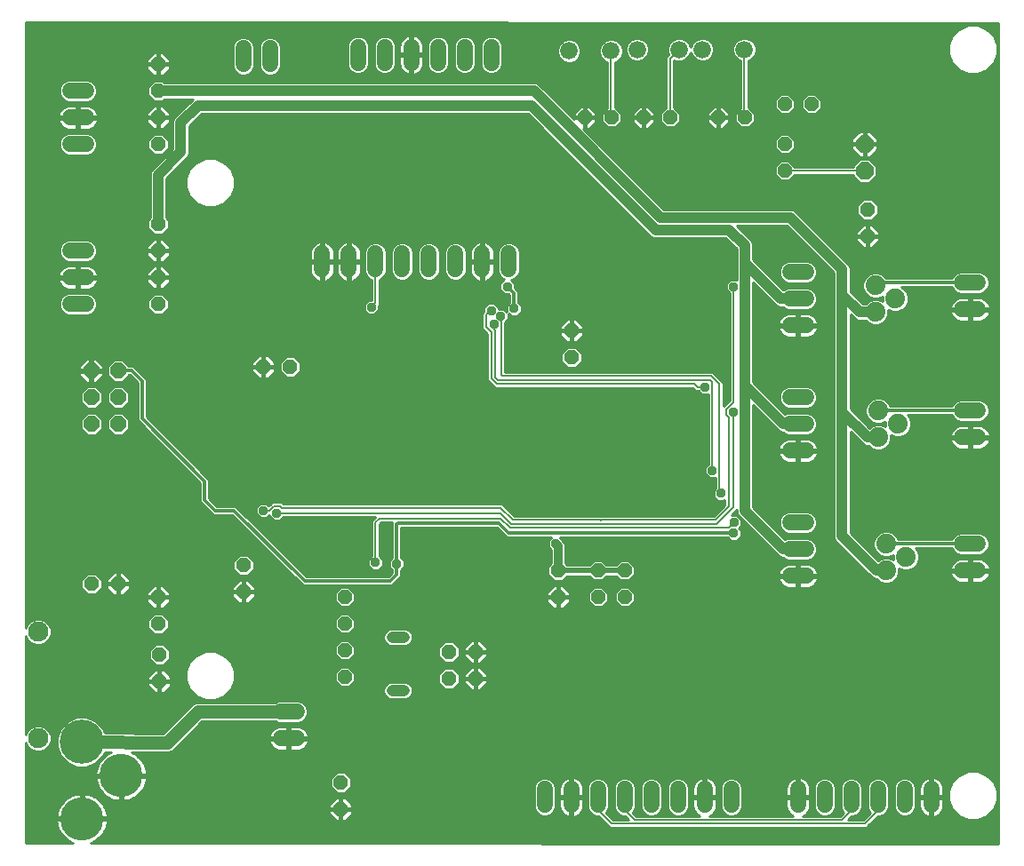
<source format=gbl>
G75*
%MOIN*%
%OFA0B0*%
%FSLAX25Y25*%
%IPPOS*%
%LPD*%
%AMOC8*
5,1,8,0,0,1.08239X$1,22.5*
%
%ADD10C,0.06000*%
%ADD11OC8,0.05600*%
%ADD12C,0.07600*%
%ADD13OC8,0.06600*%
%ADD14OC8,0.06000*%
%ADD15C,0.04400*%
%ADD16C,0.07400*%
%ADD17OC8,0.05200*%
%ADD18C,0.06600*%
%ADD19C,0.16598*%
%ADD20C,0.16200*%
%ADD21C,0.01000*%
%ADD22OC8,0.03378*%
%ADD23C,0.05000*%
%ADD24C,0.02000*%
%ADD25C,0.03200*%
%ADD26C,0.01200*%
%ADD27C,0.00800*%
%ADD28C,0.04000*%
D10*
X0109612Y0061003D02*
X0115612Y0061003D01*
X0115612Y0071003D02*
X0109612Y0071003D01*
X0208612Y0042003D02*
X0208612Y0036003D01*
X0218612Y0036003D02*
X0218612Y0042003D01*
X0228612Y0042003D02*
X0228612Y0036003D01*
X0238612Y0036003D02*
X0238612Y0042003D01*
X0248612Y0042003D02*
X0248612Y0036003D01*
X0258612Y0036003D02*
X0258612Y0042003D01*
X0268612Y0042003D02*
X0268612Y0036003D01*
X0278612Y0036003D02*
X0278612Y0042003D01*
X0303612Y0042003D02*
X0303612Y0036003D01*
X0313612Y0036003D02*
X0313612Y0042003D01*
X0323612Y0042003D02*
X0323612Y0036003D01*
X0333612Y0036003D02*
X0333612Y0042003D01*
X0343612Y0042003D02*
X0343612Y0036003D01*
X0353612Y0036003D02*
X0353612Y0042003D01*
X0306612Y0122003D02*
X0300612Y0122003D01*
X0300612Y0132003D02*
X0306612Y0132003D01*
X0306612Y0142003D02*
X0300612Y0142003D01*
X0300612Y0169003D02*
X0306612Y0169003D01*
X0306612Y0179003D02*
X0300612Y0179003D01*
X0300612Y0189003D02*
X0306612Y0189003D01*
X0306612Y0216003D02*
X0300612Y0216003D01*
X0300612Y0226003D02*
X0306612Y0226003D01*
X0306612Y0236003D02*
X0300612Y0236003D01*
X0365112Y0232003D02*
X0371112Y0232003D01*
X0371112Y0222003D02*
X0365112Y0222003D01*
X0365112Y0184003D02*
X0371112Y0184003D01*
X0371112Y0174003D02*
X0365112Y0174003D01*
X0365112Y0134003D02*
X0371112Y0134003D01*
X0371112Y0124003D02*
X0365112Y0124003D01*
X0195112Y0237003D02*
X0195112Y0243003D01*
X0185112Y0243003D02*
X0185112Y0237003D01*
X0175112Y0237003D02*
X0175112Y0243003D01*
X0165112Y0243003D02*
X0165112Y0237003D01*
X0155112Y0237003D02*
X0155112Y0243003D01*
X0145112Y0243003D02*
X0145112Y0237003D01*
X0135112Y0237003D02*
X0135112Y0243003D01*
X0125112Y0243003D02*
X0125112Y0237003D01*
X0138612Y0314503D02*
X0138612Y0320503D01*
X0148612Y0320503D02*
X0148612Y0314503D01*
X0158612Y0314503D02*
X0158612Y0320503D01*
X0168612Y0320503D02*
X0168612Y0314503D01*
X0178612Y0314503D02*
X0178612Y0320503D01*
X0188612Y0320503D02*
X0188612Y0314503D01*
X0105612Y0314003D02*
X0105612Y0320003D01*
X0095612Y0320003D02*
X0095612Y0314003D01*
X0036612Y0304003D02*
X0030612Y0304003D01*
X0030612Y0294003D02*
X0036612Y0294003D01*
X0036612Y0284003D02*
X0030612Y0284003D01*
X0030612Y0244003D02*
X0036612Y0244003D01*
X0036612Y0234003D02*
X0030612Y0234003D01*
X0030612Y0224003D02*
X0036612Y0224003D01*
D11*
X0063612Y0224003D03*
X0063612Y0234003D03*
X0063612Y0244003D03*
X0063612Y0254003D03*
X0063612Y0284003D03*
X0063612Y0294003D03*
X0063612Y0304003D03*
X0063612Y0314003D03*
X0103112Y0200503D03*
X0113112Y0200503D03*
X0095612Y0126003D03*
X0095612Y0116003D03*
X0063612Y0114003D03*
X0063612Y0104003D03*
X0064112Y0092503D03*
X0064112Y0082503D03*
X0048612Y0119003D03*
X0038612Y0119003D03*
X0132112Y0044503D03*
X0132112Y0034503D03*
X0172612Y0083503D03*
X0182612Y0083503D03*
X0182612Y0093503D03*
X0172612Y0093503D03*
X0213612Y0114003D03*
X0213612Y0124003D03*
X0218612Y0204003D03*
X0218612Y0214003D03*
X0329612Y0249503D03*
X0329612Y0259503D03*
D12*
X0018612Y0101003D03*
X0018612Y0061003D03*
D13*
X0328612Y0274003D03*
X0328612Y0284003D03*
D14*
X0048612Y0199003D03*
X0038612Y0199003D03*
X0038612Y0189003D03*
X0048612Y0189003D03*
X0048612Y0179003D03*
X0038612Y0179003D03*
D15*
X0151412Y0099003D02*
X0155812Y0099003D01*
X0155812Y0079003D02*
X0151412Y0079003D01*
D16*
X0332612Y0221003D03*
X0340112Y0226003D03*
X0332612Y0231003D03*
X0333612Y0184003D03*
X0341112Y0179003D03*
X0333612Y0174003D03*
X0336612Y0134003D03*
X0344112Y0129003D03*
X0336612Y0124003D03*
D17*
X0238612Y0124003D03*
X0238612Y0114003D03*
X0228612Y0114003D03*
X0228612Y0124003D03*
X0133612Y0114003D03*
X0133612Y0104003D03*
X0133612Y0094003D03*
X0133612Y0084003D03*
X0298612Y0274003D03*
X0298612Y0284003D03*
X0283612Y0294003D03*
X0273612Y0294003D03*
X0255612Y0294003D03*
X0245612Y0294003D03*
X0233612Y0294003D03*
X0223612Y0294003D03*
X0298612Y0299003D03*
X0308612Y0299003D03*
D18*
X0283486Y0319503D03*
X0267738Y0319503D03*
X0258986Y0319503D03*
X0243238Y0319503D03*
X0233486Y0319003D03*
X0217738Y0319003D03*
D19*
X0034944Y0059637D03*
D20*
X0049753Y0047126D03*
X0035044Y0030815D03*
D21*
X0013974Y0021861D02*
X0013974Y0059420D01*
X0014466Y0058233D01*
X0015842Y0056857D01*
X0017639Y0056113D01*
X0019585Y0056113D01*
X0021382Y0056857D01*
X0022758Y0058233D01*
X0023502Y0060030D01*
X0023502Y0061976D01*
X0022758Y0063773D01*
X0021382Y0065149D01*
X0019585Y0065894D01*
X0017639Y0065894D01*
X0015842Y0065149D01*
X0014466Y0063773D01*
X0013974Y0062586D01*
X0013974Y0099420D01*
X0014466Y0098233D01*
X0015842Y0096857D01*
X0017639Y0096113D01*
X0019585Y0096113D01*
X0021382Y0096857D01*
X0022758Y0098233D01*
X0023502Y0100030D01*
X0023502Y0101976D01*
X0022758Y0103773D01*
X0021382Y0105149D01*
X0019585Y0105894D01*
X0017639Y0105894D01*
X0015842Y0105149D01*
X0014466Y0103773D01*
X0013974Y0102586D01*
X0013974Y0329838D01*
X0378671Y0329346D01*
X0378671Y0021369D01*
X0038428Y0021828D01*
X0038723Y0021932D01*
X0039695Y0022400D01*
X0040608Y0022973D01*
X0041451Y0023646D01*
X0042213Y0024408D01*
X0042885Y0025251D01*
X0043459Y0026164D01*
X0043927Y0027135D01*
X0044283Y0028153D01*
X0044523Y0029204D01*
X0044644Y0030276D01*
X0044644Y0030315D01*
X0035544Y0030315D01*
X0035544Y0031315D01*
X0044644Y0031315D01*
X0044644Y0031354D01*
X0044523Y0032426D01*
X0044283Y0033477D01*
X0043927Y0034495D01*
X0043459Y0035466D01*
X0042885Y0036379D01*
X0042213Y0037222D01*
X0041451Y0037984D01*
X0040608Y0038657D01*
X0039695Y0039230D01*
X0038723Y0039698D01*
X0037705Y0040054D01*
X0036654Y0040294D01*
X0035583Y0040415D01*
X0035544Y0040415D01*
X0035544Y0031315D01*
X0034544Y0031315D01*
X0034544Y0040415D01*
X0034504Y0040415D01*
X0033433Y0040294D01*
X0032382Y0040054D01*
X0031364Y0039698D01*
X0030393Y0039230D01*
X0029480Y0038657D01*
X0028637Y0037984D01*
X0027874Y0037222D01*
X0027202Y0036379D01*
X0026628Y0035466D01*
X0026160Y0034495D01*
X0025804Y0033477D01*
X0025564Y0032426D01*
X0025444Y0031354D01*
X0025444Y0031315D01*
X0034544Y0031315D01*
X0034544Y0030315D01*
X0025444Y0030315D01*
X0025444Y0030276D01*
X0025564Y0029204D01*
X0025804Y0028153D01*
X0026160Y0027135D01*
X0026628Y0026164D01*
X0027202Y0025251D01*
X0027874Y0024408D01*
X0028637Y0023646D01*
X0029480Y0022973D01*
X0030393Y0022400D01*
X0031364Y0021932D01*
X0031633Y0021838D01*
X0013974Y0021861D01*
X0013974Y0021932D02*
X0031364Y0021932D01*
X0029548Y0022930D02*
X0013974Y0022930D01*
X0013974Y0023929D02*
X0028353Y0023929D01*
X0027460Y0024927D02*
X0013974Y0024927D01*
X0013974Y0025926D02*
X0026778Y0025926D01*
X0026262Y0026924D02*
X0013974Y0026924D01*
X0013974Y0027923D02*
X0025885Y0027923D01*
X0025629Y0028921D02*
X0013974Y0028921D01*
X0013974Y0029920D02*
X0025484Y0029920D01*
X0025507Y0031917D02*
X0013974Y0031917D01*
X0013974Y0032915D02*
X0025676Y0032915D01*
X0025957Y0033914D02*
X0013974Y0033914D01*
X0013974Y0034912D02*
X0026362Y0034912D01*
X0026908Y0035911D02*
X0013974Y0035911D01*
X0013974Y0036909D02*
X0027625Y0036909D01*
X0028560Y0037908D02*
X0013974Y0037908D01*
X0013974Y0038906D02*
X0029877Y0038906D01*
X0031955Y0039905D02*
X0013974Y0039905D01*
X0013974Y0040903D02*
X0042437Y0040903D01*
X0042584Y0040719D02*
X0043346Y0039957D01*
X0044189Y0039284D01*
X0045102Y0038711D01*
X0046074Y0038243D01*
X0047091Y0037887D01*
X0048142Y0037647D01*
X0049214Y0037526D01*
X0049253Y0037526D01*
X0049253Y0046626D01*
X0040153Y0046626D01*
X0040153Y0046587D01*
X0040274Y0045515D01*
X0040514Y0044464D01*
X0040870Y0043446D01*
X0041338Y0042475D01*
X0041911Y0041562D01*
X0042584Y0040719D01*
X0043411Y0039905D02*
X0038133Y0039905D01*
X0040210Y0038906D02*
X0044791Y0038906D01*
X0047031Y0037908D02*
X0041527Y0037908D01*
X0042462Y0036909D02*
X0128437Y0036909D01*
X0127812Y0036284D02*
X0127812Y0034803D01*
X0131812Y0034803D01*
X0131812Y0034203D01*
X0132412Y0034203D01*
X0132412Y0034803D01*
X0136412Y0034803D01*
X0136412Y0036284D01*
X0133893Y0038803D01*
X0132412Y0038803D01*
X0132412Y0034803D01*
X0131812Y0034803D01*
X0131812Y0038803D01*
X0130331Y0038803D01*
X0127812Y0036284D01*
X0127812Y0035911D02*
X0043179Y0035911D01*
X0043726Y0034912D02*
X0127812Y0034912D01*
X0127812Y0034203D02*
X0127812Y0032722D01*
X0130331Y0030203D01*
X0131812Y0030203D01*
X0131812Y0034203D01*
X0127812Y0034203D01*
X0127812Y0033914D02*
X0044130Y0033914D01*
X0044411Y0032915D02*
X0127812Y0032915D01*
X0128617Y0031917D02*
X0044580Y0031917D01*
X0044603Y0029920D02*
X0230587Y0029920D01*
X0229589Y0030918D02*
X0134608Y0030918D01*
X0133893Y0030203D02*
X0136412Y0032722D01*
X0136412Y0034203D01*
X0132412Y0034203D01*
X0132412Y0030203D01*
X0133893Y0030203D01*
X0132412Y0030918D02*
X0131812Y0030918D01*
X0131812Y0031917D02*
X0132412Y0031917D01*
X0132412Y0032915D02*
X0131812Y0032915D01*
X0131812Y0033914D02*
X0132412Y0033914D01*
X0132412Y0034912D02*
X0131812Y0034912D01*
X0131812Y0035911D02*
X0132412Y0035911D01*
X0132412Y0036909D02*
X0131812Y0036909D01*
X0131812Y0037908D02*
X0132412Y0037908D01*
X0134788Y0037908D02*
X0204521Y0037908D01*
X0204521Y0038906D02*
X0054716Y0038906D01*
X0054404Y0038711D02*
X0055317Y0039284D01*
X0056160Y0039957D01*
X0056923Y0040719D01*
X0057595Y0041562D01*
X0058168Y0042475D01*
X0058636Y0043446D01*
X0058992Y0044464D01*
X0059232Y0045515D01*
X0059353Y0046587D01*
X0059353Y0046626D01*
X0050253Y0046626D01*
X0050253Y0037526D01*
X0050292Y0037526D01*
X0051364Y0037647D01*
X0052415Y0037887D01*
X0053433Y0038243D01*
X0054404Y0038711D01*
X0056095Y0039905D02*
X0204521Y0039905D01*
X0204521Y0040903D02*
X0134014Y0040903D01*
X0133723Y0040613D02*
X0136002Y0042892D01*
X0136002Y0046115D01*
X0133723Y0048394D01*
X0130500Y0048394D01*
X0128221Y0046115D01*
X0128221Y0042892D01*
X0130500Y0040613D01*
X0133723Y0040613D01*
X0135013Y0041902D02*
X0204521Y0041902D01*
X0204521Y0042817D02*
X0205144Y0044320D01*
X0206295Y0045471D01*
X0207798Y0046094D01*
X0209426Y0046094D01*
X0210929Y0045471D01*
X0212080Y0044320D01*
X0212702Y0042817D01*
X0212702Y0035189D01*
X0212080Y0033686D01*
X0210929Y0032535D01*
X0209426Y0031913D01*
X0207798Y0031913D01*
X0206295Y0032535D01*
X0205144Y0033686D01*
X0204521Y0035189D01*
X0204521Y0042817D01*
X0204556Y0042900D02*
X0136002Y0042900D01*
X0136002Y0043899D02*
X0204970Y0043899D01*
X0205721Y0044897D02*
X0136002Y0044897D01*
X0136002Y0045896D02*
X0207321Y0045896D01*
X0209903Y0045896D02*
X0216340Y0045896D01*
X0216253Y0045852D02*
X0215680Y0045435D01*
X0215180Y0044935D01*
X0214763Y0044362D01*
X0214442Y0043730D01*
X0214223Y0043057D01*
X0214112Y0042357D01*
X0214112Y0039503D01*
X0218112Y0039503D01*
X0218112Y0038503D01*
X0219112Y0038503D01*
X0219112Y0039503D01*
X0223112Y0039503D01*
X0223112Y0042357D01*
X0223001Y0043057D01*
X0222782Y0043730D01*
X0222461Y0044362D01*
X0222044Y0044935D01*
X0221543Y0045435D01*
X0220970Y0045852D01*
X0220339Y0046173D01*
X0219666Y0046392D01*
X0219112Y0046480D01*
X0219112Y0039503D01*
X0218112Y0039503D01*
X0218112Y0046480D01*
X0217558Y0046392D01*
X0216884Y0046173D01*
X0216253Y0045852D01*
X0215152Y0044897D02*
X0211502Y0044897D01*
X0212254Y0043899D02*
X0214527Y0043899D01*
X0214198Y0042900D02*
X0212668Y0042900D01*
X0212702Y0041902D02*
X0214112Y0041902D01*
X0214112Y0040903D02*
X0212702Y0040903D01*
X0212702Y0039905D02*
X0214112Y0039905D01*
X0214112Y0038503D02*
X0214112Y0035649D01*
X0214223Y0034949D01*
X0214442Y0034276D01*
X0214763Y0033645D01*
X0215180Y0033072D01*
X0215680Y0032571D01*
X0216253Y0032154D01*
X0216884Y0031833D01*
X0217558Y0031614D01*
X0218112Y0031526D01*
X0218112Y0038503D01*
X0214112Y0038503D01*
X0214112Y0037908D02*
X0212702Y0037908D01*
X0212702Y0038906D02*
X0218112Y0038906D01*
X0218112Y0037908D02*
X0219112Y0037908D01*
X0219112Y0038503D02*
X0219112Y0031526D01*
X0219666Y0031614D01*
X0220339Y0031833D01*
X0220970Y0032154D01*
X0221543Y0032571D01*
X0222044Y0033072D01*
X0222461Y0033645D01*
X0222782Y0034276D01*
X0223001Y0034949D01*
X0223112Y0035649D01*
X0223112Y0038503D01*
X0219112Y0038503D01*
X0219112Y0038906D02*
X0224521Y0038906D01*
X0224521Y0037908D02*
X0223112Y0037908D01*
X0223112Y0036909D02*
X0224521Y0036909D01*
X0224521Y0035911D02*
X0223112Y0035911D01*
X0222989Y0034912D02*
X0224636Y0034912D01*
X0224521Y0035189D02*
X0225144Y0033686D01*
X0226295Y0032535D01*
X0227798Y0031913D01*
X0228595Y0031913D01*
X0232995Y0027513D01*
X0329229Y0027513D01*
X0330102Y0028386D01*
X0333629Y0031913D01*
X0334426Y0031913D01*
X0335929Y0032535D01*
X0337080Y0033686D01*
X0337702Y0035189D01*
X0337702Y0042817D01*
X0337080Y0044320D01*
X0335929Y0045471D01*
X0334426Y0046094D01*
X0332798Y0046094D01*
X0331295Y0045471D01*
X0330144Y0044320D01*
X0329521Y0042817D01*
X0329521Y0035189D01*
X0330144Y0033686D01*
X0330665Y0033165D01*
X0327995Y0030494D01*
X0322210Y0030494D01*
X0323629Y0031913D01*
X0324426Y0031913D01*
X0325929Y0032535D01*
X0327080Y0033686D01*
X0327702Y0035189D01*
X0327702Y0042817D01*
X0327080Y0044320D01*
X0325929Y0045471D01*
X0324426Y0046094D01*
X0322798Y0046094D01*
X0321295Y0045471D01*
X0320144Y0044320D01*
X0319521Y0042817D01*
X0319521Y0035189D01*
X0320144Y0033686D01*
X0320665Y0033165D01*
X0319385Y0031884D01*
X0305440Y0031884D01*
X0305970Y0032154D01*
X0306543Y0032571D01*
X0307044Y0033072D01*
X0307461Y0033645D01*
X0307782Y0034276D01*
X0308001Y0034949D01*
X0308112Y0035649D01*
X0308112Y0038503D01*
X0304112Y0038503D01*
X0304112Y0039503D01*
X0308112Y0039503D01*
X0308112Y0042357D01*
X0308001Y0043057D01*
X0307782Y0043730D01*
X0307461Y0044362D01*
X0307044Y0044935D01*
X0306543Y0045435D01*
X0305970Y0045852D01*
X0305339Y0046173D01*
X0304666Y0046392D01*
X0304112Y0046480D01*
X0304112Y0039503D01*
X0303112Y0039503D01*
X0303112Y0038503D01*
X0299112Y0038503D01*
X0299112Y0035649D01*
X0299223Y0034949D01*
X0299442Y0034276D01*
X0299763Y0033645D01*
X0300180Y0033072D01*
X0300680Y0032571D01*
X0301253Y0032154D01*
X0301784Y0031884D01*
X0270440Y0031884D01*
X0270970Y0032154D01*
X0271543Y0032571D01*
X0272044Y0033072D01*
X0272461Y0033645D01*
X0272782Y0034276D01*
X0273001Y0034949D01*
X0273112Y0035649D01*
X0273112Y0038503D01*
X0269112Y0038503D01*
X0269112Y0039503D01*
X0273112Y0039503D01*
X0273112Y0042357D01*
X0273001Y0043057D01*
X0272782Y0043730D01*
X0272461Y0044362D01*
X0272044Y0044935D01*
X0271543Y0045435D01*
X0270970Y0045852D01*
X0270339Y0046173D01*
X0269666Y0046392D01*
X0269112Y0046480D01*
X0269112Y0039503D01*
X0268112Y0039503D01*
X0268112Y0038503D01*
X0264112Y0038503D01*
X0264112Y0035649D01*
X0264223Y0034949D01*
X0264442Y0034276D01*
X0264763Y0033645D01*
X0265180Y0033072D01*
X0265680Y0032571D01*
X0266253Y0032154D01*
X0266784Y0031884D01*
X0242839Y0031884D01*
X0241558Y0033165D01*
X0242080Y0033686D01*
X0242702Y0035189D01*
X0242702Y0042817D01*
X0242080Y0044320D01*
X0240929Y0045471D01*
X0239426Y0046094D01*
X0237798Y0046094D01*
X0236295Y0045471D01*
X0235144Y0044320D01*
X0234521Y0042817D01*
X0234521Y0035189D01*
X0235144Y0033686D01*
X0236295Y0032535D01*
X0237798Y0031913D01*
X0238595Y0031913D01*
X0240013Y0030494D01*
X0234229Y0030494D01*
X0231558Y0033165D01*
X0232080Y0033686D01*
X0232702Y0035189D01*
X0232702Y0042817D01*
X0232080Y0044320D01*
X0230929Y0045471D01*
X0229426Y0046094D01*
X0227798Y0046094D01*
X0226295Y0045471D01*
X0225144Y0044320D01*
X0224521Y0042817D01*
X0224521Y0035189D01*
X0225050Y0033914D02*
X0222598Y0033914D01*
X0221888Y0032915D02*
X0225915Y0032915D01*
X0227788Y0031917D02*
X0220504Y0031917D01*
X0219112Y0031917D02*
X0218112Y0031917D01*
X0218112Y0032915D02*
X0219112Y0032915D01*
X0219112Y0033914D02*
X0218112Y0033914D01*
X0218112Y0034912D02*
X0219112Y0034912D01*
X0219112Y0035911D02*
X0218112Y0035911D01*
X0218112Y0036909D02*
X0219112Y0036909D01*
X0219112Y0039905D02*
X0218112Y0039905D01*
X0218112Y0040903D02*
X0219112Y0040903D01*
X0219112Y0041902D02*
X0218112Y0041902D01*
X0218112Y0042900D02*
X0219112Y0042900D01*
X0219112Y0043899D02*
X0218112Y0043899D01*
X0218112Y0044897D02*
X0219112Y0044897D01*
X0219112Y0045896D02*
X0218112Y0045896D01*
X0220884Y0045896D02*
X0227321Y0045896D01*
X0225721Y0044897D02*
X0222071Y0044897D01*
X0222696Y0043899D02*
X0224970Y0043899D01*
X0224556Y0042900D02*
X0223026Y0042900D01*
X0223112Y0041902D02*
X0224521Y0041902D01*
X0224521Y0040903D02*
X0223112Y0040903D01*
X0223112Y0039905D02*
X0224521Y0039905D01*
X0229903Y0045896D02*
X0237321Y0045896D01*
X0235721Y0044897D02*
X0231502Y0044897D01*
X0232254Y0043899D02*
X0234970Y0043899D01*
X0234556Y0042900D02*
X0232668Y0042900D01*
X0232702Y0041902D02*
X0234521Y0041902D01*
X0234521Y0040903D02*
X0232702Y0040903D01*
X0232702Y0039905D02*
X0234521Y0039905D01*
X0234521Y0038906D02*
X0232702Y0038906D01*
X0232702Y0037908D02*
X0234521Y0037908D01*
X0234521Y0036909D02*
X0232702Y0036909D01*
X0232702Y0035911D02*
X0234521Y0035911D01*
X0234636Y0034912D02*
X0232588Y0034912D01*
X0232174Y0033914D02*
X0235050Y0033914D01*
X0235915Y0032915D02*
X0231808Y0032915D01*
X0232806Y0031917D02*
X0237788Y0031917D01*
X0239589Y0030918D02*
X0233805Y0030918D01*
X0231586Y0028921D02*
X0044458Y0028921D01*
X0044202Y0027923D02*
X0232584Y0027923D01*
X0241808Y0032915D02*
X0245915Y0032915D01*
X0246295Y0032535D02*
X0247798Y0031913D01*
X0249426Y0031913D01*
X0250929Y0032535D01*
X0252080Y0033686D01*
X0252702Y0035189D01*
X0252702Y0042817D01*
X0252080Y0044320D01*
X0250929Y0045471D01*
X0249426Y0046094D01*
X0247798Y0046094D01*
X0246295Y0045471D01*
X0245144Y0044320D01*
X0244521Y0042817D01*
X0244521Y0035189D01*
X0245144Y0033686D01*
X0246295Y0032535D01*
X0247788Y0031917D02*
X0242806Y0031917D01*
X0242174Y0033914D02*
X0245050Y0033914D01*
X0244636Y0034912D02*
X0242588Y0034912D01*
X0242702Y0035911D02*
X0244521Y0035911D01*
X0244521Y0036909D02*
X0242702Y0036909D01*
X0242702Y0037908D02*
X0244521Y0037908D01*
X0244521Y0038906D02*
X0242702Y0038906D01*
X0242702Y0039905D02*
X0244521Y0039905D01*
X0244521Y0040903D02*
X0242702Y0040903D01*
X0242702Y0041902D02*
X0244521Y0041902D01*
X0244556Y0042900D02*
X0242668Y0042900D01*
X0242254Y0043899D02*
X0244970Y0043899D01*
X0245721Y0044897D02*
X0241502Y0044897D01*
X0239903Y0045896D02*
X0247321Y0045896D01*
X0249903Y0045896D02*
X0257321Y0045896D01*
X0257798Y0046094D02*
X0256295Y0045471D01*
X0255144Y0044320D01*
X0254521Y0042817D01*
X0254521Y0035189D01*
X0255144Y0033686D01*
X0256295Y0032535D01*
X0257798Y0031913D01*
X0259426Y0031913D01*
X0260929Y0032535D01*
X0262080Y0033686D01*
X0262702Y0035189D01*
X0262702Y0042817D01*
X0262080Y0044320D01*
X0260929Y0045471D01*
X0259426Y0046094D01*
X0257798Y0046094D01*
X0259903Y0045896D02*
X0266340Y0045896D01*
X0266253Y0045852D02*
X0265680Y0045435D01*
X0265180Y0044935D01*
X0264763Y0044362D01*
X0264442Y0043730D01*
X0264223Y0043057D01*
X0264112Y0042357D01*
X0264112Y0039503D01*
X0268112Y0039503D01*
X0268112Y0046480D01*
X0267558Y0046392D01*
X0266884Y0046173D01*
X0266253Y0045852D01*
X0265152Y0044897D02*
X0261502Y0044897D01*
X0262254Y0043899D02*
X0264527Y0043899D01*
X0264198Y0042900D02*
X0262668Y0042900D01*
X0262702Y0041902D02*
X0264112Y0041902D01*
X0264112Y0040903D02*
X0262702Y0040903D01*
X0262702Y0039905D02*
X0264112Y0039905D01*
X0262702Y0038906D02*
X0268112Y0038906D01*
X0268112Y0039905D02*
X0269112Y0039905D01*
X0269112Y0040903D02*
X0268112Y0040903D01*
X0268112Y0041902D02*
X0269112Y0041902D01*
X0269112Y0042900D02*
X0268112Y0042900D01*
X0268112Y0043899D02*
X0269112Y0043899D01*
X0269112Y0044897D02*
X0268112Y0044897D01*
X0268112Y0045896D02*
X0269112Y0045896D01*
X0270884Y0045896D02*
X0277321Y0045896D01*
X0277798Y0046094D02*
X0276295Y0045471D01*
X0275144Y0044320D01*
X0274521Y0042817D01*
X0274521Y0035189D01*
X0275144Y0033686D01*
X0276295Y0032535D01*
X0277798Y0031913D01*
X0279426Y0031913D01*
X0280929Y0032535D01*
X0282080Y0033686D01*
X0282702Y0035189D01*
X0282702Y0042817D01*
X0282080Y0044320D01*
X0280929Y0045471D01*
X0279426Y0046094D01*
X0277798Y0046094D01*
X0279903Y0045896D02*
X0301340Y0045896D01*
X0301253Y0045852D02*
X0300680Y0045435D01*
X0300180Y0044935D01*
X0299763Y0044362D01*
X0299442Y0043730D01*
X0299223Y0043057D01*
X0299112Y0042357D01*
X0299112Y0039503D01*
X0303112Y0039503D01*
X0303112Y0046480D01*
X0302558Y0046392D01*
X0301884Y0046173D01*
X0301253Y0045852D01*
X0300152Y0044897D02*
X0281502Y0044897D01*
X0282254Y0043899D02*
X0299527Y0043899D01*
X0299198Y0042900D02*
X0282668Y0042900D01*
X0282702Y0041902D02*
X0299112Y0041902D01*
X0299112Y0040903D02*
X0282702Y0040903D01*
X0282702Y0039905D02*
X0299112Y0039905D01*
X0299112Y0037908D02*
X0282702Y0037908D01*
X0282702Y0038906D02*
X0303112Y0038906D01*
X0303112Y0039905D02*
X0304112Y0039905D01*
X0304112Y0040903D02*
X0303112Y0040903D01*
X0303112Y0041902D02*
X0304112Y0041902D01*
X0304112Y0042900D02*
X0303112Y0042900D01*
X0303112Y0043899D02*
X0304112Y0043899D01*
X0304112Y0044897D02*
X0303112Y0044897D01*
X0303112Y0045896D02*
X0304112Y0045896D01*
X0305884Y0045896D02*
X0312321Y0045896D01*
X0312798Y0046094D02*
X0311295Y0045471D01*
X0310144Y0044320D01*
X0309521Y0042817D01*
X0309521Y0035189D01*
X0310144Y0033686D01*
X0311295Y0032535D01*
X0312798Y0031913D01*
X0314426Y0031913D01*
X0315929Y0032535D01*
X0317080Y0033686D01*
X0317702Y0035189D01*
X0317702Y0042817D01*
X0317080Y0044320D01*
X0315929Y0045471D01*
X0314426Y0046094D01*
X0312798Y0046094D01*
X0314903Y0045896D02*
X0322321Y0045896D01*
X0320721Y0044897D02*
X0316502Y0044897D01*
X0317254Y0043899D02*
X0319970Y0043899D01*
X0319556Y0042900D02*
X0317668Y0042900D01*
X0317702Y0041902D02*
X0319521Y0041902D01*
X0319521Y0040903D02*
X0317702Y0040903D01*
X0317702Y0039905D02*
X0319521Y0039905D01*
X0319521Y0038906D02*
X0317702Y0038906D01*
X0317702Y0037908D02*
X0319521Y0037908D01*
X0319521Y0036909D02*
X0317702Y0036909D01*
X0317702Y0035911D02*
X0319521Y0035911D01*
X0319636Y0034912D02*
X0317588Y0034912D01*
X0317174Y0033914D02*
X0320050Y0033914D01*
X0320416Y0032915D02*
X0316309Y0032915D01*
X0314436Y0031917D02*
X0319418Y0031917D01*
X0322635Y0030918D02*
X0328419Y0030918D01*
X0329418Y0031917D02*
X0324436Y0031917D01*
X0326309Y0032915D02*
X0330416Y0032915D01*
X0330050Y0033914D02*
X0327174Y0033914D01*
X0327588Y0034912D02*
X0329636Y0034912D01*
X0329521Y0035911D02*
X0327702Y0035911D01*
X0327702Y0036909D02*
X0329521Y0036909D01*
X0329521Y0037908D02*
X0327702Y0037908D01*
X0327702Y0038906D02*
X0329521Y0038906D01*
X0329521Y0039905D02*
X0327702Y0039905D01*
X0327702Y0040903D02*
X0329521Y0040903D01*
X0329521Y0041902D02*
X0327702Y0041902D01*
X0327668Y0042900D02*
X0329556Y0042900D01*
X0329970Y0043899D02*
X0327254Y0043899D01*
X0326502Y0044897D02*
X0330721Y0044897D01*
X0332321Y0045896D02*
X0324903Y0045896D01*
X0334903Y0045896D02*
X0342321Y0045896D01*
X0342798Y0046094D02*
X0341295Y0045471D01*
X0340144Y0044320D01*
X0339521Y0042817D01*
X0339521Y0035189D01*
X0340144Y0033686D01*
X0341295Y0032535D01*
X0342798Y0031913D01*
X0344426Y0031913D01*
X0345929Y0032535D01*
X0347080Y0033686D01*
X0347702Y0035189D01*
X0347702Y0042817D01*
X0347080Y0044320D01*
X0345929Y0045471D01*
X0344426Y0046094D01*
X0342798Y0046094D01*
X0344903Y0045896D02*
X0351340Y0045896D01*
X0351253Y0045852D02*
X0350680Y0045435D01*
X0350180Y0044935D01*
X0349763Y0044362D01*
X0349442Y0043730D01*
X0349223Y0043057D01*
X0349112Y0042357D01*
X0349112Y0039503D01*
X0353112Y0039503D01*
X0353112Y0038503D01*
X0354112Y0038503D01*
X0354112Y0039503D01*
X0358112Y0039503D01*
X0358112Y0042357D01*
X0358001Y0043057D01*
X0357782Y0043730D01*
X0357461Y0044362D01*
X0357044Y0044935D01*
X0356543Y0045435D01*
X0355970Y0045852D01*
X0355339Y0046173D01*
X0354666Y0046392D01*
X0354112Y0046480D01*
X0354112Y0039503D01*
X0353112Y0039503D01*
X0353112Y0046480D01*
X0352558Y0046392D01*
X0351884Y0046173D01*
X0351253Y0045852D01*
X0350152Y0044897D02*
X0346502Y0044897D01*
X0347254Y0043899D02*
X0349527Y0043899D01*
X0349198Y0042900D02*
X0347668Y0042900D01*
X0347702Y0041902D02*
X0349112Y0041902D01*
X0349112Y0040903D02*
X0347702Y0040903D01*
X0347702Y0039905D02*
X0349112Y0039905D01*
X0349112Y0038503D02*
X0349112Y0035649D01*
X0349223Y0034949D01*
X0349442Y0034276D01*
X0349763Y0033645D01*
X0350180Y0033072D01*
X0350680Y0032571D01*
X0351253Y0032154D01*
X0351884Y0031833D01*
X0352558Y0031614D01*
X0353112Y0031526D01*
X0353112Y0038503D01*
X0349112Y0038503D01*
X0349112Y0037908D02*
X0347702Y0037908D01*
X0347702Y0038906D02*
X0353112Y0038906D01*
X0353112Y0037908D02*
X0354112Y0037908D01*
X0354112Y0038503D02*
X0354112Y0031526D01*
X0354666Y0031614D01*
X0355339Y0031833D01*
X0355970Y0032154D01*
X0356543Y0032571D01*
X0357044Y0033072D01*
X0357461Y0033645D01*
X0357782Y0034276D01*
X0358001Y0034949D01*
X0358112Y0035649D01*
X0358112Y0038503D01*
X0354112Y0038503D01*
X0354112Y0038906D02*
X0359950Y0038906D01*
X0359950Y0037908D02*
X0358112Y0037908D01*
X0358112Y0036909D02*
X0360270Y0036909D01*
X0359950Y0037681D02*
X0359950Y0041325D01*
X0361345Y0044693D01*
X0363922Y0047270D01*
X0367290Y0048665D01*
X0370934Y0048665D01*
X0374301Y0047270D01*
X0376879Y0044693D01*
X0378273Y0041325D01*
X0378273Y0037681D01*
X0376879Y0034314D01*
X0374301Y0031736D01*
X0370934Y0030342D01*
X0367290Y0030342D01*
X0363922Y0031736D01*
X0361345Y0034314D01*
X0359950Y0037681D01*
X0360684Y0035911D02*
X0358112Y0035911D01*
X0357989Y0034912D02*
X0361097Y0034912D01*
X0361745Y0033914D02*
X0357598Y0033914D01*
X0356888Y0032915D02*
X0362744Y0032915D01*
X0363742Y0031917D02*
X0355504Y0031917D01*
X0354112Y0031917D02*
X0353112Y0031917D01*
X0353112Y0032915D02*
X0354112Y0032915D01*
X0354112Y0033914D02*
X0353112Y0033914D01*
X0353112Y0034912D02*
X0354112Y0034912D01*
X0354112Y0035911D02*
X0353112Y0035911D01*
X0353112Y0036909D02*
X0354112Y0036909D01*
X0354112Y0039905D02*
X0353112Y0039905D01*
X0353112Y0040903D02*
X0354112Y0040903D01*
X0354112Y0041902D02*
X0353112Y0041902D01*
X0353112Y0042900D02*
X0354112Y0042900D01*
X0354112Y0043899D02*
X0353112Y0043899D01*
X0353112Y0044897D02*
X0354112Y0044897D01*
X0354112Y0045896D02*
X0353112Y0045896D01*
X0355884Y0045896D02*
X0362549Y0045896D01*
X0363547Y0046894D02*
X0135223Y0046894D01*
X0134224Y0047893D02*
X0365427Y0047893D01*
X0361550Y0044897D02*
X0357071Y0044897D01*
X0357696Y0043899D02*
X0361016Y0043899D01*
X0360603Y0042900D02*
X0358026Y0042900D01*
X0358112Y0041902D02*
X0360189Y0041902D01*
X0359950Y0040903D02*
X0358112Y0040903D01*
X0358112Y0039905D02*
X0359950Y0039905D01*
X0365898Y0030918D02*
X0332635Y0030918D01*
X0331636Y0029920D02*
X0378671Y0029920D01*
X0378671Y0030918D02*
X0372326Y0030918D01*
X0374482Y0031917D02*
X0378671Y0031917D01*
X0378671Y0032915D02*
X0375480Y0032915D01*
X0376479Y0033914D02*
X0378671Y0033914D01*
X0378671Y0034912D02*
X0377127Y0034912D01*
X0377540Y0035911D02*
X0378671Y0035911D01*
X0378671Y0036909D02*
X0377954Y0036909D01*
X0378273Y0037908D02*
X0378671Y0037908D01*
X0378671Y0038906D02*
X0378273Y0038906D01*
X0378273Y0039905D02*
X0378671Y0039905D01*
X0378671Y0040903D02*
X0378273Y0040903D01*
X0378035Y0041902D02*
X0378671Y0041902D01*
X0378671Y0042900D02*
X0377621Y0042900D01*
X0377207Y0043899D02*
X0378671Y0043899D01*
X0378671Y0044897D02*
X0376674Y0044897D01*
X0375675Y0045896D02*
X0378671Y0045896D01*
X0378671Y0046894D02*
X0374677Y0046894D01*
X0372797Y0047893D02*
X0378671Y0047893D01*
X0378671Y0048891D02*
X0059197Y0048891D01*
X0059232Y0048737D02*
X0058992Y0049788D01*
X0058636Y0050806D01*
X0058168Y0051777D01*
X0057595Y0052690D01*
X0056923Y0053533D01*
X0056160Y0054295D01*
X0055317Y0054968D01*
X0054404Y0055541D01*
X0053763Y0055850D01*
X0066180Y0055721D01*
X0066198Y0055713D01*
X0066894Y0055713D01*
X0067589Y0055706D01*
X0067607Y0055713D01*
X0067627Y0055713D01*
X0068269Y0055979D01*
X0068915Y0056239D01*
X0068928Y0056252D01*
X0068946Y0056260D01*
X0069439Y0056752D01*
X0069935Y0057238D01*
X0069943Y0057256D01*
X0080099Y0067413D01*
X0107591Y0067413D01*
X0108798Y0066913D01*
X0116426Y0066913D01*
X0117929Y0067535D01*
X0119080Y0068686D01*
X0119702Y0070189D01*
X0119702Y0071817D01*
X0119080Y0073320D01*
X0117929Y0074471D01*
X0116426Y0075094D01*
X0108798Y0075094D01*
X0107591Y0074594D01*
X0077898Y0074594D01*
X0076578Y0074047D01*
X0065441Y0062910D01*
X0043657Y0063137D01*
X0042904Y0064956D01*
X0040262Y0067597D01*
X0036811Y0069027D01*
X0033076Y0069027D01*
X0029625Y0067597D01*
X0026983Y0064956D01*
X0025554Y0061505D01*
X0025554Y0057769D01*
X0026983Y0054318D01*
X0029625Y0051677D01*
X0033076Y0050247D01*
X0036811Y0050247D01*
X0040262Y0051677D01*
X0042904Y0054318D01*
X0043582Y0055956D01*
X0045913Y0055932D01*
X0045102Y0055541D01*
X0044189Y0054968D01*
X0043346Y0054295D01*
X0042584Y0053533D01*
X0041911Y0052690D01*
X0041338Y0051777D01*
X0040870Y0050806D01*
X0040514Y0049788D01*
X0040274Y0048737D01*
X0040153Y0047665D01*
X0040153Y0047626D01*
X0049253Y0047626D01*
X0049253Y0046626D01*
X0050253Y0046626D01*
X0050253Y0047626D01*
X0059353Y0047626D01*
X0059353Y0047665D01*
X0059232Y0048737D01*
X0059327Y0047893D02*
X0130000Y0047893D01*
X0129001Y0046894D02*
X0050253Y0046894D01*
X0050253Y0045896D02*
X0049253Y0045896D01*
X0049253Y0046894D02*
X0013974Y0046894D01*
X0013974Y0045896D02*
X0040231Y0045896D01*
X0040415Y0044897D02*
X0013974Y0044897D01*
X0013974Y0043899D02*
X0040712Y0043899D01*
X0041133Y0042900D02*
X0013974Y0042900D01*
X0013974Y0041902D02*
X0041698Y0041902D01*
X0035544Y0039905D02*
X0034544Y0039905D01*
X0034544Y0038906D02*
X0035544Y0038906D01*
X0035544Y0037908D02*
X0034544Y0037908D01*
X0034544Y0036909D02*
X0035544Y0036909D01*
X0035544Y0035911D02*
X0034544Y0035911D01*
X0034544Y0034912D02*
X0035544Y0034912D01*
X0035544Y0033914D02*
X0034544Y0033914D01*
X0034544Y0032915D02*
X0035544Y0032915D01*
X0035544Y0031917D02*
X0034544Y0031917D01*
X0034544Y0030918D02*
X0013974Y0030918D01*
X0013974Y0047893D02*
X0040179Y0047893D01*
X0040309Y0048891D02*
X0013974Y0048891D01*
X0013974Y0049890D02*
X0040549Y0049890D01*
X0040910Y0050888D02*
X0038359Y0050888D01*
X0040473Y0051887D02*
X0041407Y0051887D01*
X0041471Y0052885D02*
X0042067Y0052885D01*
X0042470Y0053884D02*
X0042935Y0053884D01*
X0043138Y0054883D02*
X0044082Y0054883D01*
X0043551Y0055881D02*
X0045807Y0055881D01*
X0043354Y0063869D02*
X0066400Y0063869D01*
X0067399Y0064868D02*
X0042940Y0064868D01*
X0041994Y0065866D02*
X0068397Y0065866D01*
X0069396Y0066865D02*
X0040995Y0066865D01*
X0039621Y0067863D02*
X0070394Y0067863D01*
X0071393Y0068862D02*
X0037210Y0068862D01*
X0032677Y0068862D02*
X0013974Y0068862D01*
X0013974Y0069860D02*
X0072391Y0069860D01*
X0073390Y0070859D02*
X0013974Y0070859D01*
X0013974Y0071857D02*
X0074388Y0071857D01*
X0075387Y0072856D02*
X0013974Y0072856D01*
X0013974Y0073854D02*
X0076385Y0073854D01*
X0077922Y0076736D02*
X0075345Y0079314D01*
X0073950Y0082681D01*
X0073950Y0086325D01*
X0075345Y0089693D01*
X0077922Y0092270D01*
X0081290Y0093665D01*
X0084934Y0093665D01*
X0088301Y0092270D01*
X0090879Y0089693D01*
X0092273Y0086325D01*
X0092273Y0082681D01*
X0090879Y0079314D01*
X0088301Y0076736D01*
X0084934Y0075342D01*
X0081290Y0075342D01*
X0077922Y0076736D01*
X0077809Y0076850D02*
X0013974Y0076850D01*
X0013974Y0077848D02*
X0076811Y0077848D01*
X0075812Y0078847D02*
X0066537Y0078847D01*
X0065893Y0078203D02*
X0068412Y0080722D01*
X0068412Y0082203D01*
X0064412Y0082203D01*
X0064412Y0082803D01*
X0068412Y0082803D01*
X0068412Y0084284D01*
X0065893Y0086803D01*
X0064412Y0086803D01*
X0064412Y0082803D01*
X0063812Y0082803D01*
X0063812Y0082203D01*
X0064412Y0082203D01*
X0064412Y0078203D01*
X0065893Y0078203D01*
X0064412Y0078847D02*
X0063812Y0078847D01*
X0063812Y0078203D02*
X0063812Y0082203D01*
X0059812Y0082203D01*
X0059812Y0080722D01*
X0062331Y0078203D01*
X0063812Y0078203D01*
X0063812Y0079845D02*
X0064412Y0079845D01*
X0064412Y0080844D02*
X0063812Y0080844D01*
X0063812Y0081842D02*
X0064412Y0081842D01*
X0064412Y0082841D02*
X0063812Y0082841D01*
X0063812Y0082803D02*
X0063812Y0086803D01*
X0062331Y0086803D01*
X0059812Y0084284D01*
X0059812Y0082803D01*
X0063812Y0082803D01*
X0063812Y0083839D02*
X0064412Y0083839D01*
X0064412Y0084838D02*
X0063812Y0084838D01*
X0063812Y0085836D02*
X0064412Y0085836D01*
X0066860Y0085836D02*
X0073950Y0085836D01*
X0073950Y0084838D02*
X0067858Y0084838D01*
X0068412Y0083839D02*
X0073950Y0083839D01*
X0073950Y0082841D02*
X0068412Y0082841D01*
X0068412Y0081842D02*
X0074298Y0081842D01*
X0074711Y0080844D02*
X0068412Y0080844D01*
X0067535Y0079845D02*
X0075125Y0079845D01*
X0080059Y0075851D02*
X0013974Y0075851D01*
X0013974Y0074853D02*
X0108217Y0074853D01*
X0117007Y0074853D02*
X0378671Y0074853D01*
X0378671Y0075851D02*
X0156801Y0075851D01*
X0156466Y0075713D02*
X0157676Y0076214D01*
X0158601Y0077139D01*
X0159102Y0078349D01*
X0159102Y0079658D01*
X0158601Y0080867D01*
X0157676Y0081793D01*
X0156466Y0082294D01*
X0150757Y0082294D01*
X0149548Y0081793D01*
X0148622Y0080867D01*
X0148121Y0079658D01*
X0148121Y0078349D01*
X0148622Y0077139D01*
X0149548Y0076214D01*
X0150757Y0075713D01*
X0156466Y0075713D01*
X0158312Y0076850D02*
X0378671Y0076850D01*
X0378671Y0077848D02*
X0158895Y0077848D01*
X0159102Y0078847D02*
X0378671Y0078847D01*
X0378671Y0079845D02*
X0185035Y0079845D01*
X0184393Y0079203D02*
X0186912Y0081722D01*
X0186912Y0083203D01*
X0182912Y0083203D01*
X0182912Y0083803D01*
X0186912Y0083803D01*
X0186912Y0085284D01*
X0184393Y0087803D01*
X0182912Y0087803D01*
X0182912Y0083803D01*
X0182312Y0083803D01*
X0182312Y0083203D01*
X0182912Y0083203D01*
X0182912Y0079203D01*
X0184393Y0079203D01*
X0182912Y0079845D02*
X0182312Y0079845D01*
X0182312Y0079203D02*
X0182312Y0083203D01*
X0178312Y0083203D01*
X0178312Y0081722D01*
X0180831Y0079203D01*
X0182312Y0079203D01*
X0182312Y0080844D02*
X0182912Y0080844D01*
X0182912Y0081842D02*
X0182312Y0081842D01*
X0182312Y0082841D02*
X0182912Y0082841D01*
X0182912Y0083839D02*
X0182312Y0083839D01*
X0182312Y0083803D02*
X0182312Y0087803D01*
X0180831Y0087803D01*
X0178312Y0085284D01*
X0178312Y0083803D01*
X0182312Y0083803D01*
X0182312Y0084838D02*
X0182912Y0084838D01*
X0182912Y0085836D02*
X0182312Y0085836D01*
X0182312Y0086835D02*
X0182912Y0086835D01*
X0182912Y0089203D02*
X0184393Y0089203D01*
X0186912Y0091722D01*
X0186912Y0093203D01*
X0182912Y0093203D01*
X0182912Y0093803D01*
X0186912Y0093803D01*
X0186912Y0095284D01*
X0184393Y0097803D01*
X0182912Y0097803D01*
X0182912Y0093803D01*
X0182312Y0093803D01*
X0182312Y0093203D01*
X0182912Y0093203D01*
X0182912Y0089203D01*
X0182312Y0089203D02*
X0182312Y0093203D01*
X0178312Y0093203D01*
X0178312Y0091722D01*
X0180831Y0089203D01*
X0182312Y0089203D01*
X0182312Y0089830D02*
X0182912Y0089830D01*
X0182912Y0090829D02*
X0182312Y0090829D01*
X0182312Y0091827D02*
X0182912Y0091827D01*
X0182912Y0092826D02*
X0182312Y0092826D01*
X0182312Y0093803D02*
X0178312Y0093803D01*
X0178312Y0095284D01*
X0180831Y0097803D01*
X0182312Y0097803D01*
X0182312Y0093803D01*
X0182312Y0093824D02*
X0182912Y0093824D01*
X0182912Y0094823D02*
X0182312Y0094823D01*
X0182312Y0095821D02*
X0182912Y0095821D01*
X0182912Y0096820D02*
X0182312Y0096820D01*
X0179848Y0096820D02*
X0174797Y0096820D01*
X0174223Y0097394D02*
X0171000Y0097394D01*
X0168721Y0095115D01*
X0168721Y0091892D01*
X0171000Y0089613D01*
X0174223Y0089613D01*
X0176502Y0091892D01*
X0176502Y0095115D01*
X0174223Y0097394D01*
X0175796Y0095821D02*
X0178849Y0095821D01*
X0178312Y0094823D02*
X0176502Y0094823D01*
X0176502Y0093824D02*
X0178312Y0093824D01*
X0178312Y0092826D02*
X0176502Y0092826D01*
X0176438Y0091827D02*
X0178312Y0091827D01*
X0179205Y0090829D02*
X0175440Y0090829D01*
X0174441Y0089830D02*
X0180203Y0089830D01*
X0179863Y0086835D02*
X0174782Y0086835D01*
X0174223Y0087394D02*
X0171000Y0087394D01*
X0168721Y0085115D01*
X0168721Y0081892D01*
X0171000Y0079613D01*
X0174223Y0079613D01*
X0176502Y0081892D01*
X0176502Y0085115D01*
X0174223Y0087394D01*
X0175781Y0085836D02*
X0178864Y0085836D01*
X0178312Y0084838D02*
X0176502Y0084838D01*
X0176502Y0083839D02*
X0178312Y0083839D01*
X0178312Y0082841D02*
X0176502Y0082841D01*
X0176453Y0081842D02*
X0178312Y0081842D01*
X0179190Y0080844D02*
X0175455Y0080844D01*
X0174456Y0079845D02*
X0180189Y0079845D01*
X0186034Y0080844D02*
X0378671Y0080844D01*
X0378671Y0081842D02*
X0186912Y0081842D01*
X0186912Y0082841D02*
X0378671Y0082841D01*
X0378671Y0083839D02*
X0186912Y0083839D01*
X0186912Y0084838D02*
X0378671Y0084838D01*
X0378671Y0085836D02*
X0186360Y0085836D01*
X0185361Y0086835D02*
X0378671Y0086835D01*
X0378671Y0087833D02*
X0091649Y0087833D01*
X0092062Y0086835D02*
X0131224Y0086835D01*
X0132083Y0087694D02*
X0129921Y0085532D01*
X0129921Y0082474D01*
X0132083Y0080313D01*
X0135141Y0080313D01*
X0137302Y0082474D01*
X0137302Y0085532D01*
X0135141Y0087694D01*
X0132083Y0087694D01*
X0132083Y0090313D02*
X0135141Y0090313D01*
X0137302Y0092474D01*
X0137302Y0095532D01*
X0135141Y0097694D01*
X0132083Y0097694D01*
X0129921Y0095532D01*
X0129921Y0092474D01*
X0132083Y0090313D01*
X0131567Y0090829D02*
X0089742Y0090829D01*
X0088744Y0091827D02*
X0130568Y0091827D01*
X0129921Y0092826D02*
X0086959Y0092826D01*
X0090741Y0089830D02*
X0170783Y0089830D01*
X0169784Y0090829D02*
X0135657Y0090829D01*
X0136655Y0091827D02*
X0168786Y0091827D01*
X0168721Y0092826D02*
X0137302Y0092826D01*
X0137302Y0093824D02*
X0168721Y0093824D01*
X0168721Y0094823D02*
X0137302Y0094823D01*
X0137013Y0095821D02*
X0150494Y0095821D01*
X0150757Y0095713D02*
X0149548Y0096214D01*
X0148622Y0097139D01*
X0148121Y0098349D01*
X0148121Y0099658D01*
X0148622Y0100867D01*
X0149548Y0101793D01*
X0150757Y0102294D01*
X0156466Y0102294D01*
X0157676Y0101793D01*
X0158601Y0100867D01*
X0159102Y0099658D01*
X0159102Y0098349D01*
X0158601Y0097139D01*
X0157676Y0096214D01*
X0156466Y0095713D01*
X0150757Y0095713D01*
X0148941Y0096820D02*
X0136014Y0096820D01*
X0135141Y0100313D02*
X0132083Y0100313D01*
X0129921Y0102474D01*
X0129921Y0105532D01*
X0132083Y0107694D01*
X0135141Y0107694D01*
X0137302Y0105532D01*
X0137302Y0102474D01*
X0135141Y0100313D01*
X0135642Y0100814D02*
X0148600Y0100814D01*
X0148187Y0099816D02*
X0023413Y0099816D01*
X0023502Y0100814D02*
X0061299Y0100814D01*
X0062000Y0100113D02*
X0065223Y0100113D01*
X0067502Y0102392D01*
X0067502Y0105615D01*
X0065223Y0107894D01*
X0062000Y0107894D01*
X0059721Y0105615D01*
X0059721Y0102392D01*
X0062000Y0100113D01*
X0060300Y0101813D02*
X0023502Y0101813D01*
X0023157Y0102811D02*
X0059721Y0102811D01*
X0059721Y0103810D02*
X0022722Y0103810D01*
X0021723Y0104808D02*
X0059721Y0104808D01*
X0059913Y0105807D02*
X0019795Y0105807D01*
X0017429Y0105807D02*
X0013974Y0105807D01*
X0013974Y0106805D02*
X0060912Y0106805D01*
X0061910Y0107804D02*
X0013974Y0107804D01*
X0013974Y0108802D02*
X0378671Y0108802D01*
X0378671Y0107804D02*
X0065313Y0107804D01*
X0066312Y0106805D02*
X0131195Y0106805D01*
X0130196Y0105807D02*
X0067310Y0105807D01*
X0067502Y0104808D02*
X0129921Y0104808D01*
X0129921Y0103810D02*
X0067502Y0103810D01*
X0067502Y0102811D02*
X0129921Y0102811D01*
X0130583Y0101813D02*
X0066923Y0101813D01*
X0065925Y0100814D02*
X0131582Y0100814D01*
X0136641Y0101813D02*
X0149596Y0101813D01*
X0148121Y0098817D02*
X0023000Y0098817D01*
X0022344Y0097819D02*
X0148341Y0097819D01*
X0156729Y0095821D02*
X0169428Y0095821D01*
X0170427Y0096820D02*
X0158282Y0096820D01*
X0158883Y0097819D02*
X0378671Y0097819D01*
X0378671Y0098817D02*
X0159102Y0098817D01*
X0159037Y0099816D02*
X0378671Y0099816D01*
X0378671Y0100814D02*
X0158623Y0100814D01*
X0157628Y0101813D02*
X0378671Y0101813D01*
X0378671Y0102811D02*
X0137302Y0102811D01*
X0137302Y0103810D02*
X0378671Y0103810D01*
X0378671Y0104808D02*
X0137302Y0104808D01*
X0137028Y0105807D02*
X0378671Y0105807D01*
X0378671Y0106805D02*
X0136029Y0106805D01*
X0135141Y0110313D02*
X0132083Y0110313D01*
X0129921Y0112474D01*
X0129921Y0115532D01*
X0132083Y0117694D01*
X0135141Y0117694D01*
X0137302Y0115532D01*
X0137302Y0112474D01*
X0135141Y0110313D01*
X0135627Y0110799D02*
X0210735Y0110799D01*
X0211733Y0109801D02*
X0065491Y0109801D01*
X0065393Y0109703D02*
X0067912Y0112222D01*
X0067912Y0113703D01*
X0063912Y0113703D01*
X0063912Y0114303D01*
X0067912Y0114303D01*
X0067912Y0115784D01*
X0065393Y0118303D01*
X0063912Y0118303D01*
X0063912Y0114303D01*
X0063312Y0114303D01*
X0063312Y0113703D01*
X0063912Y0113703D01*
X0063912Y0109703D01*
X0065393Y0109703D01*
X0063912Y0109801D02*
X0063312Y0109801D01*
X0063312Y0109703D02*
X0063312Y0113703D01*
X0059312Y0113703D01*
X0059312Y0112222D01*
X0061831Y0109703D01*
X0063312Y0109703D01*
X0063312Y0110799D02*
X0063912Y0110799D01*
X0063912Y0111798D02*
X0063312Y0111798D01*
X0063312Y0112796D02*
X0063912Y0112796D01*
X0063912Y0113795D02*
X0091739Y0113795D01*
X0091312Y0114222D02*
X0093831Y0111703D01*
X0095312Y0111703D01*
X0095312Y0115703D01*
X0095912Y0115703D01*
X0095912Y0116303D01*
X0099912Y0116303D01*
X0099912Y0117784D01*
X0097393Y0120303D01*
X0095912Y0120303D01*
X0095912Y0116303D01*
X0095312Y0116303D01*
X0095312Y0115703D01*
X0091312Y0115703D01*
X0091312Y0114222D01*
X0091312Y0114793D02*
X0067912Y0114793D01*
X0067904Y0115792D02*
X0095312Y0115792D01*
X0095312Y0116303D02*
X0091312Y0116303D01*
X0091312Y0117784D01*
X0093831Y0120303D01*
X0095312Y0120303D01*
X0095312Y0116303D01*
X0095312Y0116790D02*
X0095912Y0116790D01*
X0095912Y0115792D02*
X0130181Y0115792D01*
X0129921Y0114793D02*
X0099912Y0114793D01*
X0099912Y0114222D02*
X0099912Y0115703D01*
X0095912Y0115703D01*
X0095912Y0111703D01*
X0097393Y0111703D01*
X0099912Y0114222D01*
X0099485Y0113795D02*
X0129921Y0113795D01*
X0129921Y0112796D02*
X0098486Y0112796D01*
X0097488Y0111798D02*
X0130598Y0111798D01*
X0131597Y0110799D02*
X0066489Y0110799D01*
X0067488Y0111798D02*
X0093736Y0111798D01*
X0092738Y0112796D02*
X0067912Y0112796D01*
X0066906Y0116790D02*
X0091312Y0116790D01*
X0091316Y0117789D02*
X0065907Y0117789D01*
X0063912Y0117789D02*
X0063312Y0117789D01*
X0063312Y0118303D02*
X0061831Y0118303D01*
X0059312Y0115784D01*
X0059312Y0114303D01*
X0063312Y0114303D01*
X0063312Y0118303D01*
X0063312Y0116790D02*
X0063912Y0116790D01*
X0063912Y0115792D02*
X0063312Y0115792D01*
X0063312Y0114793D02*
X0063912Y0114793D01*
X0063312Y0113795D02*
X0013974Y0113795D01*
X0013974Y0114793D02*
X0046741Y0114793D01*
X0046831Y0114703D02*
X0048312Y0114703D01*
X0048312Y0118703D01*
X0048912Y0118703D01*
X0048912Y0119303D01*
X0052912Y0119303D01*
X0052912Y0120784D01*
X0050393Y0123303D01*
X0048912Y0123303D01*
X0048912Y0119303D01*
X0048312Y0119303D01*
X0048312Y0118703D01*
X0044312Y0118703D01*
X0044312Y0117222D01*
X0046831Y0114703D01*
X0048312Y0114793D02*
X0048912Y0114793D01*
X0048912Y0114703D02*
X0050393Y0114703D01*
X0052912Y0117222D01*
X0052912Y0118703D01*
X0048912Y0118703D01*
X0048912Y0114703D01*
X0048912Y0115792D02*
X0048312Y0115792D01*
X0048312Y0116790D02*
X0048912Y0116790D01*
X0048912Y0117789D02*
X0048312Y0117789D01*
X0048312Y0118787D02*
X0042502Y0118787D01*
X0042502Y0117789D02*
X0044312Y0117789D01*
X0044744Y0116790D02*
X0041901Y0116790D01*
X0042502Y0117392D02*
X0040223Y0115113D01*
X0037000Y0115113D01*
X0034721Y0117392D01*
X0034721Y0120615D01*
X0037000Y0122894D01*
X0040223Y0122894D01*
X0042502Y0120615D01*
X0042502Y0117392D01*
X0040903Y0115792D02*
X0045742Y0115792D01*
X0044312Y0119303D02*
X0048312Y0119303D01*
X0048312Y0123303D01*
X0046831Y0123303D01*
X0044312Y0120784D01*
X0044312Y0119303D01*
X0044312Y0119786D02*
X0042502Y0119786D01*
X0042333Y0120784D02*
X0044312Y0120784D01*
X0045310Y0121783D02*
X0041334Y0121783D01*
X0040336Y0122781D02*
X0046309Y0122781D01*
X0048312Y0122781D02*
X0048912Y0122781D01*
X0048912Y0121783D02*
X0048312Y0121783D01*
X0048312Y0120784D02*
X0048912Y0120784D01*
X0048912Y0119786D02*
X0048312Y0119786D01*
X0048912Y0118787D02*
X0092315Y0118787D01*
X0093313Y0119786D02*
X0052912Y0119786D01*
X0052912Y0120784D02*
X0115440Y0120784D01*
X0116438Y0119786D02*
X0097910Y0119786D01*
X0098909Y0118787D02*
X0117437Y0118787D01*
X0117912Y0118313D02*
X0151312Y0118313D01*
X0152302Y0119303D01*
X0154802Y0121803D01*
X0154802Y0124263D01*
X0155891Y0125352D01*
X0155891Y0127654D01*
X0154802Y0128743D01*
X0154802Y0140222D01*
X0190502Y0140222D01*
X0194380Y0136344D01*
X0211022Y0136344D01*
X0209832Y0135154D01*
X0209832Y0132852D01*
X0210921Y0131763D01*
X0210921Y0126815D01*
X0209721Y0125615D01*
X0209721Y0122392D01*
X0212000Y0120113D01*
X0215223Y0120113D01*
X0217023Y0121913D01*
X0225483Y0121913D01*
X0227083Y0120313D01*
X0230141Y0120313D01*
X0231741Y0121913D01*
X0235483Y0121913D01*
X0237083Y0120313D01*
X0240141Y0120313D01*
X0242302Y0122474D01*
X0242302Y0125532D01*
X0240141Y0127694D01*
X0237083Y0127694D01*
X0235483Y0126094D01*
X0231741Y0126094D01*
X0230141Y0127694D01*
X0227083Y0127694D01*
X0225483Y0126094D01*
X0217023Y0126094D01*
X0216302Y0126815D01*
X0216302Y0133538D01*
X0215893Y0134527D01*
X0215391Y0135029D01*
X0215391Y0135154D01*
X0214202Y0136344D01*
X0277193Y0136344D01*
X0278282Y0135255D01*
X0280584Y0135255D01*
X0282212Y0136883D01*
X0282212Y0139186D01*
X0281469Y0139929D01*
X0282391Y0140852D01*
X0282391Y0143154D01*
X0280763Y0144783D01*
X0278499Y0144783D01*
X0279950Y0146233D01*
X0280521Y0146805D01*
X0280521Y0145888D01*
X0280992Y0144752D01*
X0296361Y0129383D01*
X0297497Y0128913D01*
X0297918Y0128913D01*
X0298295Y0128535D01*
X0299798Y0127913D01*
X0307426Y0127913D01*
X0308929Y0128535D01*
X0310080Y0129686D01*
X0310702Y0131189D01*
X0310702Y0132817D01*
X0310080Y0134320D01*
X0308929Y0135471D01*
X0307426Y0136094D01*
X0299798Y0136094D01*
X0298804Y0135682D01*
X0286702Y0147783D01*
X0286702Y0186042D01*
X0296361Y0176383D01*
X0297497Y0175913D01*
X0297918Y0175913D01*
X0298295Y0175535D01*
X0299798Y0174913D01*
X0307426Y0174913D01*
X0308929Y0175535D01*
X0310080Y0176686D01*
X0310702Y0178189D01*
X0310702Y0179817D01*
X0310080Y0181320D01*
X0308929Y0182471D01*
X0307426Y0183094D01*
X0299798Y0183094D01*
X0298804Y0182682D01*
X0286702Y0194783D01*
X0286702Y0232042D01*
X0295361Y0223383D01*
X0296497Y0222913D01*
X0297918Y0222913D01*
X0298295Y0222535D01*
X0299798Y0221913D01*
X0307426Y0221913D01*
X0308929Y0222535D01*
X0310080Y0223686D01*
X0310702Y0225189D01*
X0310702Y0226817D01*
X0310080Y0228320D01*
X0308929Y0229471D01*
X0307426Y0230094D01*
X0299798Y0230094D01*
X0298295Y0229471D01*
X0298155Y0229331D01*
X0286702Y0240783D01*
X0286702Y0246618D01*
X0286232Y0247754D01*
X0280573Y0253413D01*
X0299332Y0253413D01*
X0317021Y0235723D01*
X0317021Y0136388D01*
X0317492Y0135252D01*
X0331361Y0121383D01*
X0332497Y0120913D01*
X0332928Y0120913D01*
X0333898Y0119942D01*
X0335659Y0119213D01*
X0337565Y0119213D01*
X0339326Y0119942D01*
X0340673Y0121289D01*
X0341402Y0123050D01*
X0341402Y0124940D01*
X0343159Y0124213D01*
X0345065Y0124213D01*
X0346826Y0124942D01*
X0348173Y0126289D01*
X0348902Y0128050D01*
X0348902Y0129956D01*
X0348173Y0131717D01*
X0347577Y0132313D01*
X0361385Y0132313D01*
X0361644Y0131686D01*
X0362795Y0130535D01*
X0364298Y0129913D01*
X0371926Y0129913D01*
X0373429Y0130535D01*
X0374580Y0131686D01*
X0375202Y0133189D01*
X0375202Y0134817D01*
X0374580Y0136320D01*
X0373429Y0137471D01*
X0371926Y0138094D01*
X0364298Y0138094D01*
X0362795Y0137471D01*
X0361644Y0136320D01*
X0361385Y0135694D01*
X0341097Y0135694D01*
X0340673Y0136717D01*
X0339326Y0138064D01*
X0337565Y0138794D01*
X0335659Y0138794D01*
X0333898Y0138064D01*
X0332551Y0136717D01*
X0331821Y0134956D01*
X0331821Y0133050D01*
X0332551Y0131289D01*
X0333898Y0129942D01*
X0335659Y0129213D01*
X0337565Y0129213D01*
X0339321Y0129940D01*
X0339321Y0128066D01*
X0337565Y0128794D01*
X0335659Y0128794D01*
X0333898Y0128064D01*
X0333660Y0127826D01*
X0323202Y0138283D01*
X0323202Y0176042D01*
X0327861Y0171383D01*
X0328997Y0170913D01*
X0329928Y0170913D01*
X0330898Y0169942D01*
X0332659Y0169213D01*
X0334565Y0169213D01*
X0336326Y0169942D01*
X0337673Y0171289D01*
X0338402Y0173050D01*
X0338402Y0174940D01*
X0340159Y0174213D01*
X0342065Y0174213D01*
X0343826Y0174942D01*
X0345173Y0176289D01*
X0345902Y0178050D01*
X0345902Y0179956D01*
X0345173Y0181717D01*
X0344577Y0182313D01*
X0361385Y0182313D01*
X0361644Y0181686D01*
X0362795Y0180535D01*
X0364298Y0179913D01*
X0371926Y0179913D01*
X0373429Y0180535D01*
X0374580Y0181686D01*
X0375202Y0183189D01*
X0375202Y0184817D01*
X0374580Y0186320D01*
X0373429Y0187471D01*
X0371926Y0188094D01*
X0364298Y0188094D01*
X0362795Y0187471D01*
X0361644Y0186320D01*
X0361385Y0185694D01*
X0338097Y0185694D01*
X0337673Y0186717D01*
X0336326Y0188064D01*
X0334565Y0188794D01*
X0332659Y0188794D01*
X0330898Y0188064D01*
X0329551Y0186717D01*
X0328821Y0184956D01*
X0328821Y0183050D01*
X0329551Y0181289D01*
X0330898Y0179942D01*
X0332659Y0179213D01*
X0334565Y0179213D01*
X0336321Y0179940D01*
X0336321Y0178066D01*
X0334565Y0178794D01*
X0332659Y0178794D01*
X0330898Y0178064D01*
X0330410Y0177576D01*
X0323202Y0184783D01*
X0323202Y0220042D01*
X0324861Y0218383D01*
X0325997Y0217913D01*
X0328928Y0217913D01*
X0329898Y0216942D01*
X0331659Y0216213D01*
X0333565Y0216213D01*
X0335326Y0216942D01*
X0336673Y0218289D01*
X0337402Y0220050D01*
X0337402Y0221940D01*
X0339159Y0221213D01*
X0341065Y0221213D01*
X0342826Y0221942D01*
X0344173Y0223289D01*
X0344902Y0225050D01*
X0344902Y0226956D01*
X0344173Y0228717D01*
X0342826Y0230064D01*
X0342226Y0230313D01*
X0361385Y0230313D01*
X0361644Y0229686D01*
X0362795Y0228535D01*
X0364298Y0227913D01*
X0371926Y0227913D01*
X0373429Y0228535D01*
X0374580Y0229686D01*
X0375202Y0231189D01*
X0375202Y0232817D01*
X0374580Y0234320D01*
X0373429Y0235471D01*
X0371926Y0236094D01*
X0364298Y0236094D01*
X0362795Y0235471D01*
X0361644Y0234320D01*
X0361385Y0233694D01*
X0336683Y0233694D01*
X0336673Y0233717D01*
X0335326Y0235064D01*
X0333565Y0235794D01*
X0331659Y0235794D01*
X0329898Y0235064D01*
X0328551Y0233717D01*
X0327821Y0231956D01*
X0327821Y0230050D01*
X0328551Y0228289D01*
X0329898Y0226942D01*
X0331659Y0226213D01*
X0333565Y0226213D01*
X0335321Y0226940D01*
X0335321Y0225066D01*
X0333565Y0225794D01*
X0331659Y0225794D01*
X0329898Y0225064D01*
X0328928Y0224094D01*
X0327892Y0224094D01*
X0323202Y0228783D01*
X0323202Y0237618D01*
X0322732Y0238754D01*
X0303232Y0258254D01*
X0302363Y0259123D01*
X0301227Y0259594D01*
X0253392Y0259594D01*
X0223083Y0289903D01*
X0223312Y0289903D01*
X0223312Y0293703D01*
X0223912Y0293703D01*
X0223912Y0294303D01*
X0227712Y0294303D01*
X0227712Y0295701D01*
X0225310Y0298103D01*
X0223912Y0298103D01*
X0223912Y0294303D01*
X0223312Y0294303D01*
X0223312Y0293703D01*
X0219512Y0293703D01*
X0219512Y0293474D01*
X0206363Y0306623D01*
X0205227Y0307094D01*
X0066023Y0307094D01*
X0065223Y0307894D01*
X0062000Y0307894D01*
X0059721Y0305615D01*
X0059721Y0302392D01*
X0062000Y0300113D01*
X0065223Y0300113D01*
X0066023Y0300913D01*
X0076651Y0300913D01*
X0075992Y0300254D01*
X0069492Y0293754D01*
X0069021Y0292618D01*
X0069021Y0282283D01*
X0060992Y0274254D01*
X0060521Y0273118D01*
X0060521Y0256415D01*
X0059721Y0255615D01*
X0059721Y0252392D01*
X0062000Y0250113D01*
X0065223Y0250113D01*
X0067502Y0252392D01*
X0067502Y0255615D01*
X0066702Y0256415D01*
X0066702Y0271223D01*
X0073863Y0278383D01*
X0074732Y0279252D01*
X0075202Y0280388D01*
X0075202Y0290723D01*
X0079892Y0295413D01*
X0202340Y0295413D01*
X0248460Y0249293D01*
X0249596Y0248822D01*
X0276422Y0248822D01*
X0280521Y0244723D01*
X0280521Y0233245D01*
X0280484Y0233283D01*
X0278181Y0233283D01*
X0276553Y0231654D01*
X0276553Y0229352D01*
X0277842Y0228063D01*
X0277842Y0187910D01*
X0275602Y0185671D01*
X0275602Y0194620D01*
X0274729Y0195494D01*
X0271729Y0198494D01*
X0193724Y0198494D01*
X0193724Y0217185D01*
X0194891Y0218352D01*
X0194891Y0220613D01*
X0195961Y0219544D01*
X0198263Y0219544D01*
X0199891Y0221172D01*
X0199891Y0223475D01*
X0198802Y0224564D01*
X0198802Y0228738D01*
X0197356Y0230184D01*
X0197356Y0231724D01*
X0196097Y0232984D01*
X0197429Y0233535D01*
X0198580Y0234686D01*
X0199202Y0236189D01*
X0199202Y0243817D01*
X0198580Y0245320D01*
X0197429Y0246471D01*
X0195926Y0247094D01*
X0194298Y0247094D01*
X0192795Y0246471D01*
X0191644Y0245320D01*
X0191021Y0243817D01*
X0191021Y0236189D01*
X0191644Y0234686D01*
X0192795Y0233535D01*
X0193370Y0233297D01*
X0191797Y0231724D01*
X0191797Y0229422D01*
X0193426Y0227794D01*
X0194966Y0227794D01*
X0195421Y0227338D01*
X0195421Y0224564D01*
X0194332Y0223475D01*
X0194332Y0221213D01*
X0193263Y0222283D01*
X0191335Y0222283D01*
X0191335Y0222711D01*
X0189707Y0224339D01*
X0187404Y0224339D01*
X0185776Y0222711D01*
X0185776Y0221275D01*
X0185121Y0220620D01*
X0185121Y0214886D01*
X0187121Y0212886D01*
X0187121Y0195386D01*
X0187995Y0194513D01*
X0188028Y0194513D01*
X0189045Y0193495D01*
X0189918Y0192622D01*
X0263995Y0192622D01*
X0264410Y0192206D01*
X0265283Y0191333D01*
X0266172Y0191333D01*
X0267461Y0190044D01*
X0269763Y0190044D01*
X0269942Y0190223D01*
X0269942Y0163943D01*
X0268653Y0162654D01*
X0268653Y0160352D01*
X0270281Y0158724D01*
X0272584Y0158724D01*
X0272621Y0158761D01*
X0272621Y0154943D01*
X0271832Y0154154D01*
X0271832Y0151852D01*
X0273461Y0150224D01*
X0275763Y0150224D01*
X0276121Y0150582D01*
X0276121Y0148620D01*
X0271961Y0144460D01*
X0197196Y0144460D01*
X0192662Y0148994D01*
X0110519Y0148994D01*
X0109839Y0149673D01*
X0106385Y0149673D01*
X0105511Y0148800D01*
X0105129Y0148417D01*
X0104263Y0149283D01*
X0101961Y0149283D01*
X0100332Y0147654D01*
X0100332Y0145352D01*
X0101961Y0143724D01*
X0104263Y0143724D01*
X0105332Y0144793D01*
X0105332Y0144352D01*
X0106961Y0142724D01*
X0109263Y0142724D01*
X0110552Y0144013D01*
X0145013Y0144013D01*
X0143621Y0142620D01*
X0143621Y0129443D01*
X0142332Y0128154D01*
X0142332Y0125852D01*
X0143961Y0124224D01*
X0146263Y0124224D01*
X0147891Y0125852D01*
X0147891Y0128154D01*
X0146602Y0129443D01*
X0146602Y0141386D01*
X0147229Y0142013D01*
X0151421Y0142013D01*
X0151421Y0128743D01*
X0150332Y0127654D01*
X0150332Y0125352D01*
X0151421Y0124263D01*
X0151421Y0123203D01*
X0149912Y0121694D01*
X0119312Y0121694D01*
X0093802Y0147203D01*
X0092812Y0148194D01*
X0085812Y0148194D01*
X0082802Y0151203D01*
X0082802Y0158203D01*
X0059302Y0181703D01*
X0059302Y0195703D01*
X0058312Y0196694D01*
X0055302Y0199703D01*
X0054312Y0200694D01*
X0052702Y0200694D01*
X0052702Y0200697D01*
X0050306Y0203094D01*
X0046918Y0203094D01*
X0044521Y0200697D01*
X0044521Y0197309D01*
X0046918Y0194913D01*
X0050306Y0194913D01*
X0052702Y0197309D01*
X0052702Y0197313D01*
X0052912Y0197313D01*
X0055921Y0194303D01*
X0055921Y0180303D01*
X0079421Y0156803D01*
X0079421Y0149803D01*
X0080412Y0148813D01*
X0084412Y0144813D01*
X0091412Y0144813D01*
X0117912Y0118313D01*
X0119223Y0121783D02*
X0150001Y0121783D01*
X0150999Y0122781D02*
X0118225Y0122781D01*
X0117226Y0123780D02*
X0151421Y0123780D01*
X0150906Y0124778D02*
X0146818Y0124778D01*
X0147816Y0125777D02*
X0150332Y0125777D01*
X0150332Y0126775D02*
X0147891Y0126775D01*
X0147891Y0127774D02*
X0150452Y0127774D01*
X0151421Y0128772D02*
X0147273Y0128772D01*
X0146602Y0129771D02*
X0151421Y0129771D01*
X0151421Y0130769D02*
X0146602Y0130769D01*
X0146602Y0131768D02*
X0151421Y0131768D01*
X0151421Y0132766D02*
X0146602Y0132766D01*
X0146602Y0133765D02*
X0151421Y0133765D01*
X0151421Y0134763D02*
X0146602Y0134763D01*
X0146602Y0135762D02*
X0151421Y0135762D01*
X0151421Y0136760D02*
X0146602Y0136760D01*
X0146602Y0137759D02*
X0151421Y0137759D01*
X0151421Y0138757D02*
X0146602Y0138757D01*
X0146602Y0139756D02*
X0151421Y0139756D01*
X0151421Y0140754D02*
X0146602Y0140754D01*
X0146970Y0141753D02*
X0151421Y0141753D01*
X0154802Y0139756D02*
X0190968Y0139756D01*
X0191967Y0138757D02*
X0154802Y0138757D01*
X0154802Y0137759D02*
X0192965Y0137759D01*
X0193964Y0136760D02*
X0154802Y0136760D01*
X0154802Y0135762D02*
X0210440Y0135762D01*
X0209832Y0134763D02*
X0154802Y0134763D01*
X0154802Y0133765D02*
X0209832Y0133765D01*
X0209918Y0132766D02*
X0154802Y0132766D01*
X0154802Y0131768D02*
X0210916Y0131768D01*
X0210921Y0130769D02*
X0154802Y0130769D01*
X0154802Y0129771D02*
X0210921Y0129771D01*
X0210921Y0128772D02*
X0154802Y0128772D01*
X0155772Y0127774D02*
X0210921Y0127774D01*
X0210882Y0126775D02*
X0155891Y0126775D01*
X0155891Y0125777D02*
X0209884Y0125777D01*
X0209721Y0124778D02*
X0155318Y0124778D01*
X0154802Y0123780D02*
X0209721Y0123780D01*
X0209721Y0122781D02*
X0154802Y0122781D01*
X0154782Y0121783D02*
X0210330Y0121783D01*
X0211329Y0120784D02*
X0153784Y0120784D01*
X0152785Y0119786D02*
X0296691Y0119786D01*
X0296763Y0119645D02*
X0297180Y0119072D01*
X0297680Y0118571D01*
X0298253Y0118154D01*
X0298884Y0117833D01*
X0299558Y0117614D01*
X0300258Y0117503D01*
X0303112Y0117503D01*
X0303112Y0121503D01*
X0304112Y0121503D01*
X0304112Y0122503D01*
X0311089Y0122503D01*
X0311001Y0123057D01*
X0310782Y0123730D01*
X0310461Y0124362D01*
X0310044Y0124935D01*
X0309543Y0125435D01*
X0308970Y0125852D01*
X0308339Y0126173D01*
X0307666Y0126392D01*
X0306966Y0126503D01*
X0304112Y0126503D01*
X0304112Y0122503D01*
X0303112Y0122503D01*
X0303112Y0121503D01*
X0296135Y0121503D01*
X0296223Y0120949D01*
X0296442Y0120276D01*
X0296763Y0119645D01*
X0297464Y0118787D02*
X0151787Y0118787D01*
X0143406Y0124778D02*
X0116227Y0124778D01*
X0115229Y0125777D02*
X0142407Y0125777D01*
X0142332Y0126775D02*
X0114230Y0126775D01*
X0113232Y0127774D02*
X0142332Y0127774D01*
X0142950Y0128772D02*
X0112233Y0128772D01*
X0111235Y0129771D02*
X0143621Y0129771D01*
X0143621Y0130769D02*
X0110236Y0130769D01*
X0109238Y0131768D02*
X0143621Y0131768D01*
X0143621Y0132766D02*
X0108239Y0132766D01*
X0107241Y0133765D02*
X0143621Y0133765D01*
X0143621Y0134763D02*
X0106242Y0134763D01*
X0105244Y0135762D02*
X0143621Y0135762D01*
X0143621Y0136760D02*
X0104245Y0136760D01*
X0103247Y0137759D02*
X0143621Y0137759D01*
X0143621Y0138757D02*
X0102248Y0138757D01*
X0101250Y0139756D02*
X0143621Y0139756D01*
X0143621Y0140754D02*
X0100251Y0140754D01*
X0099253Y0141753D02*
X0143621Y0141753D01*
X0143752Y0142752D02*
X0109291Y0142752D01*
X0110290Y0143750D02*
X0144751Y0143750D01*
X0136044Y0116790D02*
X0210318Y0116790D01*
X0209319Y0115792D02*
X0137043Y0115792D01*
X0137302Y0114793D02*
X0209312Y0114793D01*
X0209312Y0114303D02*
X0213312Y0114303D01*
X0213312Y0113703D01*
X0213912Y0113703D01*
X0213912Y0114303D01*
X0217912Y0114303D01*
X0217912Y0115784D01*
X0215393Y0118303D01*
X0213912Y0118303D01*
X0213912Y0114303D01*
X0213312Y0114303D01*
X0213312Y0118303D01*
X0211831Y0118303D01*
X0209312Y0115784D01*
X0209312Y0114303D01*
X0209312Y0113703D02*
X0209312Y0112222D01*
X0211831Y0109703D01*
X0213312Y0109703D01*
X0213312Y0113703D01*
X0209312Y0113703D01*
X0209312Y0112796D02*
X0137302Y0112796D01*
X0137302Y0113795D02*
X0213312Y0113795D01*
X0213912Y0113795D02*
X0224921Y0113795D01*
X0224921Y0114793D02*
X0217912Y0114793D01*
X0217904Y0115792D02*
X0225181Y0115792D01*
X0224921Y0115532D02*
X0224921Y0112474D01*
X0227083Y0110313D01*
X0230141Y0110313D01*
X0232302Y0112474D01*
X0232302Y0115532D01*
X0230141Y0117694D01*
X0227083Y0117694D01*
X0224921Y0115532D01*
X0226180Y0116790D02*
X0216906Y0116790D01*
X0215907Y0117789D02*
X0299020Y0117789D01*
X0296276Y0120784D02*
X0240612Y0120784D01*
X0241611Y0121783D02*
X0303112Y0121783D01*
X0303112Y0122503D02*
X0296135Y0122503D01*
X0296223Y0123057D01*
X0296442Y0123730D01*
X0296763Y0124362D01*
X0297180Y0124935D01*
X0297680Y0125435D01*
X0298253Y0125852D01*
X0298884Y0126173D01*
X0299558Y0126392D01*
X0300258Y0126503D01*
X0303112Y0126503D01*
X0303112Y0122503D01*
X0303112Y0122781D02*
X0304112Y0122781D01*
X0304112Y0121783D02*
X0330962Y0121783D01*
X0329963Y0122781D02*
X0311045Y0122781D01*
X0310757Y0123780D02*
X0328965Y0123780D01*
X0327966Y0124778D02*
X0310158Y0124778D01*
X0309074Y0125777D02*
X0326967Y0125777D01*
X0325969Y0126775D02*
X0241059Y0126775D01*
X0242057Y0125777D02*
X0298150Y0125777D01*
X0297066Y0124778D02*
X0242302Y0124778D01*
X0242302Y0123780D02*
X0296467Y0123780D01*
X0296179Y0122781D02*
X0242302Y0122781D01*
X0240141Y0117694D02*
X0237083Y0117694D01*
X0234921Y0115532D01*
X0234921Y0112474D01*
X0237083Y0110313D01*
X0240141Y0110313D01*
X0242302Y0112474D01*
X0242302Y0115532D01*
X0240141Y0117694D01*
X0241044Y0116790D02*
X0378671Y0116790D01*
X0378671Y0115792D02*
X0242043Y0115792D01*
X0242302Y0114793D02*
X0378671Y0114793D01*
X0378671Y0113795D02*
X0242302Y0113795D01*
X0242302Y0112796D02*
X0378671Y0112796D01*
X0378671Y0111798D02*
X0241626Y0111798D01*
X0240627Y0110799D02*
X0378671Y0110799D01*
X0378671Y0109801D02*
X0215491Y0109801D01*
X0215393Y0109703D02*
X0217912Y0112222D01*
X0217912Y0113703D01*
X0213912Y0113703D01*
X0213912Y0109703D01*
X0215393Y0109703D01*
X0213912Y0109801D02*
X0213312Y0109801D01*
X0213312Y0110799D02*
X0213912Y0110799D01*
X0213912Y0111798D02*
X0213312Y0111798D01*
X0213312Y0112796D02*
X0213912Y0112796D01*
X0213912Y0114793D02*
X0213312Y0114793D01*
X0213312Y0115792D02*
X0213912Y0115792D01*
X0213912Y0116790D02*
X0213312Y0116790D01*
X0213312Y0117789D02*
X0213912Y0117789D01*
X0211316Y0117789D02*
X0099907Y0117789D01*
X0099912Y0116790D02*
X0131180Y0116790D01*
X0136626Y0111798D02*
X0209736Y0111798D01*
X0216489Y0110799D02*
X0226597Y0110799D01*
X0225598Y0111798D02*
X0217488Y0111798D01*
X0217912Y0112796D02*
X0224921Y0112796D01*
X0230627Y0110799D02*
X0236597Y0110799D01*
X0235598Y0111798D02*
X0231626Y0111798D01*
X0232302Y0112796D02*
X0234921Y0112796D01*
X0234921Y0113795D02*
X0232302Y0113795D01*
X0232302Y0114793D02*
X0234921Y0114793D01*
X0235181Y0115792D02*
X0232043Y0115792D01*
X0231044Y0116790D02*
X0236180Y0116790D01*
X0236612Y0120784D02*
X0230612Y0120784D01*
X0231611Y0121783D02*
X0235613Y0121783D01*
X0236165Y0126775D02*
X0231059Y0126775D01*
X0226165Y0126775D02*
X0216342Y0126775D01*
X0216302Y0127774D02*
X0324970Y0127774D01*
X0323972Y0128772D02*
X0309166Y0128772D01*
X0310115Y0129771D02*
X0322973Y0129771D01*
X0321975Y0130769D02*
X0310528Y0130769D01*
X0310702Y0131768D02*
X0320976Y0131768D01*
X0319978Y0132766D02*
X0310702Y0132766D01*
X0310310Y0133765D02*
X0318979Y0133765D01*
X0317981Y0134763D02*
X0309636Y0134763D01*
X0308226Y0135762D02*
X0317281Y0135762D01*
X0317021Y0136760D02*
X0297725Y0136760D01*
X0298724Y0135762D02*
X0298997Y0135762D01*
X0299798Y0137913D02*
X0298295Y0138535D01*
X0297144Y0139686D01*
X0296521Y0141189D01*
X0296521Y0142817D01*
X0297144Y0144320D01*
X0298295Y0145471D01*
X0299798Y0146094D01*
X0307426Y0146094D01*
X0308929Y0145471D01*
X0310080Y0144320D01*
X0310702Y0142817D01*
X0310702Y0141189D01*
X0310080Y0139686D01*
X0308929Y0138535D01*
X0307426Y0137913D01*
X0299798Y0137913D01*
X0298073Y0138757D02*
X0295728Y0138757D01*
X0296727Y0137759D02*
X0317021Y0137759D01*
X0317021Y0138757D02*
X0309151Y0138757D01*
X0310109Y0139756D02*
X0317021Y0139756D01*
X0317021Y0140754D02*
X0310522Y0140754D01*
X0310702Y0141753D02*
X0317021Y0141753D01*
X0317021Y0142752D02*
X0310702Y0142752D01*
X0310316Y0143750D02*
X0317021Y0143750D01*
X0317021Y0144749D02*
X0309651Y0144749D01*
X0308262Y0145747D02*
X0317021Y0145747D01*
X0317021Y0146746D02*
X0287740Y0146746D01*
X0286742Y0147744D02*
X0317021Y0147744D01*
X0317021Y0148743D02*
X0286702Y0148743D01*
X0286702Y0149741D02*
X0317021Y0149741D01*
X0317021Y0150740D02*
X0286702Y0150740D01*
X0286702Y0151738D02*
X0317021Y0151738D01*
X0317021Y0152737D02*
X0286702Y0152737D01*
X0286702Y0153735D02*
X0317021Y0153735D01*
X0317021Y0154734D02*
X0286702Y0154734D01*
X0286702Y0155732D02*
X0317021Y0155732D01*
X0317021Y0156731D02*
X0286702Y0156731D01*
X0286702Y0157729D02*
X0317021Y0157729D01*
X0317021Y0158728D02*
X0286702Y0158728D01*
X0286702Y0159726D02*
X0317021Y0159726D01*
X0317021Y0160725D02*
X0286702Y0160725D01*
X0286702Y0161723D02*
X0317021Y0161723D01*
X0317021Y0162722D02*
X0286702Y0162722D01*
X0286702Y0163720D02*
X0317021Y0163720D01*
X0317021Y0164719D02*
X0307988Y0164719D01*
X0307666Y0164614D02*
X0308339Y0164833D01*
X0308970Y0165154D01*
X0309543Y0165571D01*
X0310044Y0166072D01*
X0310461Y0166645D01*
X0310782Y0167276D01*
X0311001Y0167949D01*
X0311089Y0168503D01*
X0304112Y0168503D01*
X0304112Y0169503D01*
X0311089Y0169503D01*
X0311001Y0170057D01*
X0310782Y0170730D01*
X0310461Y0171362D01*
X0310044Y0171935D01*
X0309543Y0172435D01*
X0308970Y0172852D01*
X0308339Y0173173D01*
X0307666Y0173392D01*
X0306966Y0173503D01*
X0304112Y0173503D01*
X0304112Y0169503D01*
X0303112Y0169503D01*
X0303112Y0168503D01*
X0304112Y0168503D01*
X0304112Y0164503D01*
X0306966Y0164503D01*
X0307666Y0164614D01*
X0309690Y0165717D02*
X0317021Y0165717D01*
X0317021Y0166716D02*
X0310497Y0166716D01*
X0310925Y0167714D02*
X0317021Y0167714D01*
X0317021Y0168713D02*
X0304112Y0168713D01*
X0304112Y0169711D02*
X0303112Y0169711D01*
X0303112Y0169503D02*
X0303112Y0173503D01*
X0300258Y0173503D01*
X0299558Y0173392D01*
X0298884Y0173173D01*
X0298253Y0172852D01*
X0297680Y0172435D01*
X0297180Y0171935D01*
X0296763Y0171362D01*
X0296442Y0170730D01*
X0296223Y0170057D01*
X0296135Y0169503D01*
X0303112Y0169503D01*
X0303112Y0168713D02*
X0286702Y0168713D01*
X0286702Y0169711D02*
X0296168Y0169711D01*
X0296435Y0170710D02*
X0286702Y0170710D01*
X0286702Y0171708D02*
X0297015Y0171708D01*
X0298054Y0172707D02*
X0286702Y0172707D01*
X0286702Y0173705D02*
X0317021Y0173705D01*
X0317021Y0172707D02*
X0309170Y0172707D01*
X0310209Y0171708D02*
X0317021Y0171708D01*
X0317021Y0170710D02*
X0310789Y0170710D01*
X0311056Y0169711D02*
X0317021Y0169711D01*
X0317021Y0174704D02*
X0286702Y0174704D01*
X0286702Y0175702D02*
X0298128Y0175702D01*
X0296043Y0176701D02*
X0286702Y0176701D01*
X0286702Y0177699D02*
X0295045Y0177699D01*
X0294046Y0178698D02*
X0286702Y0178698D01*
X0286702Y0179696D02*
X0293048Y0179696D01*
X0292049Y0180695D02*
X0286702Y0180695D01*
X0286702Y0181693D02*
X0291051Y0181693D01*
X0290052Y0182692D02*
X0286702Y0182692D01*
X0286702Y0183690D02*
X0289054Y0183690D01*
X0288055Y0184689D02*
X0286702Y0184689D01*
X0286702Y0185687D02*
X0287057Y0185687D01*
X0290806Y0190680D02*
X0296879Y0190680D01*
X0297144Y0191320D02*
X0296521Y0189817D01*
X0296521Y0188189D01*
X0297144Y0186686D01*
X0294800Y0186686D01*
X0295798Y0185687D02*
X0298143Y0185687D01*
X0298295Y0185535D02*
X0299798Y0184913D01*
X0307426Y0184913D01*
X0308929Y0185535D01*
X0310080Y0186686D01*
X0317021Y0186686D01*
X0317021Y0185687D02*
X0309081Y0185687D01*
X0310080Y0186686D02*
X0310702Y0188189D01*
X0310702Y0189817D01*
X0310080Y0191320D01*
X0308929Y0192471D01*
X0307426Y0193094D01*
X0299798Y0193094D01*
X0298295Y0192471D01*
X0297144Y0191320D01*
X0297502Y0191679D02*
X0289807Y0191679D01*
X0288809Y0192677D02*
X0298793Y0192677D01*
X0296521Y0189682D02*
X0291804Y0189682D01*
X0292803Y0188683D02*
X0296521Y0188683D01*
X0296730Y0187685D02*
X0293801Y0187685D01*
X0297144Y0186686D02*
X0298295Y0185535D01*
X0296797Y0184689D02*
X0317021Y0184689D01*
X0317021Y0183690D02*
X0297795Y0183690D01*
X0298794Y0182692D02*
X0298829Y0182692D01*
X0308395Y0182692D02*
X0317021Y0182692D01*
X0317021Y0181693D02*
X0309706Y0181693D01*
X0310339Y0180695D02*
X0317021Y0180695D01*
X0317021Y0179696D02*
X0310702Y0179696D01*
X0310702Y0178698D02*
X0317021Y0178698D01*
X0317021Y0177699D02*
X0310499Y0177699D01*
X0310086Y0176701D02*
X0317021Y0176701D01*
X0317021Y0175702D02*
X0309096Y0175702D01*
X0304112Y0172707D02*
X0303112Y0172707D01*
X0303112Y0171708D02*
X0304112Y0171708D01*
X0304112Y0170710D02*
X0303112Y0170710D01*
X0303112Y0168503D02*
X0296135Y0168503D01*
X0296223Y0167949D01*
X0296442Y0167276D01*
X0296763Y0166645D01*
X0297180Y0166072D01*
X0297680Y0165571D01*
X0298253Y0165154D01*
X0298884Y0164833D01*
X0299558Y0164614D01*
X0300258Y0164503D01*
X0303112Y0164503D01*
X0303112Y0168503D01*
X0303112Y0167714D02*
X0304112Y0167714D01*
X0304112Y0166716D02*
X0303112Y0166716D01*
X0303112Y0165717D02*
X0304112Y0165717D01*
X0304112Y0164719D02*
X0303112Y0164719D01*
X0299235Y0164719D02*
X0286702Y0164719D01*
X0286702Y0165717D02*
X0297534Y0165717D01*
X0296727Y0166716D02*
X0286702Y0166716D01*
X0286702Y0167714D02*
X0296299Y0167714D01*
X0276618Y0186686D02*
X0275602Y0186686D01*
X0275602Y0185687D02*
X0275619Y0185687D01*
X0275602Y0187685D02*
X0277616Y0187685D01*
X0277842Y0188683D02*
X0275602Y0188683D01*
X0275602Y0189682D02*
X0277842Y0189682D01*
X0277842Y0190680D02*
X0275602Y0190680D01*
X0275602Y0191679D02*
X0277842Y0191679D01*
X0277842Y0192677D02*
X0275602Y0192677D01*
X0275602Y0193676D02*
X0277842Y0193676D01*
X0277842Y0194674D02*
X0275549Y0194674D01*
X0274550Y0195673D02*
X0277842Y0195673D01*
X0277842Y0196671D02*
X0273552Y0196671D01*
X0272553Y0197670D02*
X0277842Y0197670D01*
X0277842Y0198668D02*
X0193724Y0198668D01*
X0193724Y0199667D02*
X0277842Y0199667D01*
X0277842Y0200665D02*
X0220776Y0200665D01*
X0220223Y0200113D02*
X0222502Y0202392D01*
X0222502Y0205615D01*
X0220223Y0207894D01*
X0217000Y0207894D01*
X0214721Y0205615D01*
X0214721Y0202392D01*
X0217000Y0200113D01*
X0220223Y0200113D01*
X0221775Y0201664D02*
X0277842Y0201664D01*
X0277842Y0202662D02*
X0222502Y0202662D01*
X0222502Y0203661D02*
X0277842Y0203661D01*
X0277842Y0204659D02*
X0222502Y0204659D01*
X0222459Y0205658D02*
X0277842Y0205658D01*
X0277842Y0206656D02*
X0221461Y0206656D01*
X0220462Y0207655D02*
X0277842Y0207655D01*
X0277842Y0208653D02*
X0193724Y0208653D01*
X0193724Y0207655D02*
X0216762Y0207655D01*
X0215763Y0206656D02*
X0193724Y0206656D01*
X0193724Y0205658D02*
X0214764Y0205658D01*
X0214721Y0204659D02*
X0193724Y0204659D01*
X0193724Y0203661D02*
X0214721Y0203661D01*
X0214721Y0202662D02*
X0193724Y0202662D01*
X0193724Y0201664D02*
X0215449Y0201664D01*
X0216448Y0200665D02*
X0193724Y0200665D01*
X0187833Y0194674D02*
X0059302Y0194674D01*
X0059302Y0193676D02*
X0188865Y0193676D01*
X0189863Y0192677D02*
X0059302Y0192677D01*
X0059302Y0191679D02*
X0264938Y0191679D01*
X0266825Y0190680D02*
X0059302Y0190680D01*
X0059302Y0189682D02*
X0269942Y0189682D01*
X0269942Y0188683D02*
X0059302Y0188683D01*
X0059302Y0187685D02*
X0269942Y0187685D01*
X0269942Y0186686D02*
X0059302Y0186686D01*
X0059302Y0185687D02*
X0269942Y0185687D01*
X0269942Y0184689D02*
X0059302Y0184689D01*
X0059302Y0183690D02*
X0269942Y0183690D01*
X0269942Y0182692D02*
X0059302Y0182692D01*
X0059312Y0181693D02*
X0269942Y0181693D01*
X0269942Y0180695D02*
X0060311Y0180695D01*
X0061309Y0179696D02*
X0269942Y0179696D01*
X0269942Y0178698D02*
X0062308Y0178698D01*
X0063306Y0177699D02*
X0269942Y0177699D01*
X0269942Y0176701D02*
X0064305Y0176701D01*
X0065303Y0175702D02*
X0269942Y0175702D01*
X0269942Y0174704D02*
X0066302Y0174704D01*
X0067300Y0173705D02*
X0269942Y0173705D01*
X0269942Y0172707D02*
X0068299Y0172707D01*
X0069297Y0171708D02*
X0269942Y0171708D01*
X0269942Y0170710D02*
X0070296Y0170710D01*
X0071294Y0169711D02*
X0269942Y0169711D01*
X0269942Y0168713D02*
X0072293Y0168713D01*
X0073291Y0167714D02*
X0269942Y0167714D01*
X0269942Y0166716D02*
X0074290Y0166716D01*
X0075289Y0165717D02*
X0269942Y0165717D01*
X0269942Y0164719D02*
X0076287Y0164719D01*
X0077286Y0163720D02*
X0269719Y0163720D01*
X0268720Y0162722D02*
X0078284Y0162722D01*
X0079283Y0161723D02*
X0268653Y0161723D01*
X0268653Y0160725D02*
X0080281Y0160725D01*
X0081280Y0159726D02*
X0269278Y0159726D01*
X0270277Y0158728D02*
X0082278Y0158728D01*
X0082802Y0157729D02*
X0272621Y0157729D01*
X0272621Y0156731D02*
X0082802Y0156731D01*
X0082802Y0155732D02*
X0272621Y0155732D01*
X0272412Y0154734D02*
X0082802Y0154734D01*
X0082802Y0153735D02*
X0271832Y0153735D01*
X0271832Y0152737D02*
X0082802Y0152737D01*
X0082802Y0151738D02*
X0271946Y0151738D01*
X0272945Y0150740D02*
X0083266Y0150740D01*
X0084265Y0149741D02*
X0276121Y0149741D01*
X0276121Y0148743D02*
X0192913Y0148743D01*
X0193912Y0147744D02*
X0275245Y0147744D01*
X0274246Y0146746D02*
X0194911Y0146746D01*
X0195909Y0145747D02*
X0273248Y0145747D01*
X0272249Y0144749D02*
X0196908Y0144749D01*
X0214784Y0135762D02*
X0277775Y0135762D01*
X0281091Y0135762D02*
X0289982Y0135762D01*
X0288984Y0136760D02*
X0282090Y0136760D01*
X0282212Y0137759D02*
X0287985Y0137759D01*
X0286987Y0138757D02*
X0282212Y0138757D01*
X0281642Y0139756D02*
X0285988Y0139756D01*
X0284990Y0140754D02*
X0282294Y0140754D01*
X0282391Y0141753D02*
X0283991Y0141753D01*
X0282993Y0142752D02*
X0282391Y0142752D01*
X0281994Y0143750D02*
X0281796Y0143750D01*
X0280996Y0144749D02*
X0280797Y0144749D01*
X0280580Y0145747D02*
X0279464Y0145747D01*
X0280462Y0146746D02*
X0280521Y0146746D01*
X0288739Y0145747D02*
X0298962Y0145747D01*
X0297572Y0144749D02*
X0289737Y0144749D01*
X0290736Y0143750D02*
X0296908Y0143750D01*
X0296521Y0142752D02*
X0291734Y0142752D01*
X0292733Y0141753D02*
X0296521Y0141753D01*
X0296702Y0140754D02*
X0293731Y0140754D01*
X0294730Y0139756D02*
X0297115Y0139756D01*
X0291979Y0133765D02*
X0216209Y0133765D01*
X0216302Y0132766D02*
X0292978Y0132766D01*
X0293976Y0131768D02*
X0216302Y0131768D01*
X0216302Y0130769D02*
X0294975Y0130769D01*
X0295973Y0129771D02*
X0216302Y0129771D01*
X0216302Y0128772D02*
X0298058Y0128772D01*
X0303112Y0125777D02*
X0304112Y0125777D01*
X0304112Y0124778D02*
X0303112Y0124778D01*
X0303112Y0123780D02*
X0304112Y0123780D01*
X0304112Y0121503D02*
X0311089Y0121503D01*
X0311001Y0120949D01*
X0310782Y0120276D01*
X0310461Y0119645D01*
X0310044Y0119072D01*
X0309543Y0118571D01*
X0308970Y0118154D01*
X0308339Y0117833D01*
X0307666Y0117614D01*
X0306966Y0117503D01*
X0304112Y0117503D01*
X0304112Y0121503D01*
X0304112Y0120784D02*
X0303112Y0120784D01*
X0303112Y0119786D02*
X0304112Y0119786D01*
X0304112Y0118787D02*
X0303112Y0118787D01*
X0303112Y0117789D02*
X0304112Y0117789D01*
X0308204Y0117789D02*
X0378671Y0117789D01*
X0378671Y0118787D02*
X0309760Y0118787D01*
X0310533Y0119786D02*
X0334275Y0119786D01*
X0333056Y0120784D02*
X0310947Y0120784D01*
X0325724Y0135762D02*
X0332155Y0135762D01*
X0331821Y0134763D02*
X0326722Y0134763D01*
X0327721Y0133765D02*
X0331821Y0133765D01*
X0331939Y0132766D02*
X0328719Y0132766D01*
X0329718Y0131768D02*
X0332352Y0131768D01*
X0333071Y0130769D02*
X0330716Y0130769D01*
X0331715Y0129771D02*
X0334311Y0129771D01*
X0335608Y0128772D02*
X0332713Y0128772D01*
X0337616Y0128772D02*
X0339321Y0128772D01*
X0339321Y0129771D02*
X0338913Y0129771D01*
X0341402Y0124778D02*
X0341793Y0124778D01*
X0341402Y0123780D02*
X0367612Y0123780D01*
X0367612Y0123503D02*
X0360635Y0123503D01*
X0360723Y0122949D01*
X0360942Y0122276D01*
X0361263Y0121645D01*
X0361680Y0121072D01*
X0362180Y0120571D01*
X0362753Y0120154D01*
X0363384Y0119833D01*
X0364058Y0119614D01*
X0364758Y0119503D01*
X0367612Y0119503D01*
X0367612Y0123503D01*
X0368612Y0123503D01*
X0368612Y0124503D01*
X0375589Y0124503D01*
X0375501Y0125057D01*
X0375282Y0125730D01*
X0374961Y0126362D01*
X0374544Y0126935D01*
X0374043Y0127435D01*
X0373470Y0127852D01*
X0372839Y0128173D01*
X0372166Y0128392D01*
X0371466Y0128503D01*
X0368612Y0128503D01*
X0368612Y0124503D01*
X0367612Y0124503D01*
X0367612Y0123503D01*
X0367612Y0122781D02*
X0368612Y0122781D01*
X0368612Y0123503D02*
X0368612Y0119503D01*
X0371466Y0119503D01*
X0372166Y0119614D01*
X0372839Y0119833D01*
X0373470Y0120154D01*
X0374043Y0120571D01*
X0374544Y0121072D01*
X0374961Y0121645D01*
X0375282Y0122276D01*
X0375501Y0122949D01*
X0375589Y0123503D01*
X0368612Y0123503D01*
X0368612Y0123780D02*
X0378671Y0123780D01*
X0378671Y0124778D02*
X0375545Y0124778D01*
X0375259Y0125777D02*
X0378671Y0125777D01*
X0378671Y0126775D02*
X0374660Y0126775D01*
X0373578Y0127774D02*
X0378671Y0127774D01*
X0378671Y0128772D02*
X0348902Y0128772D01*
X0348902Y0129771D02*
X0378671Y0129771D01*
X0378671Y0130769D02*
X0373663Y0130769D01*
X0374614Y0131768D02*
X0378671Y0131768D01*
X0378671Y0132766D02*
X0375027Y0132766D01*
X0375202Y0133765D02*
X0378671Y0133765D01*
X0378671Y0134763D02*
X0375202Y0134763D01*
X0374811Y0135762D02*
X0378671Y0135762D01*
X0378671Y0136760D02*
X0374139Y0136760D01*
X0372734Y0137759D02*
X0378671Y0137759D01*
X0378671Y0138757D02*
X0337652Y0138757D01*
X0335572Y0138757D02*
X0323202Y0138757D01*
X0323202Y0139756D02*
X0378671Y0139756D01*
X0378671Y0140754D02*
X0323202Y0140754D01*
X0323202Y0141753D02*
X0378671Y0141753D01*
X0378671Y0142752D02*
X0323202Y0142752D01*
X0323202Y0143750D02*
X0378671Y0143750D01*
X0378671Y0144749D02*
X0323202Y0144749D01*
X0323202Y0145747D02*
X0378671Y0145747D01*
X0378671Y0146746D02*
X0323202Y0146746D01*
X0323202Y0147744D02*
X0378671Y0147744D01*
X0378671Y0148743D02*
X0323202Y0148743D01*
X0323202Y0149741D02*
X0378671Y0149741D01*
X0378671Y0150740D02*
X0323202Y0150740D01*
X0323202Y0151738D02*
X0378671Y0151738D01*
X0378671Y0152737D02*
X0323202Y0152737D01*
X0323202Y0153735D02*
X0378671Y0153735D01*
X0378671Y0154734D02*
X0323202Y0154734D01*
X0323202Y0155732D02*
X0378671Y0155732D01*
X0378671Y0156731D02*
X0323202Y0156731D01*
X0323202Y0157729D02*
X0378671Y0157729D01*
X0378671Y0158728D02*
X0323202Y0158728D01*
X0323202Y0159726D02*
X0378671Y0159726D01*
X0378671Y0160725D02*
X0323202Y0160725D01*
X0323202Y0161723D02*
X0378671Y0161723D01*
X0378671Y0162722D02*
X0323202Y0162722D01*
X0323202Y0163720D02*
X0378671Y0163720D01*
X0378671Y0164719D02*
X0323202Y0164719D01*
X0323202Y0165717D02*
X0378671Y0165717D01*
X0378671Y0166716D02*
X0323202Y0166716D01*
X0323202Y0167714D02*
X0378671Y0167714D01*
X0378671Y0168713D02*
X0323202Y0168713D01*
X0323202Y0169711D02*
X0331455Y0169711D01*
X0330130Y0170710D02*
X0323202Y0170710D01*
X0323202Y0171708D02*
X0327536Y0171708D01*
X0326537Y0172707D02*
X0323202Y0172707D01*
X0323202Y0173705D02*
X0325539Y0173705D01*
X0324540Y0174704D02*
X0323202Y0174704D01*
X0323202Y0175702D02*
X0323542Y0175702D01*
X0328289Y0179696D02*
X0331491Y0179696D01*
X0332428Y0178698D02*
X0329288Y0178698D01*
X0330286Y0177699D02*
X0330533Y0177699D01*
X0330145Y0180695D02*
X0327291Y0180695D01*
X0326292Y0181693D02*
X0329383Y0181693D01*
X0328970Y0182692D02*
X0325294Y0182692D01*
X0324295Y0183690D02*
X0328821Y0183690D01*
X0328821Y0184689D02*
X0323297Y0184689D01*
X0323202Y0185687D02*
X0329124Y0185687D01*
X0329538Y0186686D02*
X0323202Y0186686D01*
X0323202Y0187685D02*
X0330518Y0187685D01*
X0332392Y0188683D02*
X0323202Y0188683D01*
X0323202Y0189682D02*
X0378671Y0189682D01*
X0378671Y0190680D02*
X0323202Y0190680D01*
X0323202Y0191679D02*
X0378671Y0191679D01*
X0378671Y0192677D02*
X0323202Y0192677D01*
X0323202Y0193676D02*
X0378671Y0193676D01*
X0378671Y0194674D02*
X0323202Y0194674D01*
X0323202Y0195673D02*
X0378671Y0195673D01*
X0378671Y0196671D02*
X0323202Y0196671D01*
X0323202Y0197670D02*
X0378671Y0197670D01*
X0378671Y0198668D02*
X0323202Y0198668D01*
X0323202Y0199667D02*
X0378671Y0199667D01*
X0378671Y0200665D02*
X0323202Y0200665D01*
X0323202Y0201664D02*
X0378671Y0201664D01*
X0378671Y0202662D02*
X0323202Y0202662D01*
X0323202Y0203661D02*
X0378671Y0203661D01*
X0378671Y0204659D02*
X0323202Y0204659D01*
X0323202Y0205658D02*
X0378671Y0205658D01*
X0378671Y0206656D02*
X0323202Y0206656D01*
X0323202Y0207655D02*
X0378671Y0207655D01*
X0378671Y0208653D02*
X0323202Y0208653D01*
X0323202Y0209652D02*
X0378671Y0209652D01*
X0378671Y0210650D02*
X0323202Y0210650D01*
X0323202Y0211649D02*
X0378671Y0211649D01*
X0378671Y0212647D02*
X0323202Y0212647D01*
X0323202Y0213646D02*
X0378671Y0213646D01*
X0378671Y0214644D02*
X0323202Y0214644D01*
X0323202Y0215643D02*
X0378671Y0215643D01*
X0378671Y0216641D02*
X0334600Y0216641D01*
X0336024Y0217640D02*
X0363978Y0217640D01*
X0364058Y0217614D02*
X0364758Y0217503D01*
X0367612Y0217503D01*
X0367612Y0221503D01*
X0368612Y0221503D01*
X0368612Y0222503D01*
X0375589Y0222503D01*
X0375501Y0223057D01*
X0375282Y0223730D01*
X0374961Y0224362D01*
X0374544Y0224935D01*
X0374043Y0225435D01*
X0373470Y0225852D01*
X0372839Y0226173D01*
X0372166Y0226392D01*
X0371466Y0226503D01*
X0368612Y0226503D01*
X0368612Y0222503D01*
X0367612Y0222503D01*
X0367612Y0221503D01*
X0360635Y0221503D01*
X0360723Y0220949D01*
X0360942Y0220276D01*
X0361263Y0219645D01*
X0361680Y0219072D01*
X0362180Y0218571D01*
X0362753Y0218154D01*
X0363384Y0217833D01*
X0364058Y0217614D01*
X0362113Y0218638D02*
X0336818Y0218638D01*
X0337231Y0219637D02*
X0361269Y0219637D01*
X0360825Y0220635D02*
X0337402Y0220635D01*
X0337402Y0221634D02*
X0338142Y0221634D01*
X0342082Y0221634D02*
X0367612Y0221634D01*
X0367612Y0222503D02*
X0360635Y0222503D01*
X0360723Y0223057D01*
X0360942Y0223730D01*
X0361263Y0224362D01*
X0361680Y0224935D01*
X0362180Y0225435D01*
X0362753Y0225852D01*
X0363384Y0226173D01*
X0364058Y0226392D01*
X0364758Y0226503D01*
X0367612Y0226503D01*
X0367612Y0222503D01*
X0367612Y0222632D02*
X0368612Y0222632D01*
X0368612Y0221634D02*
X0378671Y0221634D01*
X0378671Y0222632D02*
X0375568Y0222632D01*
X0375315Y0223631D02*
X0378671Y0223631D01*
X0378671Y0224629D02*
X0374766Y0224629D01*
X0373779Y0225628D02*
X0378671Y0225628D01*
X0378671Y0226626D02*
X0344902Y0226626D01*
X0344902Y0225628D02*
X0362445Y0225628D01*
X0361458Y0224629D02*
X0344728Y0224629D01*
X0344315Y0223631D02*
X0360909Y0223631D01*
X0360655Y0222632D02*
X0343516Y0222632D01*
X0344625Y0227625D02*
X0378671Y0227625D01*
X0378671Y0228623D02*
X0373517Y0228623D01*
X0374516Y0229622D02*
X0378671Y0229622D01*
X0378671Y0230621D02*
X0374967Y0230621D01*
X0375202Y0231619D02*
X0378671Y0231619D01*
X0378671Y0232618D02*
X0375202Y0232618D01*
X0374871Y0233616D02*
X0378671Y0233616D01*
X0378671Y0234615D02*
X0374285Y0234615D01*
X0373086Y0235613D02*
X0378671Y0235613D01*
X0378671Y0236612D02*
X0323202Y0236612D01*
X0323202Y0237610D02*
X0378671Y0237610D01*
X0378671Y0238609D02*
X0322792Y0238609D01*
X0321879Y0239607D02*
X0378671Y0239607D01*
X0378671Y0240606D02*
X0320880Y0240606D01*
X0319882Y0241604D02*
X0378671Y0241604D01*
X0378671Y0242603D02*
X0318883Y0242603D01*
X0317885Y0243601D02*
X0378671Y0243601D01*
X0378671Y0244600D02*
X0316886Y0244600D01*
X0315888Y0245598D02*
X0327436Y0245598D01*
X0327831Y0245203D02*
X0325312Y0247722D01*
X0325312Y0249203D01*
X0329312Y0249203D01*
X0329912Y0249203D01*
X0329912Y0249803D01*
X0333912Y0249803D01*
X0333912Y0251284D01*
X0331393Y0253803D01*
X0329912Y0253803D01*
X0329912Y0249803D01*
X0329312Y0249803D01*
X0329312Y0249203D01*
X0329312Y0245203D01*
X0327831Y0245203D01*
X0329312Y0245598D02*
X0329912Y0245598D01*
X0329912Y0245203D02*
X0331393Y0245203D01*
X0333912Y0247722D01*
X0333912Y0249203D01*
X0329912Y0249203D01*
X0329912Y0245203D01*
X0329912Y0246597D02*
X0329312Y0246597D01*
X0329312Y0247595D02*
X0329912Y0247595D01*
X0329912Y0248594D02*
X0329312Y0248594D01*
X0329312Y0249592D02*
X0311893Y0249592D01*
X0310895Y0250591D02*
X0325312Y0250591D01*
X0325312Y0251284D02*
X0325312Y0249803D01*
X0329312Y0249803D01*
X0329312Y0253803D01*
X0327831Y0253803D01*
X0325312Y0251284D01*
X0325617Y0251589D02*
X0309896Y0251589D01*
X0308898Y0252588D02*
X0326615Y0252588D01*
X0327614Y0253586D02*
X0307899Y0253586D01*
X0306901Y0254585D02*
X0378671Y0254585D01*
X0378671Y0255583D02*
X0305902Y0255583D01*
X0304904Y0256582D02*
X0327031Y0256582D01*
X0328000Y0255613D02*
X0331223Y0255613D01*
X0333502Y0257892D01*
X0333502Y0261115D01*
X0331223Y0263394D01*
X0328000Y0263394D01*
X0325721Y0261115D01*
X0325721Y0257892D01*
X0328000Y0255613D01*
X0329312Y0253586D02*
X0329912Y0253586D01*
X0329912Y0252588D02*
X0329312Y0252588D01*
X0329312Y0251589D02*
X0329912Y0251589D01*
X0329912Y0250591D02*
X0329312Y0250591D01*
X0329912Y0249592D02*
X0378671Y0249592D01*
X0378671Y0248594D02*
X0333912Y0248594D01*
X0333785Y0247595D02*
X0378671Y0247595D01*
X0378671Y0246597D02*
X0332787Y0246597D01*
X0331788Y0245598D02*
X0378671Y0245598D01*
X0378671Y0250591D02*
X0333912Y0250591D01*
X0333607Y0251589D02*
X0378671Y0251589D01*
X0378671Y0252588D02*
X0332608Y0252588D01*
X0331610Y0253586D02*
X0378671Y0253586D01*
X0378671Y0256582D02*
X0332193Y0256582D01*
X0333191Y0257580D02*
X0378671Y0257580D01*
X0378671Y0258579D02*
X0333502Y0258579D01*
X0333502Y0259577D02*
X0378671Y0259577D01*
X0378671Y0260576D02*
X0333502Y0260576D01*
X0333043Y0261574D02*
X0378671Y0261574D01*
X0378671Y0262573D02*
X0332044Y0262573D01*
X0327180Y0262573D02*
X0250413Y0262573D01*
X0251411Y0261574D02*
X0326181Y0261574D01*
X0325721Y0260576D02*
X0252410Y0260576D01*
X0249414Y0263571D02*
X0378671Y0263571D01*
X0378671Y0264570D02*
X0248416Y0264570D01*
X0247417Y0265568D02*
X0378671Y0265568D01*
X0378671Y0266567D02*
X0246419Y0266567D01*
X0245420Y0267565D02*
X0378671Y0267565D01*
X0378671Y0268564D02*
X0244422Y0268564D01*
X0243423Y0269562D02*
X0378671Y0269562D01*
X0378671Y0270561D02*
X0331379Y0270561D01*
X0330431Y0269613D02*
X0333002Y0272184D01*
X0333002Y0275822D01*
X0330431Y0278394D01*
X0326793Y0278394D01*
X0324221Y0275822D01*
X0324221Y0275494D01*
X0302302Y0275494D01*
X0302302Y0275532D01*
X0300141Y0277694D01*
X0297083Y0277694D01*
X0294921Y0275532D01*
X0294921Y0272474D01*
X0297083Y0270313D01*
X0300141Y0270313D01*
X0302302Y0272474D01*
X0302302Y0272513D01*
X0324221Y0272513D01*
X0324221Y0272184D01*
X0326793Y0269613D01*
X0330431Y0269613D01*
X0332377Y0271559D02*
X0378671Y0271559D01*
X0378671Y0272558D02*
X0333002Y0272558D01*
X0333002Y0273556D02*
X0378671Y0273556D01*
X0378671Y0274555D02*
X0333002Y0274555D01*
X0333002Y0275554D02*
X0378671Y0275554D01*
X0378671Y0276552D02*
X0332272Y0276552D01*
X0331274Y0277551D02*
X0378671Y0277551D01*
X0378671Y0278549D02*
X0234437Y0278549D01*
X0235435Y0277551D02*
X0296940Y0277551D01*
X0295942Y0276552D02*
X0236434Y0276552D01*
X0237432Y0275554D02*
X0294943Y0275554D01*
X0294921Y0274555D02*
X0238431Y0274555D01*
X0239429Y0273556D02*
X0294921Y0273556D01*
X0294921Y0272558D02*
X0240428Y0272558D01*
X0241426Y0271559D02*
X0295836Y0271559D01*
X0296835Y0270561D02*
X0242425Y0270561D01*
X0235179Y0262573D02*
X0089138Y0262573D01*
X0088301Y0261736D02*
X0090879Y0264314D01*
X0092273Y0267681D01*
X0092273Y0271325D01*
X0090879Y0274693D01*
X0088301Y0277270D01*
X0084934Y0278665D01*
X0081290Y0278665D01*
X0077922Y0277270D01*
X0075345Y0274693D01*
X0073950Y0271325D01*
X0073950Y0267681D01*
X0075345Y0264314D01*
X0077922Y0261736D01*
X0081290Y0260342D01*
X0084934Y0260342D01*
X0088301Y0261736D01*
X0087910Y0261574D02*
X0236178Y0261574D01*
X0237176Y0260576D02*
X0085500Y0260576D01*
X0080724Y0260576D02*
X0066702Y0260576D01*
X0066702Y0261574D02*
X0078314Y0261574D01*
X0077086Y0262573D02*
X0066702Y0262573D01*
X0066702Y0263571D02*
X0076087Y0263571D01*
X0075239Y0264570D02*
X0066702Y0264570D01*
X0066702Y0265568D02*
X0074825Y0265568D01*
X0074412Y0266567D02*
X0066702Y0266567D01*
X0066702Y0267565D02*
X0073998Y0267565D01*
X0073950Y0268564D02*
X0066702Y0268564D01*
X0066702Y0269562D02*
X0073950Y0269562D01*
X0073950Y0270561D02*
X0066702Y0270561D01*
X0067039Y0271559D02*
X0074047Y0271559D01*
X0074461Y0272558D02*
X0068037Y0272558D01*
X0069036Y0273556D02*
X0074875Y0273556D01*
X0075288Y0274555D02*
X0070035Y0274555D01*
X0071033Y0275554D02*
X0076206Y0275554D01*
X0077205Y0276552D02*
X0072032Y0276552D01*
X0073030Y0277551D02*
X0078600Y0277551D01*
X0081011Y0278549D02*
X0074029Y0278549D01*
X0074854Y0279548D02*
X0218205Y0279548D01*
X0217206Y0280546D02*
X0075202Y0280546D01*
X0075202Y0281545D02*
X0216208Y0281545D01*
X0215209Y0282543D02*
X0075202Y0282543D01*
X0075202Y0283542D02*
X0214211Y0283542D01*
X0213212Y0284540D02*
X0075202Y0284540D01*
X0075202Y0285539D02*
X0212214Y0285539D01*
X0211215Y0286537D02*
X0075202Y0286537D01*
X0075202Y0287536D02*
X0210217Y0287536D01*
X0209218Y0288534D02*
X0075202Y0288534D01*
X0075202Y0289533D02*
X0208220Y0289533D01*
X0207221Y0290531D02*
X0075202Y0290531D01*
X0076009Y0291530D02*
X0206223Y0291530D01*
X0205224Y0292528D02*
X0077008Y0292528D01*
X0078006Y0293527D02*
X0204226Y0293527D01*
X0203227Y0294525D02*
X0079005Y0294525D01*
X0073259Y0297521D02*
X0066175Y0297521D01*
X0065393Y0298303D02*
X0067912Y0295784D01*
X0067912Y0294303D01*
X0063912Y0294303D01*
X0063912Y0293703D01*
X0067912Y0293703D01*
X0067912Y0292222D01*
X0065393Y0289703D01*
X0063912Y0289703D01*
X0063912Y0293703D01*
X0063312Y0293703D01*
X0063312Y0289703D01*
X0061831Y0289703D01*
X0059312Y0292222D01*
X0059312Y0293703D01*
X0063312Y0293703D01*
X0063312Y0294303D01*
X0059312Y0294303D01*
X0059312Y0295784D01*
X0061831Y0298303D01*
X0063312Y0298303D01*
X0063312Y0294303D01*
X0063912Y0294303D01*
X0063912Y0298303D01*
X0065393Y0298303D01*
X0063912Y0297521D02*
X0063312Y0297521D01*
X0063312Y0296522D02*
X0063912Y0296522D01*
X0063912Y0295524D02*
X0063312Y0295524D01*
X0063312Y0294525D02*
X0063912Y0294525D01*
X0063912Y0293527D02*
X0063312Y0293527D01*
X0063312Y0292528D02*
X0063912Y0292528D01*
X0063912Y0291530D02*
X0063312Y0291530D01*
X0063312Y0290531D02*
X0063912Y0290531D01*
X0066221Y0290531D02*
X0069021Y0290531D01*
X0069021Y0289533D02*
X0037153Y0289533D01*
X0036966Y0289503D02*
X0037666Y0289614D01*
X0038339Y0289833D01*
X0038970Y0290154D01*
X0039543Y0290571D01*
X0040044Y0291072D01*
X0040461Y0291645D01*
X0040782Y0292276D01*
X0041001Y0292949D01*
X0041089Y0293503D01*
X0034112Y0293503D01*
X0034112Y0294503D01*
X0041089Y0294503D01*
X0041001Y0295057D01*
X0040782Y0295730D01*
X0040461Y0296362D01*
X0040044Y0296935D01*
X0039543Y0297435D01*
X0038970Y0297852D01*
X0038339Y0298173D01*
X0037666Y0298392D01*
X0036966Y0298503D01*
X0034112Y0298503D01*
X0034112Y0294503D01*
X0033112Y0294503D01*
X0033112Y0298503D01*
X0030258Y0298503D01*
X0029558Y0298392D01*
X0028884Y0298173D01*
X0028253Y0297852D01*
X0027680Y0297435D01*
X0027180Y0296935D01*
X0026763Y0296362D01*
X0026442Y0295730D01*
X0026223Y0295057D01*
X0026135Y0294503D01*
X0033112Y0294503D01*
X0033112Y0293503D01*
X0034112Y0293503D01*
X0034112Y0289503D01*
X0036966Y0289503D01*
X0037426Y0288094D02*
X0029798Y0288094D01*
X0028295Y0287471D01*
X0027144Y0286320D01*
X0026521Y0284817D01*
X0026521Y0283189D01*
X0027144Y0281686D01*
X0028295Y0280535D01*
X0029798Y0279913D01*
X0037426Y0279913D01*
X0038929Y0280535D01*
X0040080Y0281686D01*
X0040702Y0283189D01*
X0040702Y0284817D01*
X0040080Y0286320D01*
X0038929Y0287471D01*
X0037426Y0288094D01*
X0038773Y0287536D02*
X0061642Y0287536D01*
X0062000Y0287894D02*
X0059721Y0285615D01*
X0059721Y0282392D01*
X0062000Y0280113D01*
X0065223Y0280113D01*
X0067502Y0282392D01*
X0067502Y0285615D01*
X0065223Y0287894D01*
X0062000Y0287894D01*
X0060644Y0286537D02*
X0039863Y0286537D01*
X0040403Y0285539D02*
X0059721Y0285539D01*
X0059721Y0284540D02*
X0040702Y0284540D01*
X0040702Y0283542D02*
X0059721Y0283542D01*
X0059721Y0282543D02*
X0040435Y0282543D01*
X0039938Y0281545D02*
X0060568Y0281545D01*
X0061567Y0280546D02*
X0038940Y0280546D01*
X0039489Y0290531D02*
X0061003Y0290531D01*
X0060004Y0291530D02*
X0040377Y0291530D01*
X0040864Y0292528D02*
X0059312Y0292528D01*
X0059312Y0293527D02*
X0034112Y0293527D01*
X0034112Y0294525D02*
X0033112Y0294525D01*
X0033112Y0293527D02*
X0013974Y0293527D01*
X0013974Y0294525D02*
X0026139Y0294525D01*
X0026135Y0293503D02*
X0026223Y0292949D01*
X0026442Y0292276D01*
X0026763Y0291645D01*
X0027180Y0291072D01*
X0027680Y0290571D01*
X0028253Y0290154D01*
X0028884Y0289833D01*
X0029558Y0289614D01*
X0030258Y0289503D01*
X0033112Y0289503D01*
X0033112Y0293503D01*
X0026135Y0293503D01*
X0026360Y0292528D02*
X0013974Y0292528D01*
X0013974Y0291530D02*
X0026847Y0291530D01*
X0027735Y0290531D02*
X0013974Y0290531D01*
X0013974Y0289533D02*
X0030071Y0289533D01*
X0028451Y0287536D02*
X0013974Y0287536D01*
X0013974Y0288534D02*
X0069021Y0288534D01*
X0069021Y0287536D02*
X0065581Y0287536D01*
X0066580Y0286537D02*
X0069021Y0286537D01*
X0069021Y0285539D02*
X0067502Y0285539D01*
X0067502Y0284540D02*
X0069021Y0284540D01*
X0069021Y0283542D02*
X0067502Y0283542D01*
X0067502Y0282543D02*
X0069021Y0282543D01*
X0068283Y0281545D02*
X0066655Y0281545D01*
X0067284Y0280546D02*
X0065657Y0280546D01*
X0066286Y0279548D02*
X0013974Y0279548D01*
X0013974Y0280546D02*
X0028284Y0280546D01*
X0027286Y0281545D02*
X0013974Y0281545D01*
X0013974Y0282543D02*
X0026789Y0282543D01*
X0026521Y0283542D02*
X0013974Y0283542D01*
X0013974Y0284540D02*
X0026521Y0284540D01*
X0026820Y0285539D02*
X0013974Y0285539D01*
X0013974Y0286537D02*
X0027361Y0286537D01*
X0033112Y0289533D02*
X0034112Y0289533D01*
X0034112Y0290531D02*
X0033112Y0290531D01*
X0033112Y0291530D02*
X0034112Y0291530D01*
X0034112Y0292528D02*
X0033112Y0292528D01*
X0033112Y0295524D02*
X0034112Y0295524D01*
X0034112Y0296522D02*
X0033112Y0296522D01*
X0033112Y0297521D02*
X0034112Y0297521D01*
X0037426Y0299913D02*
X0029798Y0299913D01*
X0028295Y0300535D01*
X0027144Y0301686D01*
X0026521Y0303189D01*
X0026521Y0304817D01*
X0027144Y0306320D01*
X0028295Y0307471D01*
X0029798Y0308094D01*
X0037426Y0308094D01*
X0038929Y0307471D01*
X0040080Y0306320D01*
X0040702Y0304817D01*
X0040702Y0303189D01*
X0040080Y0301686D01*
X0038929Y0300535D01*
X0037426Y0299913D01*
X0038883Y0300516D02*
X0061597Y0300516D01*
X0060598Y0301515D02*
X0039909Y0301515D01*
X0040422Y0302513D02*
X0059721Y0302513D01*
X0059721Y0303512D02*
X0040702Y0303512D01*
X0040702Y0304510D02*
X0059721Y0304510D01*
X0059721Y0305509D02*
X0040416Y0305509D01*
X0039893Y0306507D02*
X0060614Y0306507D01*
X0061613Y0307506D02*
X0038845Y0307506D01*
X0039426Y0297521D02*
X0061048Y0297521D01*
X0060050Y0296522D02*
X0040344Y0296522D01*
X0040849Y0295524D02*
X0059312Y0295524D01*
X0059312Y0294525D02*
X0041085Y0294525D01*
X0027798Y0297521D02*
X0013974Y0297521D01*
X0013974Y0298519D02*
X0074257Y0298519D01*
X0075256Y0299518D02*
X0013974Y0299518D01*
X0013974Y0300516D02*
X0028341Y0300516D01*
X0027315Y0301515D02*
X0013974Y0301515D01*
X0013974Y0302513D02*
X0026801Y0302513D01*
X0026521Y0303512D02*
X0013974Y0303512D01*
X0013974Y0304510D02*
X0026521Y0304510D01*
X0026808Y0305509D02*
X0013974Y0305509D01*
X0013974Y0306507D02*
X0027331Y0306507D01*
X0028379Y0307506D02*
X0013974Y0307506D01*
X0013974Y0308504D02*
X0231995Y0308504D01*
X0231995Y0307506D02*
X0065611Y0307506D01*
X0065393Y0309703D02*
X0063912Y0309703D01*
X0063912Y0313703D01*
X0063912Y0314303D01*
X0067912Y0314303D01*
X0067912Y0315784D01*
X0065393Y0318303D01*
X0063912Y0318303D01*
X0063912Y0314303D01*
X0063312Y0314303D01*
X0063312Y0313703D01*
X0063912Y0313703D01*
X0067912Y0313703D01*
X0067912Y0312222D01*
X0065393Y0309703D01*
X0066191Y0310501D02*
X0093377Y0310501D01*
X0093295Y0310535D02*
X0094798Y0309913D01*
X0096426Y0309913D01*
X0097929Y0310535D01*
X0099080Y0311686D01*
X0099702Y0313189D01*
X0099702Y0320817D01*
X0099080Y0322320D01*
X0097929Y0323471D01*
X0096426Y0324094D01*
X0094798Y0324094D01*
X0093295Y0323471D01*
X0092144Y0322320D01*
X0091521Y0320817D01*
X0091521Y0313189D01*
X0092144Y0311686D01*
X0093295Y0310535D01*
X0092330Y0311500D02*
X0067190Y0311500D01*
X0067912Y0312498D02*
X0091808Y0312498D01*
X0091521Y0313497D02*
X0067912Y0313497D01*
X0067912Y0314495D02*
X0091521Y0314495D01*
X0091521Y0315494D02*
X0067912Y0315494D01*
X0067204Y0316492D02*
X0091521Y0316492D01*
X0091521Y0317491D02*
X0066205Y0317491D01*
X0063912Y0317491D02*
X0063312Y0317491D01*
X0063312Y0318303D02*
X0063312Y0314303D01*
X0059312Y0314303D01*
X0059312Y0315784D01*
X0061831Y0318303D01*
X0063312Y0318303D01*
X0063312Y0316492D02*
X0063912Y0316492D01*
X0063912Y0315494D02*
X0063312Y0315494D01*
X0063312Y0314495D02*
X0063912Y0314495D01*
X0063312Y0313703D02*
X0059312Y0313703D01*
X0059312Y0312222D01*
X0061831Y0309703D01*
X0063312Y0309703D01*
X0063312Y0313703D01*
X0063312Y0313497D02*
X0063912Y0313497D01*
X0063912Y0312498D02*
X0063312Y0312498D01*
X0063312Y0311500D02*
X0063912Y0311500D01*
X0063912Y0310501D02*
X0063312Y0310501D01*
X0061032Y0310501D02*
X0013974Y0310501D01*
X0013974Y0309503D02*
X0231995Y0309503D01*
X0231995Y0310501D02*
X0189640Y0310501D01*
X0189426Y0310413D02*
X0190929Y0311035D01*
X0192080Y0312186D01*
X0192702Y0313689D01*
X0192702Y0321317D01*
X0192080Y0322820D01*
X0190929Y0323971D01*
X0189426Y0324594D01*
X0187798Y0324594D01*
X0186295Y0323971D01*
X0185144Y0322820D01*
X0184521Y0321317D01*
X0184521Y0313689D01*
X0185144Y0312186D01*
X0186295Y0311035D01*
X0187798Y0310413D01*
X0189426Y0310413D01*
X0187584Y0310501D02*
X0179640Y0310501D01*
X0179426Y0310413D02*
X0180929Y0311035D01*
X0182080Y0312186D01*
X0182702Y0313689D01*
X0182702Y0321317D01*
X0182080Y0322820D01*
X0180929Y0323971D01*
X0179426Y0324594D01*
X0177798Y0324594D01*
X0176295Y0323971D01*
X0175144Y0322820D01*
X0174521Y0321317D01*
X0174521Y0313689D01*
X0175144Y0312186D01*
X0176295Y0311035D01*
X0177798Y0310413D01*
X0179426Y0310413D01*
X0177584Y0310501D02*
X0169640Y0310501D01*
X0169426Y0310413D02*
X0170929Y0311035D01*
X0172080Y0312186D01*
X0172702Y0313689D01*
X0172702Y0321317D01*
X0172080Y0322820D01*
X0170929Y0323971D01*
X0169426Y0324594D01*
X0167798Y0324594D01*
X0166295Y0323971D01*
X0165144Y0322820D01*
X0164521Y0321317D01*
X0164521Y0313689D01*
X0165144Y0312186D01*
X0166295Y0311035D01*
X0167798Y0310413D01*
X0169426Y0310413D01*
X0167584Y0310501D02*
X0160670Y0310501D01*
X0160970Y0310654D02*
X0160339Y0310333D01*
X0159666Y0310114D01*
X0159112Y0310026D01*
X0159112Y0317003D01*
X0159112Y0318003D01*
X0163112Y0318003D01*
X0163112Y0320857D01*
X0163001Y0321557D01*
X0162782Y0322230D01*
X0162461Y0322862D01*
X0162044Y0323435D01*
X0161543Y0323935D01*
X0160970Y0324352D01*
X0160339Y0324673D01*
X0159666Y0324892D01*
X0159112Y0324980D01*
X0159112Y0318003D01*
X0158112Y0318003D01*
X0158112Y0317003D01*
X0159112Y0317003D01*
X0163112Y0317003D01*
X0163112Y0314149D01*
X0163001Y0313449D01*
X0162782Y0312776D01*
X0162461Y0312145D01*
X0162044Y0311572D01*
X0161543Y0311071D01*
X0160970Y0310654D01*
X0161973Y0311500D02*
X0165830Y0311500D01*
X0165015Y0312498D02*
X0162641Y0312498D01*
X0163009Y0313497D02*
X0164601Y0313497D01*
X0164521Y0314495D02*
X0163112Y0314495D01*
X0163112Y0315494D02*
X0164521Y0315494D01*
X0164521Y0316492D02*
X0163112Y0316492D01*
X0164521Y0317491D02*
X0159112Y0317491D01*
X0159112Y0316492D02*
X0158112Y0316492D01*
X0158112Y0317003D02*
X0158112Y0310026D01*
X0157558Y0310114D01*
X0156884Y0310333D01*
X0156253Y0310654D01*
X0155680Y0311071D01*
X0155180Y0311572D01*
X0154763Y0312145D01*
X0154442Y0312776D01*
X0154223Y0313449D01*
X0154112Y0314149D01*
X0154112Y0317003D01*
X0158112Y0317003D01*
X0158112Y0317491D02*
X0152702Y0317491D01*
X0152702Y0316492D02*
X0154112Y0316492D01*
X0154112Y0315494D02*
X0152702Y0315494D01*
X0152702Y0314495D02*
X0154112Y0314495D01*
X0154215Y0313497D02*
X0152623Y0313497D01*
X0152702Y0313689D02*
X0152080Y0312186D01*
X0150929Y0311035D01*
X0149426Y0310413D01*
X0147798Y0310413D01*
X0146295Y0311035D01*
X0145144Y0312186D01*
X0144521Y0313689D01*
X0144521Y0321317D01*
X0145144Y0322820D01*
X0146295Y0323971D01*
X0147798Y0324594D01*
X0149426Y0324594D01*
X0150929Y0323971D01*
X0152080Y0322820D01*
X0152702Y0321317D01*
X0152702Y0313689D01*
X0152209Y0312498D02*
X0154583Y0312498D01*
X0155251Y0311500D02*
X0151394Y0311500D01*
X0149640Y0310501D02*
X0156554Y0310501D01*
X0158112Y0310501D02*
X0159112Y0310501D01*
X0159112Y0311500D02*
X0158112Y0311500D01*
X0158112Y0312498D02*
X0159112Y0312498D01*
X0159112Y0313497D02*
X0158112Y0313497D01*
X0158112Y0314495D02*
X0159112Y0314495D01*
X0159112Y0315494D02*
X0158112Y0315494D01*
X0158112Y0318003D02*
X0154112Y0318003D01*
X0154112Y0320857D01*
X0154223Y0321557D01*
X0154442Y0322230D01*
X0154763Y0322862D01*
X0155180Y0323435D01*
X0155680Y0323935D01*
X0156253Y0324352D01*
X0156884Y0324673D01*
X0157558Y0324892D01*
X0158112Y0324980D01*
X0158112Y0318003D01*
X0158112Y0318490D02*
X0159112Y0318490D01*
X0159112Y0319488D02*
X0158112Y0319488D01*
X0158112Y0320487D02*
X0159112Y0320487D01*
X0159112Y0321485D02*
X0158112Y0321485D01*
X0158112Y0322484D02*
X0159112Y0322484D01*
X0159112Y0323482D02*
X0158112Y0323482D01*
X0158112Y0324481D02*
X0159112Y0324481D01*
X0160718Y0324481D02*
X0167525Y0324481D01*
X0165806Y0323482D02*
X0161997Y0323482D01*
X0162653Y0322484D02*
X0165005Y0322484D01*
X0164591Y0321485D02*
X0163012Y0321485D01*
X0163112Y0320487D02*
X0164521Y0320487D01*
X0164521Y0319488D02*
X0163112Y0319488D01*
X0163112Y0318490D02*
X0164521Y0318490D01*
X0169699Y0324481D02*
X0177525Y0324481D01*
X0175806Y0323482D02*
X0171418Y0323482D01*
X0172219Y0322484D02*
X0175005Y0322484D01*
X0174591Y0321485D02*
X0172633Y0321485D01*
X0172702Y0320487D02*
X0174521Y0320487D01*
X0174521Y0319488D02*
X0172702Y0319488D01*
X0172702Y0318490D02*
X0174521Y0318490D01*
X0174521Y0317491D02*
X0172702Y0317491D01*
X0172702Y0316492D02*
X0174521Y0316492D01*
X0174521Y0315494D02*
X0172702Y0315494D01*
X0172702Y0314495D02*
X0174521Y0314495D01*
X0174601Y0313497D02*
X0172623Y0313497D01*
X0172209Y0312498D02*
X0175015Y0312498D01*
X0175830Y0311500D02*
X0171394Y0311500D01*
X0181394Y0311500D02*
X0185830Y0311500D01*
X0185015Y0312498D02*
X0182209Y0312498D01*
X0182623Y0313497D02*
X0184601Y0313497D01*
X0184521Y0314495D02*
X0182702Y0314495D01*
X0182702Y0315494D02*
X0184521Y0315494D01*
X0184521Y0316492D02*
X0182702Y0316492D01*
X0182702Y0317491D02*
X0184521Y0317491D01*
X0184521Y0318490D02*
X0182702Y0318490D01*
X0182702Y0319488D02*
X0184521Y0319488D01*
X0184521Y0320487D02*
X0182702Y0320487D01*
X0182633Y0321485D02*
X0184591Y0321485D01*
X0185005Y0322484D02*
X0182219Y0322484D01*
X0181418Y0323482D02*
X0185806Y0323482D01*
X0187525Y0324481D02*
X0179699Y0324481D01*
X0189699Y0324481D02*
X0361257Y0324481D01*
X0361345Y0324693D02*
X0359950Y0321325D01*
X0359950Y0317681D01*
X0361345Y0314314D01*
X0363922Y0311736D01*
X0367290Y0310342D01*
X0370934Y0310342D01*
X0374301Y0311736D01*
X0376879Y0314314D01*
X0378273Y0317681D01*
X0378273Y0321325D01*
X0376879Y0324693D01*
X0374301Y0327270D01*
X0370934Y0328665D01*
X0367290Y0328665D01*
X0363922Y0327270D01*
X0361345Y0324693D01*
X0362132Y0325479D02*
X0013974Y0325479D01*
X0013974Y0324481D02*
X0137525Y0324481D01*
X0137798Y0324594D02*
X0136295Y0323971D01*
X0135144Y0322820D01*
X0134521Y0321317D01*
X0134521Y0313689D01*
X0135144Y0312186D01*
X0136295Y0311035D01*
X0137798Y0310413D01*
X0139426Y0310413D01*
X0140929Y0311035D01*
X0142080Y0312186D01*
X0142702Y0313689D01*
X0142702Y0321317D01*
X0142080Y0322820D01*
X0140929Y0323971D01*
X0139426Y0324594D01*
X0137798Y0324594D01*
X0139699Y0324481D02*
X0147525Y0324481D01*
X0145806Y0323482D02*
X0141418Y0323482D01*
X0142219Y0322484D02*
X0145005Y0322484D01*
X0144591Y0321485D02*
X0142633Y0321485D01*
X0142702Y0320487D02*
X0144521Y0320487D01*
X0144521Y0319488D02*
X0142702Y0319488D01*
X0142702Y0318490D02*
X0144521Y0318490D01*
X0144521Y0317491D02*
X0142702Y0317491D01*
X0142702Y0316492D02*
X0144521Y0316492D01*
X0144521Y0315494D02*
X0142702Y0315494D01*
X0142702Y0314495D02*
X0144521Y0314495D01*
X0144601Y0313497D02*
X0142623Y0313497D01*
X0142209Y0312498D02*
X0145015Y0312498D01*
X0145830Y0311500D02*
X0141394Y0311500D01*
X0139640Y0310501D02*
X0147584Y0310501D01*
X0152702Y0318490D02*
X0154112Y0318490D01*
X0154112Y0319488D02*
X0152702Y0319488D01*
X0152702Y0320487D02*
X0154112Y0320487D01*
X0154211Y0321485D02*
X0152633Y0321485D01*
X0152219Y0322484D02*
X0154571Y0322484D01*
X0155227Y0323482D02*
X0151418Y0323482D01*
X0149699Y0324481D02*
X0156506Y0324481D01*
X0135806Y0323482D02*
X0107902Y0323482D01*
X0107929Y0323471D02*
X0106426Y0324094D01*
X0104798Y0324094D01*
X0103295Y0323471D01*
X0102144Y0322320D01*
X0101521Y0320817D01*
X0101521Y0313189D01*
X0102144Y0311686D01*
X0103295Y0310535D01*
X0104798Y0309913D01*
X0106426Y0309913D01*
X0107929Y0310535D01*
X0109080Y0311686D01*
X0109702Y0313189D01*
X0109702Y0320817D01*
X0109080Y0322320D01*
X0107929Y0323471D01*
X0108916Y0322484D02*
X0135005Y0322484D01*
X0134591Y0321485D02*
X0109426Y0321485D01*
X0109702Y0320487D02*
X0134521Y0320487D01*
X0134521Y0319488D02*
X0109702Y0319488D01*
X0109702Y0318490D02*
X0134521Y0318490D01*
X0134521Y0317491D02*
X0109702Y0317491D01*
X0109702Y0316492D02*
X0134521Y0316492D01*
X0134521Y0315494D02*
X0109702Y0315494D01*
X0109702Y0314495D02*
X0134521Y0314495D01*
X0134601Y0313497D02*
X0109702Y0313497D01*
X0109416Y0312498D02*
X0135015Y0312498D01*
X0135830Y0311500D02*
X0108894Y0311500D01*
X0107847Y0310501D02*
X0137584Y0310501D01*
X0103377Y0310501D02*
X0097847Y0310501D01*
X0098894Y0311500D02*
X0102330Y0311500D01*
X0101808Y0312498D02*
X0099416Y0312498D01*
X0099702Y0313497D02*
X0101521Y0313497D01*
X0101521Y0314495D02*
X0099702Y0314495D01*
X0099702Y0315494D02*
X0101521Y0315494D01*
X0101521Y0316492D02*
X0099702Y0316492D01*
X0099702Y0317491D02*
X0101521Y0317491D01*
X0101521Y0318490D02*
X0099702Y0318490D01*
X0099702Y0319488D02*
X0101521Y0319488D01*
X0101521Y0320487D02*
X0099702Y0320487D01*
X0099426Y0321485D02*
X0101798Y0321485D01*
X0102307Y0322484D02*
X0098916Y0322484D01*
X0097902Y0323482D02*
X0103322Y0323482D01*
X0093322Y0323482D02*
X0013974Y0323482D01*
X0013974Y0322484D02*
X0092307Y0322484D01*
X0091798Y0321485D02*
X0013974Y0321485D01*
X0013974Y0320487D02*
X0091521Y0320487D01*
X0091521Y0319488D02*
X0013974Y0319488D01*
X0013974Y0318490D02*
X0091521Y0318490D01*
X0076254Y0300516D02*
X0065627Y0300516D01*
X0067174Y0296522D02*
X0072260Y0296522D01*
X0071262Y0295524D02*
X0067912Y0295524D01*
X0067912Y0294525D02*
X0070263Y0294525D01*
X0069398Y0293527D02*
X0067912Y0293527D01*
X0067912Y0292528D02*
X0069021Y0292528D01*
X0069021Y0291530D02*
X0067220Y0291530D01*
X0065287Y0278549D02*
X0013974Y0278549D01*
X0013974Y0277551D02*
X0064289Y0277551D01*
X0063290Y0276552D02*
X0013974Y0276552D01*
X0013974Y0275554D02*
X0062292Y0275554D01*
X0061293Y0274555D02*
X0013974Y0274555D01*
X0013974Y0273556D02*
X0060703Y0273556D01*
X0060521Y0272558D02*
X0013974Y0272558D01*
X0013974Y0271559D02*
X0060521Y0271559D01*
X0060521Y0270561D02*
X0013974Y0270561D01*
X0013974Y0269562D02*
X0060521Y0269562D01*
X0060521Y0268564D02*
X0013974Y0268564D01*
X0013974Y0267565D02*
X0060521Y0267565D01*
X0060521Y0266567D02*
X0013974Y0266567D01*
X0013974Y0265568D02*
X0060521Y0265568D01*
X0060521Y0264570D02*
X0013974Y0264570D01*
X0013974Y0263571D02*
X0060521Y0263571D01*
X0060521Y0262573D02*
X0013974Y0262573D01*
X0013974Y0261574D02*
X0060521Y0261574D01*
X0060521Y0260576D02*
X0013974Y0260576D01*
X0013974Y0259577D02*
X0060521Y0259577D01*
X0060521Y0258579D02*
X0013974Y0258579D01*
X0013974Y0257580D02*
X0060521Y0257580D01*
X0060521Y0256582D02*
X0013974Y0256582D01*
X0013974Y0255583D02*
X0059721Y0255583D01*
X0059721Y0254585D02*
X0013974Y0254585D01*
X0013974Y0253586D02*
X0059721Y0253586D01*
X0059721Y0252588D02*
X0013974Y0252588D01*
X0013974Y0251589D02*
X0060524Y0251589D01*
X0061522Y0250591D02*
X0013974Y0250591D01*
X0013974Y0249592D02*
X0248160Y0249592D01*
X0247162Y0250591D02*
X0065702Y0250591D01*
X0066700Y0251589D02*
X0246163Y0251589D01*
X0245165Y0252588D02*
X0067502Y0252588D01*
X0067502Y0253586D02*
X0244166Y0253586D01*
X0243167Y0254585D02*
X0067502Y0254585D01*
X0067502Y0255583D02*
X0242169Y0255583D01*
X0241170Y0256582D02*
X0066702Y0256582D01*
X0066702Y0257580D02*
X0240172Y0257580D01*
X0239173Y0258579D02*
X0066702Y0258579D01*
X0066702Y0259577D02*
X0238175Y0259577D01*
X0234181Y0263571D02*
X0090136Y0263571D01*
X0090985Y0264570D02*
X0233182Y0264570D01*
X0232184Y0265568D02*
X0091398Y0265568D01*
X0091812Y0266567D02*
X0231185Y0266567D01*
X0230187Y0267565D02*
X0092226Y0267565D01*
X0092273Y0268564D02*
X0229188Y0268564D01*
X0228190Y0269562D02*
X0092273Y0269562D01*
X0092273Y0270561D02*
X0227191Y0270561D01*
X0226193Y0271559D02*
X0092176Y0271559D01*
X0091763Y0272558D02*
X0225194Y0272558D01*
X0224196Y0273556D02*
X0091349Y0273556D01*
X0090936Y0274555D02*
X0223197Y0274555D01*
X0222199Y0275554D02*
X0090018Y0275554D01*
X0089019Y0276552D02*
X0221200Y0276552D01*
X0220202Y0277551D02*
X0087624Y0277551D01*
X0085213Y0278549D02*
X0219203Y0278549D01*
X0226449Y0286537D02*
X0295927Y0286537D01*
X0296925Y0287536D02*
X0225450Y0287536D01*
X0224452Y0288534D02*
X0326355Y0288534D01*
X0326624Y0288803D02*
X0323812Y0285991D01*
X0323812Y0284303D01*
X0328312Y0284303D01*
X0328312Y0283703D01*
X0328912Y0283703D01*
X0328912Y0284303D01*
X0333412Y0284303D01*
X0333412Y0285991D01*
X0330600Y0288803D01*
X0328912Y0288803D01*
X0328912Y0284303D01*
X0328312Y0284303D01*
X0328312Y0288803D01*
X0326624Y0288803D01*
X0328312Y0288534D02*
X0328912Y0288534D01*
X0328912Y0287536D02*
X0328312Y0287536D01*
X0328312Y0286537D02*
X0328912Y0286537D01*
X0328912Y0285539D02*
X0328312Y0285539D01*
X0328312Y0284540D02*
X0328912Y0284540D01*
X0328912Y0283703D02*
X0333412Y0283703D01*
X0333412Y0282015D01*
X0330600Y0279203D01*
X0328912Y0279203D01*
X0328912Y0283703D01*
X0328912Y0283542D02*
X0328312Y0283542D01*
X0328312Y0283703D02*
X0328312Y0279203D01*
X0326624Y0279203D01*
X0323812Y0282015D01*
X0323812Y0283703D01*
X0328312Y0283703D01*
X0328312Y0282543D02*
X0328912Y0282543D01*
X0328912Y0281545D02*
X0328312Y0281545D01*
X0328312Y0280546D02*
X0328912Y0280546D01*
X0328912Y0279548D02*
X0328312Y0279548D01*
X0326279Y0279548D02*
X0233438Y0279548D01*
X0232440Y0280546D02*
X0296850Y0280546D01*
X0297083Y0280313D02*
X0300141Y0280313D01*
X0302302Y0282474D01*
X0302302Y0285532D01*
X0300141Y0287694D01*
X0297083Y0287694D01*
X0294921Y0285532D01*
X0294921Y0282474D01*
X0297083Y0280313D01*
X0295851Y0281545D02*
X0231441Y0281545D01*
X0230443Y0282543D02*
X0294921Y0282543D01*
X0294921Y0283542D02*
X0229444Y0283542D01*
X0228446Y0284540D02*
X0294921Y0284540D01*
X0294928Y0285539D02*
X0227447Y0285539D01*
X0225310Y0289903D02*
X0227712Y0292305D01*
X0227712Y0293703D01*
X0223912Y0293703D01*
X0223912Y0289903D01*
X0225310Y0289903D01*
X0225938Y0290531D02*
X0231865Y0290531D01*
X0232083Y0290313D02*
X0235141Y0290313D01*
X0237302Y0292474D01*
X0237302Y0295532D01*
X0235141Y0297694D01*
X0234976Y0297694D01*
X0234976Y0314868D01*
X0235973Y0315281D01*
X0237208Y0316516D01*
X0237876Y0318130D01*
X0237876Y0319876D01*
X0237208Y0321490D01*
X0235973Y0322725D01*
X0234359Y0323394D01*
X0232613Y0323394D01*
X0230999Y0322725D01*
X0229764Y0321490D01*
X0229095Y0319876D01*
X0229095Y0318130D01*
X0229764Y0316516D01*
X0230999Y0315281D01*
X0231995Y0314868D01*
X0231995Y0297606D01*
X0229921Y0295532D01*
X0229921Y0292474D01*
X0232083Y0290313D01*
X0230866Y0291530D02*
X0226937Y0291530D01*
X0227712Y0292528D02*
X0229921Y0292528D01*
X0229921Y0293527D02*
X0227712Y0293527D01*
X0227712Y0294525D02*
X0229921Y0294525D01*
X0229921Y0295524D02*
X0227712Y0295524D01*
X0226891Y0296522D02*
X0230912Y0296522D01*
X0231910Y0297521D02*
X0225892Y0297521D01*
X0223912Y0297521D02*
X0223312Y0297521D01*
X0223312Y0298103D02*
X0221914Y0298103D01*
X0219512Y0295701D01*
X0219512Y0294303D01*
X0223312Y0294303D01*
X0223312Y0298103D01*
X0223312Y0296522D02*
X0223912Y0296522D01*
X0223912Y0295524D02*
X0223312Y0295524D01*
X0223312Y0294525D02*
X0223912Y0294525D01*
X0223912Y0293527D02*
X0223312Y0293527D01*
X0223312Y0292528D02*
X0223912Y0292528D01*
X0223912Y0291530D02*
X0223312Y0291530D01*
X0223312Y0290531D02*
X0223912Y0290531D01*
X0223453Y0289533D02*
X0378671Y0289533D01*
X0378671Y0290531D02*
X0285359Y0290531D01*
X0285141Y0290313D02*
X0287302Y0292474D01*
X0287302Y0295532D01*
X0285141Y0297694D01*
X0284976Y0297694D01*
X0284976Y0315368D01*
X0285973Y0315781D01*
X0287208Y0317016D01*
X0287876Y0318630D01*
X0287876Y0320376D01*
X0287208Y0321990D01*
X0285973Y0323225D01*
X0284359Y0323894D01*
X0282613Y0323894D01*
X0280999Y0323225D01*
X0279764Y0321990D01*
X0279095Y0320376D01*
X0279095Y0318630D01*
X0279764Y0317016D01*
X0280999Y0315781D01*
X0281995Y0315368D01*
X0281995Y0297606D01*
X0279921Y0295532D01*
X0279921Y0292474D01*
X0282083Y0290313D01*
X0285141Y0290313D01*
X0286358Y0291530D02*
X0378671Y0291530D01*
X0378671Y0292528D02*
X0287302Y0292528D01*
X0287302Y0293527D02*
X0378671Y0293527D01*
X0378671Y0294525D02*
X0287302Y0294525D01*
X0287302Y0295524D02*
X0296872Y0295524D01*
X0297083Y0295313D02*
X0300141Y0295313D01*
X0302302Y0297474D01*
X0302302Y0300532D01*
X0300141Y0302694D01*
X0297083Y0302694D01*
X0294921Y0300532D01*
X0294921Y0297474D01*
X0297083Y0295313D01*
X0295874Y0296522D02*
X0286312Y0296522D01*
X0285313Y0297521D02*
X0294921Y0297521D01*
X0294921Y0298519D02*
X0284976Y0298519D01*
X0284976Y0299518D02*
X0294921Y0299518D01*
X0294921Y0300516D02*
X0284976Y0300516D01*
X0284976Y0301515D02*
X0295904Y0301515D01*
X0296903Y0302513D02*
X0284976Y0302513D01*
X0284976Y0303512D02*
X0378671Y0303512D01*
X0378671Y0304510D02*
X0284976Y0304510D01*
X0284976Y0305509D02*
X0378671Y0305509D01*
X0378671Y0306507D02*
X0284976Y0306507D01*
X0284976Y0307506D02*
X0378671Y0307506D01*
X0378671Y0308504D02*
X0284976Y0308504D01*
X0284976Y0309503D02*
X0378671Y0309503D01*
X0378671Y0310501D02*
X0371320Y0310501D01*
X0373730Y0311500D02*
X0378671Y0311500D01*
X0378671Y0312498D02*
X0375063Y0312498D01*
X0376062Y0313497D02*
X0378671Y0313497D01*
X0378671Y0314495D02*
X0376954Y0314495D01*
X0377368Y0315494D02*
X0378671Y0315494D01*
X0378671Y0316492D02*
X0377781Y0316492D01*
X0378195Y0317491D02*
X0378671Y0317491D01*
X0378671Y0318490D02*
X0378273Y0318490D01*
X0378273Y0319488D02*
X0378671Y0319488D01*
X0378671Y0320487D02*
X0378273Y0320487D01*
X0378207Y0321485D02*
X0378671Y0321485D01*
X0378671Y0322484D02*
X0377794Y0322484D01*
X0377380Y0323482D02*
X0378671Y0323482D01*
X0378671Y0324481D02*
X0376966Y0324481D01*
X0376092Y0325479D02*
X0378671Y0325479D01*
X0378671Y0326478D02*
X0375094Y0326478D01*
X0373803Y0327476D02*
X0378671Y0327476D01*
X0378671Y0328475D02*
X0371393Y0328475D01*
X0366831Y0328475D02*
X0013974Y0328475D01*
X0013974Y0329473D02*
X0284161Y0329473D01*
X0285353Y0323482D02*
X0360844Y0323482D01*
X0360430Y0322484D02*
X0286715Y0322484D01*
X0287417Y0321485D02*
X0360017Y0321485D01*
X0359950Y0320487D02*
X0287831Y0320487D01*
X0287876Y0319488D02*
X0359950Y0319488D01*
X0359950Y0318490D02*
X0287818Y0318490D01*
X0287405Y0317491D02*
X0360029Y0317491D01*
X0360443Y0316492D02*
X0286684Y0316492D01*
X0285280Y0315494D02*
X0360856Y0315494D01*
X0361270Y0314495D02*
X0284976Y0314495D01*
X0284976Y0313497D02*
X0362162Y0313497D01*
X0363160Y0312498D02*
X0284976Y0312498D01*
X0284976Y0311500D02*
X0364493Y0311500D01*
X0366904Y0310501D02*
X0284976Y0310501D01*
X0281995Y0310501D02*
X0257102Y0310501D01*
X0257102Y0309503D02*
X0281995Y0309503D01*
X0281995Y0308504D02*
X0257102Y0308504D01*
X0257102Y0307506D02*
X0281995Y0307506D01*
X0281995Y0306507D02*
X0257102Y0306507D01*
X0257102Y0305509D02*
X0281995Y0305509D01*
X0281995Y0304510D02*
X0257102Y0304510D01*
X0257102Y0303512D02*
X0281995Y0303512D01*
X0281995Y0302513D02*
X0257102Y0302513D01*
X0257102Y0301515D02*
X0281995Y0301515D01*
X0281995Y0300516D02*
X0257102Y0300516D01*
X0257102Y0299518D02*
X0281995Y0299518D01*
X0281995Y0298519D02*
X0257102Y0298519D01*
X0257102Y0297694D02*
X0257102Y0315512D01*
X0257116Y0315525D01*
X0258113Y0315113D01*
X0259859Y0315113D01*
X0261473Y0315781D01*
X0262708Y0317016D01*
X0263362Y0318595D01*
X0264016Y0317016D01*
X0265251Y0315781D01*
X0266865Y0315113D01*
X0268611Y0315113D01*
X0270225Y0315781D01*
X0271460Y0317016D01*
X0272128Y0318630D01*
X0272128Y0320376D01*
X0271460Y0321990D01*
X0270225Y0323225D01*
X0268611Y0323894D01*
X0266865Y0323894D01*
X0265251Y0323225D01*
X0264016Y0321990D01*
X0263362Y0320412D01*
X0262708Y0321990D01*
X0261473Y0323225D01*
X0259859Y0323894D01*
X0258113Y0323894D01*
X0256499Y0323225D01*
X0255264Y0321990D01*
X0254595Y0320376D01*
X0254595Y0318630D01*
X0255008Y0317633D01*
X0254995Y0317620D01*
X0254121Y0316746D01*
X0254121Y0297694D01*
X0254083Y0297694D01*
X0251921Y0295532D01*
X0251921Y0292474D01*
X0254083Y0290313D01*
X0257141Y0290313D01*
X0259302Y0292474D01*
X0259302Y0295532D01*
X0257141Y0297694D01*
X0257102Y0297694D01*
X0257313Y0297521D02*
X0271331Y0297521D01*
X0271914Y0298103D02*
X0269512Y0295701D01*
X0269512Y0294303D01*
X0273312Y0294303D01*
X0273312Y0293703D01*
X0273912Y0293703D01*
X0273912Y0294303D01*
X0277712Y0294303D01*
X0277712Y0295701D01*
X0275310Y0298103D01*
X0273912Y0298103D01*
X0273912Y0294303D01*
X0273312Y0294303D01*
X0273312Y0298103D01*
X0271914Y0298103D01*
X0273312Y0297521D02*
X0273912Y0297521D01*
X0273912Y0296522D02*
X0273312Y0296522D01*
X0273312Y0295524D02*
X0273912Y0295524D01*
X0273912Y0294525D02*
X0273312Y0294525D01*
X0273312Y0293703D02*
X0269512Y0293703D01*
X0269512Y0292305D01*
X0271914Y0289903D01*
X0273312Y0289903D01*
X0273312Y0293703D01*
X0273312Y0293527D02*
X0273912Y0293527D01*
X0273912Y0293703D02*
X0273912Y0289903D01*
X0275310Y0289903D01*
X0277712Y0292305D01*
X0277712Y0293703D01*
X0273912Y0293703D01*
X0273912Y0292528D02*
X0273312Y0292528D01*
X0273312Y0291530D02*
X0273912Y0291530D01*
X0273912Y0290531D02*
X0273312Y0290531D01*
X0271286Y0290531D02*
X0257359Y0290531D01*
X0258358Y0291530D02*
X0270287Y0291530D01*
X0269512Y0292528D02*
X0259302Y0292528D01*
X0259302Y0293527D02*
X0269512Y0293527D01*
X0269512Y0294525D02*
X0259302Y0294525D01*
X0259302Y0295524D02*
X0269512Y0295524D01*
X0270333Y0296522D02*
X0258312Y0296522D01*
X0253910Y0297521D02*
X0247892Y0297521D01*
X0247310Y0298103D02*
X0245912Y0298103D01*
X0245912Y0294303D01*
X0249712Y0294303D01*
X0249712Y0295701D01*
X0247310Y0298103D01*
X0245912Y0297521D02*
X0245312Y0297521D01*
X0245312Y0298103D02*
X0243914Y0298103D01*
X0241512Y0295701D01*
X0241512Y0294303D01*
X0245312Y0294303D01*
X0245312Y0293703D01*
X0245912Y0293703D01*
X0245912Y0294303D01*
X0245312Y0294303D01*
X0245312Y0298103D01*
X0245312Y0296522D02*
X0245912Y0296522D01*
X0245912Y0295524D02*
X0245312Y0295524D01*
X0245312Y0294525D02*
X0245912Y0294525D01*
X0245912Y0293703D02*
X0249712Y0293703D01*
X0249712Y0292305D01*
X0247310Y0289903D01*
X0245912Y0289903D01*
X0245912Y0293703D01*
X0245912Y0293527D02*
X0245312Y0293527D01*
X0245312Y0293703D02*
X0245312Y0289903D01*
X0243914Y0289903D01*
X0241512Y0292305D01*
X0241512Y0293703D01*
X0245312Y0293703D01*
X0245312Y0292528D02*
X0245912Y0292528D01*
X0245912Y0291530D02*
X0245312Y0291530D01*
X0245312Y0290531D02*
X0245912Y0290531D01*
X0247938Y0290531D02*
X0253865Y0290531D01*
X0252866Y0291530D02*
X0248937Y0291530D01*
X0249712Y0292528D02*
X0251921Y0292528D01*
X0251921Y0293527D02*
X0249712Y0293527D01*
X0249712Y0294525D02*
X0251921Y0294525D01*
X0251921Y0295524D02*
X0249712Y0295524D01*
X0248891Y0296522D02*
X0252912Y0296522D01*
X0254121Y0298519D02*
X0234976Y0298519D01*
X0234976Y0299518D02*
X0254121Y0299518D01*
X0254121Y0300516D02*
X0234976Y0300516D01*
X0234976Y0301515D02*
X0254121Y0301515D01*
X0254121Y0302513D02*
X0234976Y0302513D01*
X0234976Y0303512D02*
X0254121Y0303512D01*
X0254121Y0304510D02*
X0234976Y0304510D01*
X0234976Y0305509D02*
X0254121Y0305509D01*
X0254121Y0306507D02*
X0234976Y0306507D01*
X0234976Y0307506D02*
X0254121Y0307506D01*
X0254121Y0308504D02*
X0234976Y0308504D01*
X0234976Y0309503D02*
X0254121Y0309503D01*
X0254121Y0310501D02*
X0234976Y0310501D01*
X0234976Y0311500D02*
X0254121Y0311500D01*
X0254121Y0312498D02*
X0234976Y0312498D01*
X0234976Y0313497D02*
X0254121Y0313497D01*
X0254121Y0314495D02*
X0234976Y0314495D01*
X0236186Y0315494D02*
X0241444Y0315494D01*
X0240751Y0315781D02*
X0242365Y0315113D01*
X0244111Y0315113D01*
X0245725Y0315781D01*
X0246960Y0317016D01*
X0247628Y0318630D01*
X0247628Y0320376D01*
X0246960Y0321990D01*
X0245725Y0323225D01*
X0244111Y0323894D01*
X0242365Y0323894D01*
X0240751Y0323225D01*
X0239516Y0321990D01*
X0238847Y0320376D01*
X0238847Y0318630D01*
X0239516Y0317016D01*
X0240751Y0315781D01*
X0240039Y0316492D02*
X0237184Y0316492D01*
X0237612Y0317491D02*
X0239319Y0317491D01*
X0238905Y0318490D02*
X0237876Y0318490D01*
X0237876Y0319488D02*
X0238847Y0319488D01*
X0238893Y0320487D02*
X0237624Y0320487D01*
X0237210Y0321485D02*
X0239307Y0321485D01*
X0240009Y0322484D02*
X0236215Y0322484D01*
X0230757Y0322484D02*
X0220467Y0322484D01*
X0220225Y0322725D02*
X0218611Y0323394D01*
X0216865Y0323394D01*
X0215251Y0322725D01*
X0214016Y0321490D01*
X0213347Y0319876D01*
X0213347Y0318130D01*
X0214016Y0316516D01*
X0215251Y0315281D01*
X0216865Y0314613D01*
X0218611Y0314613D01*
X0220225Y0315281D01*
X0221460Y0316516D01*
X0222128Y0318130D01*
X0222128Y0319876D01*
X0221460Y0321490D01*
X0220225Y0322725D01*
X0221462Y0321485D02*
X0229762Y0321485D01*
X0229348Y0320487D02*
X0221876Y0320487D01*
X0222128Y0319488D02*
X0229095Y0319488D01*
X0229095Y0318490D02*
X0222128Y0318490D01*
X0221864Y0317491D02*
X0229360Y0317491D01*
X0229787Y0316492D02*
X0221436Y0316492D01*
X0220438Y0315494D02*
X0230786Y0315494D01*
X0231995Y0314495D02*
X0192702Y0314495D01*
X0192702Y0315494D02*
X0215038Y0315494D01*
X0214039Y0316492D02*
X0192702Y0316492D01*
X0192702Y0317491D02*
X0213612Y0317491D01*
X0213347Y0318490D02*
X0192702Y0318490D01*
X0192702Y0319488D02*
X0213347Y0319488D01*
X0213600Y0320487D02*
X0192702Y0320487D01*
X0192633Y0321485D02*
X0214014Y0321485D01*
X0215009Y0322484D02*
X0192219Y0322484D01*
X0191418Y0323482D02*
X0241371Y0323482D01*
X0245105Y0323482D02*
X0257119Y0323482D01*
X0255757Y0322484D02*
X0246467Y0322484D01*
X0247169Y0321485D02*
X0255055Y0321485D01*
X0254641Y0320487D02*
X0247583Y0320487D01*
X0247628Y0319488D02*
X0254595Y0319488D01*
X0254653Y0318490D02*
X0247570Y0318490D01*
X0247157Y0317491D02*
X0254866Y0317491D01*
X0254121Y0316492D02*
X0246436Y0316492D01*
X0245032Y0315494D02*
X0254121Y0315494D01*
X0257102Y0315494D02*
X0257192Y0315494D01*
X0257102Y0314495D02*
X0281995Y0314495D01*
X0281995Y0313497D02*
X0257102Y0313497D01*
X0257102Y0312498D02*
X0281995Y0312498D01*
X0281995Y0311500D02*
X0257102Y0311500D01*
X0260780Y0315494D02*
X0265944Y0315494D01*
X0264539Y0316492D02*
X0262184Y0316492D01*
X0262905Y0317491D02*
X0263819Y0317491D01*
X0263405Y0318490D02*
X0263318Y0318490D01*
X0263331Y0320487D02*
X0263393Y0320487D01*
X0263807Y0321485D02*
X0262917Y0321485D01*
X0262215Y0322484D02*
X0264509Y0322484D01*
X0265871Y0323482D02*
X0260853Y0323482D01*
X0269605Y0323482D02*
X0281619Y0323482D01*
X0280257Y0322484D02*
X0270967Y0322484D01*
X0271669Y0321485D02*
X0279555Y0321485D01*
X0279141Y0320487D02*
X0272083Y0320487D01*
X0272128Y0319488D02*
X0279095Y0319488D01*
X0279153Y0318490D02*
X0272070Y0318490D01*
X0271657Y0317491D02*
X0279567Y0317491D01*
X0280287Y0316492D02*
X0270936Y0316492D01*
X0269532Y0315494D02*
X0281692Y0315494D01*
X0300321Y0302513D02*
X0306903Y0302513D01*
X0307083Y0302694D02*
X0304921Y0300532D01*
X0304921Y0297474D01*
X0307083Y0295313D01*
X0310141Y0295313D01*
X0312302Y0297474D01*
X0312302Y0300532D01*
X0310141Y0302694D01*
X0307083Y0302694D01*
X0305904Y0301515D02*
X0301319Y0301515D01*
X0302302Y0300516D02*
X0304921Y0300516D01*
X0304921Y0299518D02*
X0302302Y0299518D01*
X0302302Y0298519D02*
X0304921Y0298519D01*
X0304921Y0297521D02*
X0302302Y0297521D01*
X0301350Y0296522D02*
X0305874Y0296522D01*
X0306872Y0295524D02*
X0300352Y0295524D01*
X0300299Y0287536D02*
X0325356Y0287536D01*
X0324358Y0286537D02*
X0301297Y0286537D01*
X0302296Y0285539D02*
X0323812Y0285539D01*
X0323812Y0284540D02*
X0302302Y0284540D01*
X0302302Y0283542D02*
X0323812Y0283542D01*
X0323812Y0282543D02*
X0302302Y0282543D01*
X0301373Y0281545D02*
X0324282Y0281545D01*
X0325281Y0280546D02*
X0300374Y0280546D01*
X0300284Y0277551D02*
X0325950Y0277551D01*
X0324952Y0276552D02*
X0301282Y0276552D01*
X0302281Y0275554D02*
X0324221Y0275554D01*
X0324846Y0271559D02*
X0301388Y0271559D01*
X0300389Y0270561D02*
X0325845Y0270561D01*
X0330945Y0279548D02*
X0378671Y0279548D01*
X0378671Y0280546D02*
X0331943Y0280546D01*
X0332942Y0281545D02*
X0378671Y0281545D01*
X0378671Y0282543D02*
X0333412Y0282543D01*
X0333412Y0283542D02*
X0378671Y0283542D01*
X0378671Y0284540D02*
X0333412Y0284540D01*
X0333412Y0285539D02*
X0378671Y0285539D01*
X0378671Y0286537D02*
X0332866Y0286537D01*
X0331868Y0287536D02*
X0378671Y0287536D01*
X0378671Y0288534D02*
X0330869Y0288534D01*
X0312302Y0297521D02*
X0378671Y0297521D01*
X0378671Y0298519D02*
X0312302Y0298519D01*
X0312302Y0299518D02*
X0378671Y0299518D01*
X0378671Y0300516D02*
X0312302Y0300516D01*
X0311319Y0301515D02*
X0378671Y0301515D01*
X0378671Y0302513D02*
X0310321Y0302513D01*
X0311350Y0296522D02*
X0378671Y0296522D01*
X0378671Y0295524D02*
X0310352Y0295524D01*
X0281910Y0297521D02*
X0275892Y0297521D01*
X0276891Y0296522D02*
X0280912Y0296522D01*
X0279921Y0295524D02*
X0277712Y0295524D01*
X0277712Y0294525D02*
X0279921Y0294525D01*
X0279921Y0293527D02*
X0277712Y0293527D01*
X0277712Y0292528D02*
X0279921Y0292528D01*
X0280866Y0291530D02*
X0276937Y0291530D01*
X0275938Y0290531D02*
X0281865Y0290531D01*
X0301266Y0259577D02*
X0325721Y0259577D01*
X0325721Y0258579D02*
X0302907Y0258579D01*
X0303905Y0257580D02*
X0326033Y0257580D01*
X0325312Y0248594D02*
X0312892Y0248594D01*
X0313890Y0247595D02*
X0325439Y0247595D01*
X0326437Y0246597D02*
X0314889Y0246597D01*
X0311140Y0241604D02*
X0286702Y0241604D01*
X0286702Y0242603D02*
X0310142Y0242603D01*
X0309143Y0243601D02*
X0286702Y0243601D01*
X0286702Y0244600D02*
X0308145Y0244600D01*
X0307146Y0245598D02*
X0286702Y0245598D01*
X0286702Y0246597D02*
X0306148Y0246597D01*
X0305149Y0247595D02*
X0286298Y0247595D01*
X0285392Y0248594D02*
X0304151Y0248594D01*
X0303152Y0249592D02*
X0284393Y0249592D01*
X0283395Y0250591D02*
X0302154Y0250591D01*
X0301155Y0251589D02*
X0282396Y0251589D01*
X0281398Y0252588D02*
X0300157Y0252588D01*
X0299798Y0240094D02*
X0298295Y0239471D01*
X0297144Y0238320D01*
X0296521Y0236817D01*
X0296521Y0235189D01*
X0297144Y0233686D01*
X0298295Y0232535D01*
X0299798Y0231913D01*
X0307426Y0231913D01*
X0308929Y0232535D01*
X0310080Y0233686D01*
X0310702Y0235189D01*
X0310702Y0236817D01*
X0310080Y0238320D01*
X0308929Y0239471D01*
X0307426Y0240094D01*
X0299798Y0240094D01*
X0298624Y0239607D02*
X0287879Y0239607D01*
X0288877Y0238609D02*
X0297433Y0238609D01*
X0296850Y0237610D02*
X0289876Y0237610D01*
X0290874Y0236612D02*
X0296521Y0236612D01*
X0296521Y0235613D02*
X0291873Y0235613D01*
X0292871Y0234615D02*
X0296759Y0234615D01*
X0297214Y0233616D02*
X0293870Y0233616D01*
X0294868Y0232618D02*
X0298213Y0232618D01*
X0296865Y0230621D02*
X0317021Y0230621D01*
X0317021Y0231619D02*
X0295867Y0231619D01*
X0297864Y0229622D02*
X0298660Y0229622D01*
X0294115Y0224629D02*
X0286702Y0224629D01*
X0286702Y0223631D02*
X0295113Y0223631D01*
X0293116Y0225628D02*
X0286702Y0225628D01*
X0286702Y0226626D02*
X0292118Y0226626D01*
X0291119Y0227625D02*
X0286702Y0227625D01*
X0286702Y0228623D02*
X0290121Y0228623D01*
X0289122Y0229622D02*
X0286702Y0229622D01*
X0286702Y0230621D02*
X0288124Y0230621D01*
X0287125Y0231619D02*
X0286702Y0231619D01*
X0280521Y0233616D02*
X0197510Y0233616D01*
X0198508Y0234615D02*
X0280521Y0234615D01*
X0280521Y0235613D02*
X0198964Y0235613D01*
X0199202Y0236612D02*
X0280521Y0236612D01*
X0280521Y0237610D02*
X0199202Y0237610D01*
X0199202Y0238609D02*
X0280521Y0238609D01*
X0280521Y0239607D02*
X0199202Y0239607D01*
X0199202Y0240606D02*
X0280521Y0240606D01*
X0280521Y0241604D02*
X0199202Y0241604D01*
X0199202Y0242603D02*
X0280521Y0242603D01*
X0280521Y0243601D02*
X0199202Y0243601D01*
X0198878Y0244600D02*
X0280521Y0244600D01*
X0279646Y0245598D02*
X0198302Y0245598D01*
X0197125Y0246597D02*
X0278648Y0246597D01*
X0277649Y0247595D02*
X0066101Y0247595D01*
X0065393Y0248303D02*
X0067912Y0245784D01*
X0067912Y0244303D01*
X0063912Y0244303D01*
X0063912Y0243703D01*
X0067912Y0243703D01*
X0067912Y0242222D01*
X0065393Y0239703D01*
X0063912Y0239703D01*
X0063912Y0243703D01*
X0063312Y0243703D01*
X0063312Y0239703D01*
X0061831Y0239703D01*
X0059312Y0242222D01*
X0059312Y0243703D01*
X0063312Y0243703D01*
X0063312Y0244303D01*
X0059312Y0244303D01*
X0059312Y0245784D01*
X0061831Y0248303D01*
X0063312Y0248303D01*
X0063312Y0244303D01*
X0063912Y0244303D01*
X0063912Y0248303D01*
X0065393Y0248303D01*
X0063912Y0247595D02*
X0063312Y0247595D01*
X0063312Y0246597D02*
X0063912Y0246597D01*
X0063912Y0245598D02*
X0063312Y0245598D01*
X0063312Y0244600D02*
X0063912Y0244600D01*
X0063912Y0243601D02*
X0063312Y0243601D01*
X0063312Y0242603D02*
X0063912Y0242603D01*
X0063912Y0241604D02*
X0063312Y0241604D01*
X0063312Y0240606D02*
X0063912Y0240606D01*
X0063912Y0238303D02*
X0063912Y0234303D01*
X0067912Y0234303D01*
X0067912Y0235784D01*
X0065393Y0238303D01*
X0063912Y0238303D01*
X0063312Y0238303D02*
X0061831Y0238303D01*
X0059312Y0235784D01*
X0059312Y0234303D01*
X0063312Y0234303D01*
X0063312Y0233703D01*
X0063912Y0233703D01*
X0063912Y0234303D01*
X0063312Y0234303D01*
X0063312Y0238303D01*
X0063312Y0237610D02*
X0063912Y0237610D01*
X0063912Y0236612D02*
X0063312Y0236612D01*
X0063312Y0235613D02*
X0063912Y0235613D01*
X0063912Y0234615D02*
X0063312Y0234615D01*
X0063312Y0233703D02*
X0059312Y0233703D01*
X0059312Y0232222D01*
X0061831Y0229703D01*
X0063312Y0229703D01*
X0063312Y0233703D01*
X0063312Y0233616D02*
X0063912Y0233616D01*
X0063912Y0233703D02*
X0063912Y0229703D01*
X0065393Y0229703D01*
X0067912Y0232222D01*
X0067912Y0233703D01*
X0063912Y0233703D01*
X0063912Y0232618D02*
X0063312Y0232618D01*
X0063312Y0231619D02*
X0063912Y0231619D01*
X0063912Y0230621D02*
X0063312Y0230621D01*
X0060913Y0230621D02*
X0039593Y0230621D01*
X0039543Y0230571D02*
X0040044Y0231072D01*
X0040461Y0231645D01*
X0040782Y0232276D01*
X0041001Y0232949D01*
X0041089Y0233503D01*
X0034112Y0233503D01*
X0034112Y0234503D01*
X0041089Y0234503D01*
X0041001Y0235057D01*
X0040782Y0235730D01*
X0040461Y0236362D01*
X0040044Y0236935D01*
X0039543Y0237435D01*
X0038970Y0237852D01*
X0038339Y0238173D01*
X0037666Y0238392D01*
X0036966Y0238503D01*
X0034112Y0238503D01*
X0034112Y0234503D01*
X0033112Y0234503D01*
X0033112Y0238503D01*
X0030258Y0238503D01*
X0029558Y0238392D01*
X0028884Y0238173D01*
X0028253Y0237852D01*
X0027680Y0237435D01*
X0027180Y0236935D01*
X0026763Y0236362D01*
X0026442Y0235730D01*
X0026223Y0235057D01*
X0026135Y0234503D01*
X0033112Y0234503D01*
X0033112Y0233503D01*
X0034112Y0233503D01*
X0034112Y0229503D01*
X0036966Y0229503D01*
X0037666Y0229614D01*
X0038339Y0229833D01*
X0038970Y0230154D01*
X0039543Y0230571D01*
X0040442Y0231619D02*
X0059915Y0231619D01*
X0059312Y0232618D02*
X0040893Y0232618D01*
X0041071Y0234615D02*
X0059312Y0234615D01*
X0059312Y0235613D02*
X0040820Y0235613D01*
X0040279Y0236612D02*
X0060139Y0236612D01*
X0061138Y0237610D02*
X0039303Y0237610D01*
X0038929Y0240535D02*
X0037426Y0239913D01*
X0029798Y0239913D01*
X0028295Y0240535D01*
X0027144Y0241686D01*
X0026521Y0243189D01*
X0026521Y0244817D01*
X0027144Y0246320D01*
X0028295Y0247471D01*
X0029798Y0248094D01*
X0037426Y0248094D01*
X0038929Y0247471D01*
X0040080Y0246320D01*
X0040702Y0244817D01*
X0040702Y0243189D01*
X0040080Y0241686D01*
X0038929Y0240535D01*
X0038999Y0240606D02*
X0060928Y0240606D01*
X0059930Y0241604D02*
X0039998Y0241604D01*
X0040459Y0242603D02*
X0059312Y0242603D01*
X0059312Y0243601D02*
X0040702Y0243601D01*
X0040702Y0244600D02*
X0059312Y0244600D01*
X0059312Y0245598D02*
X0040379Y0245598D01*
X0039803Y0246597D02*
X0060124Y0246597D01*
X0061123Y0247595D02*
X0038629Y0247595D01*
X0028595Y0247595D02*
X0013974Y0247595D01*
X0013974Y0246597D02*
X0027421Y0246597D01*
X0026845Y0245598D02*
X0013974Y0245598D01*
X0013974Y0244600D02*
X0026521Y0244600D01*
X0026521Y0243601D02*
X0013974Y0243601D01*
X0013974Y0242603D02*
X0026764Y0242603D01*
X0027226Y0241604D02*
X0013974Y0241604D01*
X0013974Y0240606D02*
X0028224Y0240606D01*
X0027921Y0237610D02*
X0013974Y0237610D01*
X0013974Y0236612D02*
X0026945Y0236612D01*
X0026403Y0235613D02*
X0013974Y0235613D01*
X0013974Y0234615D02*
X0026153Y0234615D01*
X0026135Y0233503D02*
X0026223Y0232949D01*
X0026442Y0232276D01*
X0026763Y0231645D01*
X0027180Y0231072D01*
X0027680Y0230571D01*
X0028253Y0230154D01*
X0028884Y0229833D01*
X0029558Y0229614D01*
X0030258Y0229503D01*
X0033112Y0229503D01*
X0033112Y0233503D01*
X0026135Y0233503D01*
X0026331Y0232618D02*
X0013974Y0232618D01*
X0013974Y0233616D02*
X0033112Y0233616D01*
X0033112Y0232618D02*
X0034112Y0232618D01*
X0034112Y0233616D02*
X0059312Y0233616D01*
X0062000Y0227894D02*
X0059721Y0225615D01*
X0059721Y0222392D01*
X0062000Y0220113D01*
X0065223Y0220113D01*
X0067502Y0222392D01*
X0067502Y0225615D01*
X0065223Y0227894D01*
X0062000Y0227894D01*
X0061732Y0227625D02*
X0038557Y0227625D01*
X0038929Y0227471D02*
X0037426Y0228094D01*
X0029798Y0228094D01*
X0028295Y0227471D01*
X0027144Y0226320D01*
X0026521Y0224817D01*
X0026521Y0223189D01*
X0027144Y0221686D01*
X0028295Y0220535D01*
X0029798Y0219913D01*
X0037426Y0219913D01*
X0038929Y0220535D01*
X0040080Y0221686D01*
X0040702Y0223189D01*
X0040702Y0224817D01*
X0040080Y0226320D01*
X0038929Y0227471D01*
X0039773Y0226626D02*
X0060733Y0226626D01*
X0059735Y0225628D02*
X0040366Y0225628D01*
X0040702Y0224629D02*
X0059721Y0224629D01*
X0059721Y0223631D02*
X0040702Y0223631D01*
X0040472Y0222632D02*
X0059721Y0222632D01*
X0060479Y0221634D02*
X0040028Y0221634D01*
X0039029Y0220635D02*
X0061478Y0220635D01*
X0065746Y0220635D02*
X0141869Y0220635D01*
X0142461Y0220044D02*
X0144763Y0220044D01*
X0146391Y0221672D01*
X0146391Y0223495D01*
X0146602Y0223706D01*
X0146602Y0233193D01*
X0147429Y0233535D01*
X0148580Y0234686D01*
X0149202Y0236189D01*
X0149202Y0243817D01*
X0148580Y0245320D01*
X0147429Y0246471D01*
X0145926Y0247094D01*
X0144298Y0247094D01*
X0142795Y0246471D01*
X0141644Y0245320D01*
X0141021Y0243817D01*
X0141021Y0236189D01*
X0141644Y0234686D01*
X0142795Y0233535D01*
X0143621Y0233193D01*
X0143621Y0225603D01*
X0142461Y0225603D01*
X0140832Y0223975D01*
X0140832Y0221672D01*
X0142461Y0220044D01*
X0140871Y0221634D02*
X0066745Y0221634D01*
X0067502Y0222632D02*
X0140832Y0222632D01*
X0140832Y0223631D02*
X0067502Y0223631D01*
X0067502Y0224629D02*
X0141487Y0224629D01*
X0143621Y0225628D02*
X0067489Y0225628D01*
X0066491Y0226626D02*
X0143621Y0226626D01*
X0143621Y0227625D02*
X0065492Y0227625D01*
X0066310Y0230621D02*
X0143621Y0230621D01*
X0143621Y0231619D02*
X0067309Y0231619D01*
X0067912Y0232618D02*
X0124047Y0232618D01*
X0124058Y0232614D02*
X0124612Y0232526D01*
X0124612Y0239503D01*
X0125612Y0239503D01*
X0125612Y0240503D01*
X0129612Y0240503D01*
X0129612Y0243357D01*
X0129501Y0244057D01*
X0129282Y0244730D01*
X0128961Y0245362D01*
X0128544Y0245935D01*
X0128043Y0246435D01*
X0127470Y0246852D01*
X0126839Y0247173D01*
X0126166Y0247392D01*
X0125612Y0247480D01*
X0125612Y0240503D01*
X0124612Y0240503D01*
X0124612Y0239503D01*
X0120612Y0239503D01*
X0120612Y0236649D01*
X0120723Y0235949D01*
X0120942Y0235276D01*
X0121263Y0234645D01*
X0121680Y0234072D01*
X0122180Y0233571D01*
X0122753Y0233154D01*
X0123384Y0232833D01*
X0124058Y0232614D01*
X0124612Y0232618D02*
X0125612Y0232618D01*
X0125612Y0232526D02*
X0126166Y0232614D01*
X0126839Y0232833D01*
X0127470Y0233154D01*
X0128043Y0233571D01*
X0128544Y0234072D01*
X0128961Y0234645D01*
X0129282Y0235276D01*
X0129501Y0235949D01*
X0129612Y0236649D01*
X0129612Y0239503D01*
X0125612Y0239503D01*
X0125612Y0232526D01*
X0126177Y0232618D02*
X0134047Y0232618D01*
X0134058Y0232614D02*
X0134612Y0232526D01*
X0134612Y0239503D01*
X0135612Y0239503D01*
X0135612Y0240503D01*
X0139612Y0240503D01*
X0139612Y0243357D01*
X0139501Y0244057D01*
X0139282Y0244730D01*
X0138961Y0245362D01*
X0138544Y0245935D01*
X0138043Y0246435D01*
X0137470Y0246852D01*
X0136839Y0247173D01*
X0136166Y0247392D01*
X0135612Y0247480D01*
X0135612Y0240503D01*
X0134612Y0240503D01*
X0134612Y0239503D01*
X0130612Y0239503D01*
X0130612Y0236649D01*
X0130723Y0235949D01*
X0130942Y0235276D01*
X0131263Y0234645D01*
X0131680Y0234072D01*
X0132180Y0233571D01*
X0132753Y0233154D01*
X0133384Y0232833D01*
X0134058Y0232614D01*
X0134612Y0232618D02*
X0135612Y0232618D01*
X0135612Y0232526D02*
X0136166Y0232614D01*
X0136839Y0232833D01*
X0137470Y0233154D01*
X0138043Y0233571D01*
X0138544Y0234072D01*
X0138961Y0234645D01*
X0139282Y0235276D01*
X0139501Y0235949D01*
X0139612Y0236649D01*
X0139612Y0239503D01*
X0135612Y0239503D01*
X0135612Y0232526D01*
X0136177Y0232618D02*
X0143621Y0232618D01*
X0142714Y0233616D02*
X0138089Y0233616D01*
X0138939Y0234615D02*
X0141716Y0234615D01*
X0141260Y0235613D02*
X0139392Y0235613D01*
X0139606Y0236612D02*
X0141021Y0236612D01*
X0141021Y0237610D02*
X0139612Y0237610D01*
X0139612Y0238609D02*
X0141021Y0238609D01*
X0141021Y0239607D02*
X0135612Y0239607D01*
X0135612Y0238609D02*
X0134612Y0238609D01*
X0134612Y0239607D02*
X0125612Y0239607D01*
X0125612Y0238609D02*
X0124612Y0238609D01*
X0124612Y0239607D02*
X0013974Y0239607D01*
X0013974Y0238609D02*
X0120612Y0238609D01*
X0120612Y0237610D02*
X0066086Y0237610D01*
X0067085Y0236612D02*
X0120618Y0236612D01*
X0120832Y0235613D02*
X0067912Y0235613D01*
X0067912Y0234615D02*
X0121285Y0234615D01*
X0122135Y0233616D02*
X0067912Y0233616D01*
X0066296Y0240606D02*
X0120612Y0240606D01*
X0120612Y0240503D02*
X0124612Y0240503D01*
X0124612Y0247480D01*
X0124058Y0247392D01*
X0123384Y0247173D01*
X0122753Y0246852D01*
X0122180Y0246435D01*
X0121680Y0245935D01*
X0121263Y0245362D01*
X0120942Y0244730D01*
X0120723Y0244057D01*
X0120612Y0243357D01*
X0120612Y0240503D01*
X0120612Y0241604D02*
X0067294Y0241604D01*
X0067912Y0242603D02*
X0120612Y0242603D01*
X0120651Y0243601D02*
X0067912Y0243601D01*
X0067912Y0244600D02*
X0120899Y0244600D01*
X0121435Y0245598D02*
X0067912Y0245598D01*
X0067099Y0246597D02*
X0122402Y0246597D01*
X0124612Y0246597D02*
X0125612Y0246597D01*
X0125612Y0245598D02*
X0124612Y0245598D01*
X0124612Y0244600D02*
X0125612Y0244600D01*
X0125612Y0243601D02*
X0124612Y0243601D01*
X0124612Y0242603D02*
X0125612Y0242603D01*
X0125612Y0241604D02*
X0124612Y0241604D01*
X0124612Y0240606D02*
X0125612Y0240606D01*
X0125612Y0237610D02*
X0124612Y0237610D01*
X0124612Y0236612D02*
X0125612Y0236612D01*
X0125612Y0235613D02*
X0124612Y0235613D01*
X0124612Y0234615D02*
X0125612Y0234615D01*
X0125612Y0233616D02*
X0124612Y0233616D01*
X0128089Y0233616D02*
X0132135Y0233616D01*
X0131285Y0234615D02*
X0128939Y0234615D01*
X0129392Y0235613D02*
X0130832Y0235613D01*
X0130618Y0236612D02*
X0129606Y0236612D01*
X0129612Y0237610D02*
X0130612Y0237610D01*
X0130612Y0238609D02*
X0129612Y0238609D01*
X0129612Y0240606D02*
X0130612Y0240606D01*
X0130612Y0240503D02*
X0134612Y0240503D01*
X0134612Y0247480D01*
X0134058Y0247392D01*
X0133384Y0247173D01*
X0132753Y0246852D01*
X0132180Y0246435D01*
X0131680Y0245935D01*
X0131263Y0245362D01*
X0130942Y0244730D01*
X0130723Y0244057D01*
X0130612Y0243357D01*
X0130612Y0240503D01*
X0130612Y0241604D02*
X0129612Y0241604D01*
X0129612Y0242603D02*
X0130612Y0242603D01*
X0130651Y0243601D02*
X0129573Y0243601D01*
X0129325Y0244600D02*
X0130899Y0244600D01*
X0131435Y0245598D02*
X0128789Y0245598D01*
X0127822Y0246597D02*
X0132402Y0246597D01*
X0134612Y0246597D02*
X0135612Y0246597D01*
X0135612Y0245598D02*
X0134612Y0245598D01*
X0134612Y0244600D02*
X0135612Y0244600D01*
X0135612Y0243601D02*
X0134612Y0243601D01*
X0134612Y0242603D02*
X0135612Y0242603D01*
X0135612Y0241604D02*
X0134612Y0241604D01*
X0134612Y0240606D02*
X0135612Y0240606D01*
X0135612Y0237610D02*
X0134612Y0237610D01*
X0134612Y0236612D02*
X0135612Y0236612D01*
X0135612Y0235613D02*
X0134612Y0235613D01*
X0134612Y0234615D02*
X0135612Y0234615D01*
X0135612Y0233616D02*
X0134612Y0233616D01*
X0139612Y0240606D02*
X0141021Y0240606D01*
X0141021Y0241604D02*
X0139612Y0241604D01*
X0139612Y0242603D02*
X0141021Y0242603D01*
X0141021Y0243601D02*
X0139573Y0243601D01*
X0139325Y0244600D02*
X0141346Y0244600D01*
X0141922Y0245598D02*
X0138789Y0245598D01*
X0137822Y0246597D02*
X0143099Y0246597D01*
X0147125Y0246597D02*
X0153099Y0246597D01*
X0152795Y0246471D02*
X0151644Y0245320D01*
X0151021Y0243817D01*
X0151021Y0236189D01*
X0151644Y0234686D01*
X0152795Y0233535D01*
X0154298Y0232913D01*
X0155926Y0232913D01*
X0157429Y0233535D01*
X0158580Y0234686D01*
X0159202Y0236189D01*
X0159202Y0243817D01*
X0158580Y0245320D01*
X0157429Y0246471D01*
X0155926Y0247094D01*
X0154298Y0247094D01*
X0152795Y0246471D01*
X0151922Y0245598D02*
X0148302Y0245598D01*
X0148878Y0244600D02*
X0151346Y0244600D01*
X0151021Y0243601D02*
X0149202Y0243601D01*
X0149202Y0242603D02*
X0151021Y0242603D01*
X0151021Y0241604D02*
X0149202Y0241604D01*
X0149202Y0240606D02*
X0151021Y0240606D01*
X0151021Y0239607D02*
X0149202Y0239607D01*
X0149202Y0238609D02*
X0151021Y0238609D01*
X0151021Y0237610D02*
X0149202Y0237610D01*
X0149202Y0236612D02*
X0151021Y0236612D01*
X0151260Y0235613D02*
X0148964Y0235613D01*
X0148508Y0234615D02*
X0151716Y0234615D01*
X0152714Y0233616D02*
X0147510Y0233616D01*
X0146602Y0232618D02*
X0184047Y0232618D01*
X0184058Y0232614D02*
X0184612Y0232526D01*
X0184612Y0239503D01*
X0185612Y0239503D01*
X0185612Y0240503D01*
X0189612Y0240503D01*
X0189612Y0243357D01*
X0189501Y0244057D01*
X0189282Y0244730D01*
X0188961Y0245362D01*
X0188544Y0245935D01*
X0188043Y0246435D01*
X0187470Y0246852D01*
X0186839Y0247173D01*
X0186166Y0247392D01*
X0185612Y0247480D01*
X0185612Y0240503D01*
X0184612Y0240503D01*
X0184612Y0239503D01*
X0180612Y0239503D01*
X0180612Y0236649D01*
X0180723Y0235949D01*
X0180942Y0235276D01*
X0181263Y0234645D01*
X0181680Y0234072D01*
X0182180Y0233571D01*
X0182753Y0233154D01*
X0183384Y0232833D01*
X0184058Y0232614D01*
X0184612Y0232618D02*
X0185612Y0232618D01*
X0185612Y0232526D02*
X0186166Y0232614D01*
X0186839Y0232833D01*
X0187470Y0233154D01*
X0188043Y0233571D01*
X0188544Y0234072D01*
X0188961Y0234645D01*
X0189282Y0235276D01*
X0189501Y0235949D01*
X0189612Y0236649D01*
X0189612Y0239503D01*
X0185612Y0239503D01*
X0185612Y0232526D01*
X0186177Y0232618D02*
X0192690Y0232618D01*
X0192714Y0233616D02*
X0188089Y0233616D01*
X0188939Y0234615D02*
X0191716Y0234615D01*
X0191260Y0235613D02*
X0189392Y0235613D01*
X0189606Y0236612D02*
X0191021Y0236612D01*
X0191021Y0237610D02*
X0189612Y0237610D01*
X0189612Y0238609D02*
X0191021Y0238609D01*
X0191021Y0239607D02*
X0185612Y0239607D01*
X0185612Y0238609D02*
X0184612Y0238609D01*
X0184612Y0239607D02*
X0179202Y0239607D01*
X0179202Y0238609D02*
X0180612Y0238609D01*
X0180612Y0237610D02*
X0179202Y0237610D01*
X0179202Y0236612D02*
X0180618Y0236612D01*
X0180832Y0235613D02*
X0178964Y0235613D01*
X0179202Y0236189D02*
X0179202Y0243817D01*
X0178580Y0245320D01*
X0177429Y0246471D01*
X0175926Y0247094D01*
X0174298Y0247094D01*
X0172795Y0246471D01*
X0171644Y0245320D01*
X0171021Y0243817D01*
X0171021Y0236189D01*
X0171644Y0234686D01*
X0172795Y0233535D01*
X0174298Y0232913D01*
X0175926Y0232913D01*
X0177429Y0233535D01*
X0178580Y0234686D01*
X0179202Y0236189D01*
X0178508Y0234615D02*
X0181285Y0234615D01*
X0182135Y0233616D02*
X0177510Y0233616D01*
X0172714Y0233616D02*
X0167510Y0233616D01*
X0167429Y0233535D02*
X0168580Y0234686D01*
X0169202Y0236189D01*
X0169202Y0243817D01*
X0168580Y0245320D01*
X0167429Y0246471D01*
X0165926Y0247094D01*
X0164298Y0247094D01*
X0162795Y0246471D01*
X0161644Y0245320D01*
X0161021Y0243817D01*
X0161021Y0236189D01*
X0161644Y0234686D01*
X0162795Y0233535D01*
X0164298Y0232913D01*
X0165926Y0232913D01*
X0167429Y0233535D01*
X0168508Y0234615D02*
X0171716Y0234615D01*
X0171260Y0235613D02*
X0168964Y0235613D01*
X0169202Y0236612D02*
X0171021Y0236612D01*
X0171021Y0237610D02*
X0169202Y0237610D01*
X0169202Y0238609D02*
X0171021Y0238609D01*
X0171021Y0239607D02*
X0169202Y0239607D01*
X0169202Y0240606D02*
X0171021Y0240606D01*
X0171021Y0241604D02*
X0169202Y0241604D01*
X0169202Y0242603D02*
X0171021Y0242603D01*
X0171021Y0243601D02*
X0169202Y0243601D01*
X0168878Y0244600D02*
X0171346Y0244600D01*
X0171922Y0245598D02*
X0168302Y0245598D01*
X0167125Y0246597D02*
X0173099Y0246597D01*
X0177125Y0246597D02*
X0182402Y0246597D01*
X0182180Y0246435D02*
X0181680Y0245935D01*
X0181263Y0245362D01*
X0180942Y0244730D01*
X0180723Y0244057D01*
X0180612Y0243357D01*
X0180612Y0240503D01*
X0184612Y0240503D01*
X0184612Y0247480D01*
X0184058Y0247392D01*
X0183384Y0247173D01*
X0182753Y0246852D01*
X0182180Y0246435D01*
X0181435Y0245598D02*
X0178302Y0245598D01*
X0178878Y0244600D02*
X0180899Y0244600D01*
X0180651Y0243601D02*
X0179202Y0243601D01*
X0179202Y0242603D02*
X0180612Y0242603D01*
X0180612Y0241604D02*
X0179202Y0241604D01*
X0179202Y0240606D02*
X0180612Y0240606D01*
X0184612Y0240606D02*
X0185612Y0240606D01*
X0185612Y0241604D02*
X0184612Y0241604D01*
X0184612Y0242603D02*
X0185612Y0242603D01*
X0185612Y0243601D02*
X0184612Y0243601D01*
X0184612Y0244600D02*
X0185612Y0244600D01*
X0185612Y0245598D02*
X0184612Y0245598D01*
X0184612Y0246597D02*
X0185612Y0246597D01*
X0187822Y0246597D02*
X0193099Y0246597D01*
X0191922Y0245598D02*
X0188789Y0245598D01*
X0189325Y0244600D02*
X0191346Y0244600D01*
X0191021Y0243601D02*
X0189573Y0243601D01*
X0189612Y0242603D02*
X0191021Y0242603D01*
X0191021Y0241604D02*
X0189612Y0241604D01*
X0189612Y0240606D02*
X0191021Y0240606D01*
X0185612Y0237610D02*
X0184612Y0237610D01*
X0184612Y0236612D02*
X0185612Y0236612D01*
X0185612Y0235613D02*
X0184612Y0235613D01*
X0184612Y0234615D02*
X0185612Y0234615D01*
X0185612Y0233616D02*
X0184612Y0233616D01*
X0191797Y0231619D02*
X0146602Y0231619D01*
X0146602Y0230621D02*
X0191797Y0230621D01*
X0191797Y0229622D02*
X0146602Y0229622D01*
X0146602Y0228623D02*
X0192596Y0228623D01*
X0195134Y0227625D02*
X0146602Y0227625D01*
X0146602Y0226626D02*
X0195421Y0226626D01*
X0195421Y0225628D02*
X0146602Y0225628D01*
X0146602Y0224629D02*
X0195421Y0224629D01*
X0194488Y0223631D02*
X0190415Y0223631D01*
X0191335Y0222632D02*
X0194332Y0222632D01*
X0194332Y0221634D02*
X0193912Y0221634D01*
X0194891Y0219637D02*
X0195868Y0219637D01*
X0194891Y0218638D02*
X0277842Y0218638D01*
X0277842Y0217640D02*
X0221056Y0217640D01*
X0220393Y0218303D02*
X0218912Y0218303D01*
X0218912Y0214303D01*
X0222912Y0214303D01*
X0222912Y0215784D01*
X0220393Y0218303D01*
X0218912Y0217640D02*
X0218312Y0217640D01*
X0218312Y0218303D02*
X0218312Y0214303D01*
X0218312Y0213703D01*
X0218912Y0213703D01*
X0218912Y0214303D01*
X0218312Y0214303D01*
X0214312Y0214303D01*
X0214312Y0215784D01*
X0216831Y0218303D01*
X0218312Y0218303D01*
X0218312Y0216641D02*
X0218912Y0216641D01*
X0218912Y0215643D02*
X0218312Y0215643D01*
X0218312Y0214644D02*
X0218912Y0214644D01*
X0218912Y0213703D02*
X0222912Y0213703D01*
X0222912Y0212222D01*
X0220393Y0209703D01*
X0218912Y0209703D01*
X0218912Y0213703D01*
X0218912Y0213646D02*
X0218312Y0213646D01*
X0218312Y0213703D02*
X0218312Y0209703D01*
X0216831Y0209703D01*
X0214312Y0212222D01*
X0214312Y0213703D01*
X0218312Y0213703D01*
X0218312Y0212647D02*
X0218912Y0212647D01*
X0218912Y0211649D02*
X0218312Y0211649D01*
X0218312Y0210650D02*
X0218912Y0210650D01*
X0221340Y0210650D02*
X0277842Y0210650D01*
X0277842Y0209652D02*
X0193724Y0209652D01*
X0193724Y0210650D02*
X0215884Y0210650D01*
X0214885Y0211649D02*
X0193724Y0211649D01*
X0193724Y0212647D02*
X0214312Y0212647D01*
X0214312Y0213646D02*
X0193724Y0213646D01*
X0193724Y0214644D02*
X0214312Y0214644D01*
X0214312Y0215643D02*
X0193724Y0215643D01*
X0193724Y0216641D02*
X0215169Y0216641D01*
X0216168Y0217640D02*
X0194180Y0217640D01*
X0198356Y0219637D02*
X0277842Y0219637D01*
X0277842Y0220635D02*
X0199355Y0220635D01*
X0199891Y0221634D02*
X0277842Y0221634D01*
X0277842Y0222632D02*
X0199891Y0222632D01*
X0199735Y0223631D02*
X0277842Y0223631D01*
X0277842Y0224629D02*
X0198802Y0224629D01*
X0198802Y0225628D02*
X0277842Y0225628D01*
X0277842Y0226626D02*
X0198802Y0226626D01*
X0198802Y0227625D02*
X0277842Y0227625D01*
X0277281Y0228623D02*
X0198802Y0228623D01*
X0197919Y0229622D02*
X0276553Y0229622D01*
X0276553Y0230621D02*
X0197356Y0230621D01*
X0197356Y0231619D02*
X0276553Y0231619D01*
X0277516Y0232618D02*
X0196463Y0232618D01*
X0186697Y0223631D02*
X0146527Y0223631D01*
X0146391Y0222632D02*
X0185776Y0222632D01*
X0185776Y0221634D02*
X0146353Y0221634D01*
X0145355Y0220635D02*
X0185136Y0220635D01*
X0185121Y0219637D02*
X0013974Y0219637D01*
X0013974Y0220635D02*
X0028195Y0220635D01*
X0027196Y0221634D02*
X0013974Y0221634D01*
X0013974Y0222632D02*
X0026752Y0222632D01*
X0026521Y0223631D02*
X0013974Y0223631D01*
X0013974Y0224629D02*
X0026521Y0224629D01*
X0026857Y0225628D02*
X0013974Y0225628D01*
X0013974Y0226626D02*
X0027450Y0226626D01*
X0028667Y0227625D02*
X0013974Y0227625D01*
X0013974Y0228623D02*
X0143621Y0228623D01*
X0143621Y0229622D02*
X0037691Y0229622D01*
X0034112Y0229622D02*
X0033112Y0229622D01*
X0033112Y0230621D02*
X0034112Y0230621D01*
X0034112Y0231619D02*
X0033112Y0231619D01*
X0033112Y0234615D02*
X0034112Y0234615D01*
X0034112Y0235613D02*
X0033112Y0235613D01*
X0033112Y0236612D02*
X0034112Y0236612D01*
X0034112Y0237610D02*
X0033112Y0237610D01*
X0026782Y0231619D02*
X0013974Y0231619D01*
X0013974Y0230621D02*
X0027631Y0230621D01*
X0029533Y0229622D02*
X0013974Y0229622D01*
X0013974Y0218638D02*
X0185121Y0218638D01*
X0185121Y0217640D02*
X0013974Y0217640D01*
X0013974Y0216641D02*
X0185121Y0216641D01*
X0185121Y0215643D02*
X0013974Y0215643D01*
X0013974Y0214644D02*
X0185363Y0214644D01*
X0186361Y0213646D02*
X0013974Y0213646D01*
X0013974Y0212647D02*
X0187121Y0212647D01*
X0187121Y0211649D02*
X0013974Y0211649D01*
X0013974Y0210650D02*
X0187121Y0210650D01*
X0187121Y0209652D02*
X0013974Y0209652D01*
X0013974Y0208653D02*
X0187121Y0208653D01*
X0187121Y0207655D02*
X0013974Y0207655D01*
X0013974Y0206656D02*
X0187121Y0206656D01*
X0187121Y0205658D02*
X0013974Y0205658D01*
X0013974Y0204659D02*
X0101187Y0204659D01*
X0101331Y0204803D02*
X0098812Y0202284D01*
X0098812Y0200803D01*
X0102812Y0200803D01*
X0102812Y0200203D01*
X0103412Y0200203D01*
X0103412Y0200803D01*
X0107412Y0200803D01*
X0107412Y0202284D01*
X0104893Y0204803D01*
X0103412Y0204803D01*
X0103412Y0200803D01*
X0102812Y0200803D01*
X0102812Y0204803D01*
X0101331Y0204803D01*
X0102812Y0204659D02*
X0103412Y0204659D01*
X0103412Y0203661D02*
X0102812Y0203661D01*
X0102812Y0202662D02*
X0103412Y0202662D01*
X0103412Y0201664D02*
X0102812Y0201664D01*
X0102812Y0200665D02*
X0054341Y0200665D01*
X0055302Y0199703D02*
X0055302Y0199703D01*
X0055339Y0199667D02*
X0098812Y0199667D01*
X0098812Y0200203D02*
X0098812Y0198722D01*
X0101331Y0196203D01*
X0102812Y0196203D01*
X0102812Y0200203D01*
X0098812Y0200203D01*
X0098812Y0201664D02*
X0051736Y0201664D01*
X0050738Y0202662D02*
X0099190Y0202662D01*
X0100188Y0203661D02*
X0013974Y0203661D01*
X0013974Y0202662D02*
X0035907Y0202662D01*
X0036748Y0203503D02*
X0034112Y0200867D01*
X0034112Y0199503D01*
X0038112Y0199503D01*
X0038112Y0198503D01*
X0039112Y0198503D01*
X0039112Y0199503D01*
X0043112Y0199503D01*
X0043112Y0200867D01*
X0040476Y0203503D01*
X0039112Y0203503D01*
X0039112Y0199503D01*
X0038112Y0199503D01*
X0038112Y0203503D01*
X0036748Y0203503D01*
X0038112Y0202662D02*
X0039112Y0202662D01*
X0039112Y0201664D02*
X0038112Y0201664D01*
X0038112Y0200665D02*
X0039112Y0200665D01*
X0039112Y0199667D02*
X0038112Y0199667D01*
X0038112Y0198668D02*
X0013974Y0198668D01*
X0013974Y0197670D02*
X0034112Y0197670D01*
X0034112Y0197139D02*
X0034112Y0198503D01*
X0038112Y0198503D01*
X0038112Y0194503D01*
X0036748Y0194503D01*
X0034112Y0197139D01*
X0034580Y0196671D02*
X0013974Y0196671D01*
X0013974Y0195673D02*
X0035578Y0195673D01*
X0036577Y0194674D02*
X0013974Y0194674D01*
X0013974Y0193676D02*
X0055921Y0193676D01*
X0055921Y0192677D02*
X0050723Y0192677D01*
X0050306Y0193094D02*
X0046918Y0193094D01*
X0044521Y0190697D01*
X0044521Y0187309D01*
X0046918Y0184913D01*
X0050306Y0184913D01*
X0052702Y0187309D01*
X0052702Y0190697D01*
X0050306Y0193094D01*
X0051721Y0191679D02*
X0055921Y0191679D01*
X0055921Y0190680D02*
X0052702Y0190680D01*
X0052702Y0189682D02*
X0055921Y0189682D01*
X0055921Y0188683D02*
X0052702Y0188683D01*
X0052702Y0187685D02*
X0055921Y0187685D01*
X0055921Y0186686D02*
X0052080Y0186686D01*
X0051081Y0185687D02*
X0055921Y0185687D01*
X0055921Y0184689D02*
X0013974Y0184689D01*
X0013974Y0185687D02*
X0036143Y0185687D01*
X0036918Y0184913D02*
X0040306Y0184913D01*
X0042702Y0187309D01*
X0042702Y0190697D01*
X0040306Y0193094D01*
X0036918Y0193094D01*
X0034521Y0190697D01*
X0034521Y0187309D01*
X0036918Y0184913D01*
X0036918Y0183094D02*
X0034521Y0180697D01*
X0034521Y0177309D01*
X0036918Y0174913D01*
X0040306Y0174913D01*
X0042702Y0177309D01*
X0042702Y0180697D01*
X0040306Y0183094D01*
X0036918Y0183094D01*
X0036516Y0182692D02*
X0013974Y0182692D01*
X0013974Y0183690D02*
X0055921Y0183690D01*
X0055921Y0182692D02*
X0050708Y0182692D01*
X0050306Y0183094D02*
X0046918Y0183094D01*
X0044521Y0180697D01*
X0044521Y0177309D01*
X0046918Y0174913D01*
X0050306Y0174913D01*
X0052702Y0177309D01*
X0052702Y0180697D01*
X0050306Y0183094D01*
X0051706Y0181693D02*
X0055921Y0181693D01*
X0055921Y0180695D02*
X0052702Y0180695D01*
X0052702Y0179696D02*
X0056528Y0179696D01*
X0057526Y0178698D02*
X0052702Y0178698D01*
X0052702Y0177699D02*
X0058525Y0177699D01*
X0059523Y0176701D02*
X0052095Y0176701D01*
X0051096Y0175702D02*
X0060522Y0175702D01*
X0061520Y0174704D02*
X0013974Y0174704D01*
X0013974Y0175702D02*
X0036128Y0175702D01*
X0035129Y0176701D02*
X0013974Y0176701D01*
X0013974Y0177699D02*
X0034521Y0177699D01*
X0034521Y0178698D02*
X0013974Y0178698D01*
X0013974Y0179696D02*
X0034521Y0179696D01*
X0034521Y0180695D02*
X0013974Y0180695D01*
X0013974Y0181693D02*
X0035517Y0181693D01*
X0035144Y0186686D02*
X0013974Y0186686D01*
X0013974Y0187685D02*
X0034521Y0187685D01*
X0034521Y0188683D02*
X0013974Y0188683D01*
X0013974Y0189682D02*
X0034521Y0189682D01*
X0034521Y0190680D02*
X0013974Y0190680D01*
X0013974Y0191679D02*
X0035502Y0191679D01*
X0036501Y0192677D02*
X0013974Y0192677D01*
X0013974Y0199667D02*
X0034112Y0199667D01*
X0034112Y0200665D02*
X0013974Y0200665D01*
X0013974Y0201664D02*
X0034909Y0201664D01*
X0038112Y0197670D02*
X0039112Y0197670D01*
X0039112Y0198503D02*
X0039112Y0194503D01*
X0040476Y0194503D01*
X0043112Y0197139D01*
X0043112Y0198503D01*
X0039112Y0198503D01*
X0039112Y0198668D02*
X0044521Y0198668D01*
X0044521Y0197670D02*
X0043112Y0197670D01*
X0042644Y0196671D02*
X0045159Y0196671D01*
X0046157Y0195673D02*
X0041645Y0195673D01*
X0040647Y0194674D02*
X0055550Y0194674D01*
X0054552Y0195673D02*
X0051066Y0195673D01*
X0052065Y0196671D02*
X0053553Y0196671D01*
X0056338Y0198668D02*
X0098866Y0198668D01*
X0099864Y0197670D02*
X0057336Y0197670D01*
X0058312Y0196694D02*
X0058312Y0196694D01*
X0058335Y0196671D02*
X0100863Y0196671D01*
X0102812Y0196671D02*
X0103412Y0196671D01*
X0103412Y0196203D02*
X0104893Y0196203D01*
X0107412Y0198722D01*
X0107412Y0200203D01*
X0103412Y0200203D01*
X0103412Y0196203D01*
X0103412Y0197670D02*
X0102812Y0197670D01*
X0102812Y0198668D02*
X0103412Y0198668D01*
X0103412Y0199667D02*
X0102812Y0199667D01*
X0103412Y0200665D02*
X0109221Y0200665D01*
X0109221Y0199667D02*
X0107412Y0199667D01*
X0107358Y0198668D02*
X0109445Y0198668D01*
X0109221Y0198892D02*
X0111500Y0196613D01*
X0114723Y0196613D01*
X0117002Y0198892D01*
X0117002Y0202115D01*
X0114723Y0204394D01*
X0111500Y0204394D01*
X0109221Y0202115D01*
X0109221Y0198892D01*
X0110443Y0197670D02*
X0106360Y0197670D01*
X0105361Y0196671D02*
X0111442Y0196671D01*
X0114782Y0196671D02*
X0187121Y0196671D01*
X0187121Y0195673D02*
X0059302Y0195673D01*
X0046501Y0192677D02*
X0040723Y0192677D01*
X0041721Y0191679D02*
X0045502Y0191679D01*
X0044521Y0190680D02*
X0042702Y0190680D01*
X0042702Y0189682D02*
X0044521Y0189682D01*
X0044521Y0188683D02*
X0042702Y0188683D01*
X0042702Y0187685D02*
X0044521Y0187685D01*
X0045144Y0186686D02*
X0042080Y0186686D01*
X0041081Y0185687D02*
X0046143Y0185687D01*
X0046516Y0182692D02*
X0040708Y0182692D01*
X0041706Y0181693D02*
X0045517Y0181693D01*
X0044521Y0180695D02*
X0042702Y0180695D01*
X0042702Y0179696D02*
X0044521Y0179696D01*
X0044521Y0178698D02*
X0042702Y0178698D01*
X0042702Y0177699D02*
X0044521Y0177699D01*
X0045129Y0176701D02*
X0042095Y0176701D01*
X0041096Y0175702D02*
X0046128Y0175702D01*
X0062519Y0173705D02*
X0013974Y0173705D01*
X0013974Y0172707D02*
X0063517Y0172707D01*
X0064516Y0171708D02*
X0013974Y0171708D01*
X0013974Y0170710D02*
X0065514Y0170710D01*
X0066513Y0169711D02*
X0013974Y0169711D01*
X0013974Y0168713D02*
X0067511Y0168713D01*
X0068510Y0167714D02*
X0013974Y0167714D01*
X0013974Y0166716D02*
X0069508Y0166716D01*
X0070507Y0165717D02*
X0013974Y0165717D01*
X0013974Y0164719D02*
X0071505Y0164719D01*
X0072504Y0163720D02*
X0013974Y0163720D01*
X0013974Y0162722D02*
X0073502Y0162722D01*
X0074501Y0161723D02*
X0013974Y0161723D01*
X0013974Y0160725D02*
X0075499Y0160725D01*
X0076498Y0159726D02*
X0013974Y0159726D01*
X0013974Y0158728D02*
X0077497Y0158728D01*
X0078495Y0157729D02*
X0013974Y0157729D01*
X0013974Y0156731D02*
X0079421Y0156731D01*
X0079421Y0155732D02*
X0013974Y0155732D01*
X0013974Y0154734D02*
X0079421Y0154734D01*
X0079421Y0153735D02*
X0013974Y0153735D01*
X0013974Y0152737D02*
X0079421Y0152737D01*
X0079421Y0151738D02*
X0013974Y0151738D01*
X0013974Y0150740D02*
X0079421Y0150740D01*
X0079483Y0149741D02*
X0013974Y0149741D01*
X0013974Y0148743D02*
X0080482Y0148743D01*
X0081480Y0147744D02*
X0013974Y0147744D01*
X0013974Y0146746D02*
X0082479Y0146746D01*
X0083477Y0145747D02*
X0013974Y0145747D01*
X0013974Y0144749D02*
X0091476Y0144749D01*
X0092474Y0143750D02*
X0013974Y0143750D01*
X0013974Y0142752D02*
X0093473Y0142752D01*
X0094471Y0141753D02*
X0013974Y0141753D01*
X0013974Y0140754D02*
X0095470Y0140754D01*
X0096468Y0139756D02*
X0013974Y0139756D01*
X0013974Y0138757D02*
X0097467Y0138757D01*
X0098465Y0137759D02*
X0013974Y0137759D01*
X0013974Y0136760D02*
X0099464Y0136760D01*
X0100462Y0135762D02*
X0013974Y0135762D01*
X0013974Y0134763D02*
X0101461Y0134763D01*
X0102459Y0133765D02*
X0013974Y0133765D01*
X0013974Y0132766D02*
X0103458Y0132766D01*
X0104456Y0131768D02*
X0013974Y0131768D01*
X0013974Y0130769D02*
X0105455Y0130769D01*
X0106453Y0129771D02*
X0097346Y0129771D01*
X0097223Y0129894D02*
X0094000Y0129894D01*
X0091721Y0127615D01*
X0091721Y0124392D01*
X0094000Y0122113D01*
X0097223Y0122113D01*
X0099502Y0124392D01*
X0099502Y0127615D01*
X0097223Y0129894D01*
X0098345Y0128772D02*
X0107452Y0128772D01*
X0108450Y0127774D02*
X0099343Y0127774D01*
X0099502Y0126775D02*
X0109449Y0126775D01*
X0110447Y0125777D02*
X0099502Y0125777D01*
X0099502Y0124778D02*
X0111446Y0124778D01*
X0112444Y0123780D02*
X0098891Y0123780D01*
X0097892Y0122781D02*
X0113443Y0122781D01*
X0114441Y0121783D02*
X0051913Y0121783D01*
X0050915Y0122781D02*
X0093332Y0122781D01*
X0092333Y0123780D02*
X0013974Y0123780D01*
X0013974Y0124778D02*
X0091721Y0124778D01*
X0091721Y0125777D02*
X0013974Y0125777D01*
X0013974Y0126775D02*
X0091721Y0126775D01*
X0091881Y0127774D02*
X0013974Y0127774D01*
X0013974Y0128772D02*
X0092879Y0128772D01*
X0093878Y0129771D02*
X0013974Y0129771D01*
X0013974Y0122781D02*
X0036888Y0122781D01*
X0035890Y0121783D02*
X0013974Y0121783D01*
X0013974Y0120784D02*
X0034891Y0120784D01*
X0034721Y0119786D02*
X0013974Y0119786D01*
X0013974Y0118787D02*
X0034721Y0118787D01*
X0034721Y0117789D02*
X0013974Y0117789D01*
X0013974Y0116790D02*
X0035323Y0116790D01*
X0036321Y0115792D02*
X0013974Y0115792D01*
X0013974Y0112796D02*
X0059312Y0112796D01*
X0059736Y0111798D02*
X0013974Y0111798D01*
X0013974Y0110799D02*
X0060735Y0110799D01*
X0061733Y0109801D02*
X0013974Y0109801D01*
X0013974Y0104808D02*
X0015501Y0104808D01*
X0014502Y0103810D02*
X0013974Y0103810D01*
X0013974Y0102811D02*
X0014067Y0102811D01*
X0013974Y0098817D02*
X0014224Y0098817D01*
X0013974Y0097819D02*
X0014880Y0097819D01*
X0013974Y0096820D02*
X0015931Y0096820D01*
X0013974Y0095821D02*
X0061928Y0095821D01*
X0062500Y0096394D02*
X0060221Y0094115D01*
X0060221Y0090892D01*
X0062500Y0088613D01*
X0065723Y0088613D01*
X0068002Y0090892D01*
X0068002Y0094115D01*
X0065723Y0096394D01*
X0062500Y0096394D01*
X0060930Y0094823D02*
X0013974Y0094823D01*
X0013974Y0093824D02*
X0060221Y0093824D01*
X0060221Y0092826D02*
X0013974Y0092826D01*
X0013974Y0091827D02*
X0060221Y0091827D01*
X0060284Y0090829D02*
X0013974Y0090829D01*
X0013974Y0089830D02*
X0061283Y0089830D01*
X0062281Y0088832D02*
X0013974Y0088832D01*
X0013974Y0087833D02*
X0074575Y0087833D01*
X0074162Y0086835D02*
X0013974Y0086835D01*
X0013974Y0085836D02*
X0061364Y0085836D01*
X0060366Y0084838D02*
X0013974Y0084838D01*
X0013974Y0083839D02*
X0059812Y0083839D01*
X0059812Y0082841D02*
X0013974Y0082841D01*
X0013974Y0081842D02*
X0059812Y0081842D01*
X0059812Y0080844D02*
X0013974Y0080844D01*
X0013974Y0079845D02*
X0060689Y0079845D01*
X0061687Y0078847D02*
X0013974Y0078847D01*
X0013974Y0067863D02*
X0030267Y0067863D01*
X0028892Y0066865D02*
X0013974Y0066865D01*
X0013974Y0065866D02*
X0017573Y0065866D01*
X0019651Y0065866D02*
X0027894Y0065866D01*
X0026947Y0064868D02*
X0021664Y0064868D01*
X0022662Y0063869D02*
X0026533Y0063869D01*
X0026120Y0062871D02*
X0023132Y0062871D01*
X0023502Y0061872D02*
X0025706Y0061872D01*
X0025554Y0060874D02*
X0023502Y0060874D01*
X0023438Y0059875D02*
X0025554Y0059875D01*
X0025554Y0058877D02*
X0023025Y0058877D01*
X0022403Y0057878D02*
X0025554Y0057878D01*
X0025922Y0056880D02*
X0021405Y0056880D01*
X0026336Y0055881D02*
X0013974Y0055881D01*
X0013974Y0054883D02*
X0026750Y0054883D01*
X0027417Y0053884D02*
X0013974Y0053884D01*
X0013974Y0052885D02*
X0028416Y0052885D01*
X0029414Y0051887D02*
X0013974Y0051887D01*
X0013974Y0050888D02*
X0031528Y0050888D01*
X0015819Y0056880D02*
X0013974Y0056880D01*
X0013974Y0057878D02*
X0014821Y0057878D01*
X0014199Y0058877D02*
X0013974Y0058877D01*
X0013974Y0062871D02*
X0014092Y0062871D01*
X0013974Y0063869D02*
X0014562Y0063869D01*
X0013974Y0064868D02*
X0015560Y0064868D01*
X0049253Y0044897D02*
X0050253Y0044897D01*
X0050253Y0043899D02*
X0049253Y0043899D01*
X0049253Y0042900D02*
X0050253Y0042900D01*
X0050253Y0041902D02*
X0049253Y0041902D01*
X0049253Y0040903D02*
X0050253Y0040903D01*
X0050253Y0039905D02*
X0049253Y0039905D01*
X0049253Y0038906D02*
X0050253Y0038906D01*
X0050253Y0037908D02*
X0049253Y0037908D01*
X0052475Y0037908D02*
X0129436Y0037908D01*
X0130210Y0040903D02*
X0057070Y0040903D01*
X0057808Y0041902D02*
X0129211Y0041902D01*
X0128221Y0042900D02*
X0058373Y0042900D01*
X0058795Y0043899D02*
X0128221Y0043899D01*
X0128221Y0044897D02*
X0059091Y0044897D01*
X0059275Y0045896D02*
X0128221Y0045896D01*
X0135787Y0036909D02*
X0204521Y0036909D01*
X0204521Y0035911D02*
X0136412Y0035911D01*
X0136412Y0034912D02*
X0204636Y0034912D01*
X0205050Y0033914D02*
X0136412Y0033914D01*
X0136412Y0032915D02*
X0205915Y0032915D01*
X0207788Y0031917D02*
X0135607Y0031917D01*
X0129616Y0030918D02*
X0035544Y0030918D01*
X0043825Y0026924D02*
X0378671Y0026924D01*
X0378671Y0025926D02*
X0043309Y0025926D01*
X0042627Y0024927D02*
X0378671Y0024927D01*
X0378671Y0023929D02*
X0041734Y0023929D01*
X0040539Y0022930D02*
X0378671Y0022930D01*
X0378671Y0021932D02*
X0038723Y0021932D01*
X0058957Y0049890D02*
X0378671Y0049890D01*
X0378671Y0050888D02*
X0058596Y0050888D01*
X0058099Y0051887D02*
X0378671Y0051887D01*
X0378671Y0052885D02*
X0057439Y0052885D01*
X0056571Y0053884D02*
X0378671Y0053884D01*
X0378671Y0054883D02*
X0055424Y0054883D01*
X0068032Y0055881D02*
X0378671Y0055881D01*
X0378671Y0056880D02*
X0117431Y0056880D01*
X0117339Y0056833D02*
X0117970Y0057154D01*
X0118543Y0057571D01*
X0119044Y0058072D01*
X0119461Y0058645D01*
X0119782Y0059276D01*
X0120001Y0059949D01*
X0120089Y0060503D01*
X0113112Y0060503D01*
X0113112Y0061503D01*
X0120089Y0061503D01*
X0120001Y0062057D01*
X0119782Y0062730D01*
X0119461Y0063362D01*
X0119044Y0063935D01*
X0118543Y0064435D01*
X0117970Y0064852D01*
X0117339Y0065173D01*
X0116666Y0065392D01*
X0115966Y0065503D01*
X0113112Y0065503D01*
X0113112Y0061503D01*
X0112112Y0061503D01*
X0112112Y0060503D01*
X0113112Y0060503D01*
X0113112Y0056503D01*
X0115966Y0056503D01*
X0116666Y0056614D01*
X0117339Y0056833D01*
X0118851Y0057878D02*
X0378671Y0057878D01*
X0378671Y0058877D02*
X0119579Y0058877D01*
X0119977Y0059875D02*
X0378671Y0059875D01*
X0378671Y0060874D02*
X0113112Y0060874D01*
X0113112Y0061872D02*
X0112112Y0061872D01*
X0112112Y0061503D02*
X0112112Y0065503D01*
X0109258Y0065503D01*
X0108558Y0065392D01*
X0107884Y0065173D01*
X0107253Y0064852D01*
X0106680Y0064435D01*
X0106180Y0063935D01*
X0105763Y0063362D01*
X0105442Y0062730D01*
X0105223Y0062057D01*
X0105135Y0061503D01*
X0112112Y0061503D01*
X0112112Y0060874D02*
X0073560Y0060874D01*
X0074559Y0061872D02*
X0105193Y0061872D01*
X0105513Y0062871D02*
X0075557Y0062871D01*
X0076556Y0063869D02*
X0106132Y0063869D01*
X0107284Y0064868D02*
X0077554Y0064868D01*
X0078553Y0065866D02*
X0378671Y0065866D01*
X0378671Y0064868D02*
X0117939Y0064868D01*
X0119092Y0063869D02*
X0378671Y0063869D01*
X0378671Y0062871D02*
X0119711Y0062871D01*
X0120030Y0061872D02*
X0378671Y0061872D01*
X0378671Y0066865D02*
X0079551Y0066865D01*
X0072562Y0059875D02*
X0105247Y0059875D01*
X0105223Y0059949D02*
X0105442Y0059276D01*
X0105763Y0058645D01*
X0106180Y0058072D01*
X0106680Y0057571D01*
X0107253Y0057154D01*
X0107884Y0056833D01*
X0108558Y0056614D01*
X0109258Y0056503D01*
X0112112Y0056503D01*
X0112112Y0060503D01*
X0105135Y0060503D01*
X0105223Y0059949D01*
X0105645Y0058877D02*
X0071563Y0058877D01*
X0070565Y0057878D02*
X0106373Y0057878D01*
X0107793Y0056880D02*
X0069569Y0056880D01*
X0086164Y0075851D02*
X0150423Y0075851D01*
X0148912Y0076850D02*
X0088415Y0076850D01*
X0089413Y0077848D02*
X0148329Y0077848D01*
X0148121Y0078847D02*
X0090412Y0078847D01*
X0091099Y0079845D02*
X0148199Y0079845D01*
X0148613Y0080844D02*
X0135672Y0080844D01*
X0136670Y0081842D02*
X0149668Y0081842D01*
X0157556Y0081842D02*
X0168771Y0081842D01*
X0168721Y0082841D02*
X0137302Y0082841D01*
X0137302Y0083839D02*
X0168721Y0083839D01*
X0168721Y0084838D02*
X0137302Y0084838D01*
X0136998Y0085836D02*
X0169443Y0085836D01*
X0170442Y0086835D02*
X0135999Y0086835D01*
X0130553Y0081842D02*
X0091926Y0081842D01*
X0092273Y0082841D02*
X0129921Y0082841D01*
X0129921Y0083839D02*
X0092273Y0083839D01*
X0092273Y0084838D02*
X0129921Y0084838D01*
X0130226Y0085836D02*
X0092273Y0085836D01*
X0091235Y0088832D02*
X0378671Y0088832D01*
X0378671Y0089830D02*
X0185020Y0089830D01*
X0186019Y0090829D02*
X0378671Y0090829D01*
X0378671Y0091827D02*
X0186912Y0091827D01*
X0186912Y0092826D02*
X0378671Y0092826D01*
X0378671Y0093824D02*
X0186912Y0093824D01*
X0186912Y0094823D02*
X0378671Y0094823D01*
X0378671Y0095821D02*
X0186375Y0095821D01*
X0185376Y0096820D02*
X0378671Y0096820D01*
X0378671Y0073854D02*
X0118546Y0073854D01*
X0119272Y0072856D02*
X0378671Y0072856D01*
X0378671Y0071857D02*
X0119686Y0071857D01*
X0119702Y0070859D02*
X0378671Y0070859D01*
X0378671Y0069860D02*
X0119566Y0069860D01*
X0119152Y0068862D02*
X0378671Y0068862D01*
X0378671Y0067863D02*
X0118257Y0067863D01*
X0113112Y0064868D02*
X0112112Y0064868D01*
X0112112Y0063869D02*
X0113112Y0063869D01*
X0113112Y0062871D02*
X0112112Y0062871D01*
X0112112Y0059875D02*
X0113112Y0059875D01*
X0113112Y0058877D02*
X0112112Y0058877D01*
X0112112Y0057878D02*
X0113112Y0057878D01*
X0113112Y0056880D02*
X0112112Y0056880D01*
X0131552Y0080844D02*
X0091512Y0080844D01*
X0079265Y0092826D02*
X0068002Y0092826D01*
X0068002Y0093824D02*
X0129921Y0093824D01*
X0129921Y0094823D02*
X0067294Y0094823D01*
X0066296Y0095821D02*
X0130211Y0095821D01*
X0131210Y0096820D02*
X0021293Y0096820D01*
X0050483Y0114793D02*
X0059312Y0114793D01*
X0059319Y0115792D02*
X0051482Y0115792D01*
X0052480Y0116790D02*
X0060318Y0116790D01*
X0061316Y0117789D02*
X0052912Y0117789D01*
X0068002Y0091827D02*
X0077480Y0091827D01*
X0076482Y0090829D02*
X0067940Y0090829D01*
X0066941Y0089830D02*
X0075483Y0089830D01*
X0074989Y0088832D02*
X0065943Y0088832D01*
X0095312Y0111798D02*
X0095912Y0111798D01*
X0095912Y0112796D02*
X0095312Y0112796D01*
X0095312Y0113795D02*
X0095912Y0113795D01*
X0095912Y0114793D02*
X0095312Y0114793D01*
X0095312Y0117789D02*
X0095912Y0117789D01*
X0095912Y0118787D02*
X0095312Y0118787D01*
X0095312Y0119786D02*
X0095912Y0119786D01*
X0098254Y0142752D02*
X0106933Y0142752D01*
X0105934Y0143750D02*
X0104290Y0143750D01*
X0105288Y0144749D02*
X0105332Y0144749D01*
X0101934Y0143750D02*
X0097256Y0143750D01*
X0096257Y0144749D02*
X0100936Y0144749D01*
X0100332Y0145747D02*
X0095259Y0145747D01*
X0094260Y0146746D02*
X0100332Y0146746D01*
X0100422Y0147744D02*
X0093262Y0147744D01*
X0085263Y0148743D02*
X0101421Y0148743D01*
X0104803Y0148743D02*
X0105454Y0148743D01*
X0115780Y0197670D02*
X0187121Y0197670D01*
X0187121Y0198668D02*
X0116779Y0198668D01*
X0117002Y0199667D02*
X0187121Y0199667D01*
X0187121Y0200665D02*
X0117002Y0200665D01*
X0117002Y0201664D02*
X0187121Y0201664D01*
X0187121Y0202662D02*
X0116455Y0202662D01*
X0115456Y0203661D02*
X0187121Y0203661D01*
X0187121Y0204659D02*
X0105037Y0204659D01*
X0106035Y0203661D02*
X0110767Y0203661D01*
X0109769Y0202662D02*
X0107034Y0202662D01*
X0107412Y0201664D02*
X0109221Y0201664D01*
X0157510Y0233616D02*
X0162714Y0233616D01*
X0161716Y0234615D02*
X0158508Y0234615D01*
X0158964Y0235613D02*
X0161260Y0235613D01*
X0161021Y0236612D02*
X0159202Y0236612D01*
X0159202Y0237610D02*
X0161021Y0237610D01*
X0161021Y0238609D02*
X0159202Y0238609D01*
X0159202Y0239607D02*
X0161021Y0239607D01*
X0161021Y0240606D02*
X0159202Y0240606D01*
X0159202Y0241604D02*
X0161021Y0241604D01*
X0161021Y0242603D02*
X0159202Y0242603D01*
X0159202Y0243601D02*
X0161021Y0243601D01*
X0161346Y0244600D02*
X0158878Y0244600D01*
X0158302Y0245598D02*
X0161922Y0245598D01*
X0163099Y0246597D02*
X0157125Y0246597D01*
X0215465Y0297521D02*
X0221331Y0297521D01*
X0220333Y0296522D02*
X0216463Y0296522D01*
X0217462Y0295524D02*
X0219512Y0295524D01*
X0219512Y0294525D02*
X0218460Y0294525D01*
X0219459Y0293527D02*
X0219512Y0293527D01*
X0214466Y0298519D02*
X0231995Y0298519D01*
X0231995Y0299518D02*
X0213468Y0299518D01*
X0212469Y0300516D02*
X0231995Y0300516D01*
X0231995Y0301515D02*
X0211471Y0301515D01*
X0210472Y0302513D02*
X0231995Y0302513D01*
X0231995Y0303512D02*
X0209474Y0303512D01*
X0208475Y0304510D02*
X0231995Y0304510D01*
X0231995Y0305509D02*
X0207477Y0305509D01*
X0206478Y0306507D02*
X0231995Y0306507D01*
X0231995Y0311500D02*
X0191394Y0311500D01*
X0192209Y0312498D02*
X0231995Y0312498D01*
X0231995Y0313497D02*
X0192623Y0313497D01*
X0235313Y0297521D02*
X0243331Y0297521D01*
X0242333Y0296522D02*
X0236312Y0296522D01*
X0237302Y0295524D02*
X0241512Y0295524D01*
X0241512Y0294525D02*
X0237302Y0294525D01*
X0237302Y0293527D02*
X0241512Y0293527D01*
X0241512Y0292528D02*
X0237302Y0292528D01*
X0236358Y0291530D02*
X0242287Y0291530D01*
X0243286Y0290531D02*
X0235359Y0290531D01*
X0276651Y0248594D02*
X0013974Y0248594D01*
X0013974Y0295524D02*
X0026374Y0295524D01*
X0026880Y0296522D02*
X0013974Y0296522D01*
X0013974Y0311500D02*
X0060034Y0311500D01*
X0059312Y0312498D02*
X0013974Y0312498D01*
X0013974Y0313497D02*
X0059312Y0313497D01*
X0059312Y0314495D02*
X0013974Y0314495D01*
X0013974Y0315494D02*
X0059312Y0315494D01*
X0060020Y0316492D02*
X0013974Y0316492D01*
X0013974Y0317491D02*
X0061019Y0317491D01*
X0013974Y0326478D02*
X0363130Y0326478D01*
X0364421Y0327476D02*
X0013974Y0327476D01*
X0041317Y0202662D02*
X0046486Y0202662D01*
X0045488Y0201664D02*
X0042315Y0201664D01*
X0043112Y0200665D02*
X0044521Y0200665D01*
X0044521Y0199667D02*
X0043112Y0199667D01*
X0039112Y0196671D02*
X0038112Y0196671D01*
X0038112Y0195673D02*
X0039112Y0195673D01*
X0039112Y0194674D02*
X0038112Y0194674D01*
X0158611Y0080844D02*
X0169769Y0080844D01*
X0170768Y0079845D02*
X0159025Y0079845D01*
X0212702Y0036909D02*
X0214112Y0036909D01*
X0214112Y0035911D02*
X0212702Y0035911D01*
X0212588Y0034912D02*
X0214235Y0034912D01*
X0214626Y0033914D02*
X0212174Y0033914D01*
X0211309Y0032915D02*
X0215336Y0032915D01*
X0216720Y0031917D02*
X0209436Y0031917D01*
X0249436Y0031917D02*
X0257788Y0031917D01*
X0259436Y0031917D02*
X0266720Y0031917D01*
X0265336Y0032915D02*
X0261309Y0032915D01*
X0262174Y0033914D02*
X0264626Y0033914D01*
X0264235Y0034912D02*
X0262588Y0034912D01*
X0262702Y0035911D02*
X0264112Y0035911D01*
X0264112Y0036909D02*
X0262702Y0036909D01*
X0262702Y0037908D02*
X0264112Y0037908D01*
X0269112Y0038906D02*
X0274521Y0038906D01*
X0274521Y0037908D02*
X0273112Y0037908D01*
X0273112Y0036909D02*
X0274521Y0036909D01*
X0274521Y0035911D02*
X0273112Y0035911D01*
X0272989Y0034912D02*
X0274636Y0034912D01*
X0275050Y0033914D02*
X0272598Y0033914D01*
X0271888Y0032915D02*
X0275915Y0032915D01*
X0277788Y0031917D02*
X0270504Y0031917D01*
X0273112Y0039905D02*
X0274521Y0039905D01*
X0274521Y0040903D02*
X0273112Y0040903D01*
X0273112Y0041902D02*
X0274521Y0041902D01*
X0274556Y0042900D02*
X0273026Y0042900D01*
X0272696Y0043899D02*
X0274970Y0043899D01*
X0275721Y0044897D02*
X0272071Y0044897D01*
X0282702Y0036909D02*
X0299112Y0036909D01*
X0299112Y0035911D02*
X0282702Y0035911D01*
X0282588Y0034912D02*
X0299235Y0034912D01*
X0299626Y0033914D02*
X0282174Y0033914D01*
X0281309Y0032915D02*
X0300336Y0032915D01*
X0301720Y0031917D02*
X0279436Y0031917D01*
X0255915Y0032915D02*
X0251309Y0032915D01*
X0252174Y0033914D02*
X0255050Y0033914D01*
X0254636Y0034912D02*
X0252588Y0034912D01*
X0252702Y0035911D02*
X0254521Y0035911D01*
X0254521Y0036909D02*
X0252702Y0036909D01*
X0252702Y0037908D02*
X0254521Y0037908D01*
X0254521Y0038906D02*
X0252702Y0038906D01*
X0252702Y0039905D02*
X0254521Y0039905D01*
X0254521Y0040903D02*
X0252702Y0040903D01*
X0252702Y0041902D02*
X0254521Y0041902D01*
X0254556Y0042900D02*
X0252668Y0042900D01*
X0252254Y0043899D02*
X0254970Y0043899D01*
X0255721Y0044897D02*
X0251502Y0044897D01*
X0304112Y0038906D02*
X0309521Y0038906D01*
X0309521Y0037908D02*
X0308112Y0037908D01*
X0308112Y0036909D02*
X0309521Y0036909D01*
X0309521Y0035911D02*
X0308112Y0035911D01*
X0307989Y0034912D02*
X0309636Y0034912D01*
X0310050Y0033914D02*
X0307598Y0033914D01*
X0306888Y0032915D02*
X0310915Y0032915D01*
X0312788Y0031917D02*
X0305504Y0031917D01*
X0308112Y0039905D02*
X0309521Y0039905D01*
X0309521Y0040903D02*
X0308112Y0040903D01*
X0308112Y0041902D02*
X0309521Y0041902D01*
X0309556Y0042900D02*
X0308026Y0042900D01*
X0307696Y0043899D02*
X0309970Y0043899D01*
X0310721Y0044897D02*
X0307071Y0044897D01*
X0329639Y0027923D02*
X0378671Y0027923D01*
X0378671Y0028921D02*
X0330638Y0028921D01*
X0334436Y0031917D02*
X0342788Y0031917D01*
X0344436Y0031917D02*
X0351720Y0031917D01*
X0350336Y0032915D02*
X0346309Y0032915D01*
X0347174Y0033914D02*
X0349626Y0033914D01*
X0349235Y0034912D02*
X0347588Y0034912D01*
X0347702Y0035911D02*
X0349112Y0035911D01*
X0349112Y0036909D02*
X0347702Y0036909D01*
X0340915Y0032915D02*
X0336309Y0032915D01*
X0337174Y0033914D02*
X0340050Y0033914D01*
X0339636Y0034912D02*
X0337588Y0034912D01*
X0337702Y0035911D02*
X0339521Y0035911D01*
X0339521Y0036909D02*
X0337702Y0036909D01*
X0337702Y0037908D02*
X0339521Y0037908D01*
X0339521Y0038906D02*
X0337702Y0038906D01*
X0337702Y0039905D02*
X0339521Y0039905D01*
X0339521Y0040903D02*
X0337702Y0040903D01*
X0337702Y0041902D02*
X0339521Y0041902D01*
X0339556Y0042900D02*
X0337668Y0042900D01*
X0337254Y0043899D02*
X0339970Y0043899D01*
X0340721Y0044897D02*
X0336502Y0044897D01*
X0338949Y0119786D02*
X0363529Y0119786D01*
X0361967Y0120784D02*
X0340168Y0120784D01*
X0340877Y0121783D02*
X0361193Y0121783D01*
X0360777Y0122781D02*
X0341291Y0122781D01*
X0346431Y0124778D02*
X0360679Y0124778D01*
X0360635Y0124503D02*
X0367612Y0124503D01*
X0367612Y0128503D01*
X0364758Y0128503D01*
X0364058Y0128392D01*
X0363384Y0128173D01*
X0362753Y0127852D01*
X0362180Y0127435D01*
X0361680Y0126935D01*
X0361263Y0126362D01*
X0360942Y0125730D01*
X0360723Y0125057D01*
X0360635Y0124503D01*
X0360965Y0125777D02*
X0347660Y0125777D01*
X0348374Y0126775D02*
X0361564Y0126775D01*
X0362646Y0127774D02*
X0348788Y0127774D01*
X0348566Y0130769D02*
X0362561Y0130769D01*
X0361610Y0131768D02*
X0348122Y0131768D01*
X0341069Y0135762D02*
X0361413Y0135762D01*
X0362084Y0136760D02*
X0340629Y0136760D01*
X0339631Y0137759D02*
X0363490Y0137759D01*
X0367612Y0127774D02*
X0368612Y0127774D01*
X0368612Y0126775D02*
X0367612Y0126775D01*
X0367612Y0125777D02*
X0368612Y0125777D01*
X0368612Y0124778D02*
X0367612Y0124778D01*
X0367612Y0121783D02*
X0368612Y0121783D01*
X0368612Y0120784D02*
X0367612Y0120784D01*
X0367612Y0119786D02*
X0368612Y0119786D01*
X0372695Y0119786D02*
X0378671Y0119786D01*
X0378671Y0120784D02*
X0374257Y0120784D01*
X0375031Y0121783D02*
X0378671Y0121783D01*
X0378671Y0122781D02*
X0375446Y0122781D01*
X0333593Y0137759D02*
X0323727Y0137759D01*
X0324725Y0136760D02*
X0332594Y0136760D01*
X0335769Y0169711D02*
X0363758Y0169711D01*
X0364058Y0169614D02*
X0363384Y0169833D01*
X0362753Y0170154D01*
X0362180Y0170571D01*
X0361680Y0171072D01*
X0361263Y0171645D01*
X0360942Y0172276D01*
X0360723Y0172949D01*
X0360635Y0173503D01*
X0367612Y0173503D01*
X0368612Y0173503D01*
X0368612Y0174503D01*
X0375589Y0174503D01*
X0375501Y0175057D01*
X0375282Y0175730D01*
X0374961Y0176362D01*
X0374544Y0176935D01*
X0374043Y0177435D01*
X0373470Y0177852D01*
X0372839Y0178173D01*
X0372166Y0178392D01*
X0371466Y0178503D01*
X0368612Y0178503D01*
X0368612Y0174503D01*
X0367612Y0174503D01*
X0367612Y0173503D01*
X0367612Y0169503D01*
X0364758Y0169503D01*
X0364058Y0169614D01*
X0362041Y0170710D02*
X0337093Y0170710D01*
X0337847Y0171708D02*
X0361231Y0171708D01*
X0360801Y0172707D02*
X0338260Y0172707D01*
X0338402Y0173705D02*
X0367612Y0173705D01*
X0367612Y0174503D02*
X0360635Y0174503D01*
X0360723Y0175057D01*
X0360942Y0175730D01*
X0361263Y0176362D01*
X0361680Y0176935D01*
X0362180Y0177435D01*
X0362753Y0177852D01*
X0363384Y0178173D01*
X0364058Y0178392D01*
X0364758Y0178503D01*
X0367612Y0178503D01*
X0367612Y0174503D01*
X0367612Y0174704D02*
X0368612Y0174704D01*
X0368612Y0175702D02*
X0367612Y0175702D01*
X0367612Y0176701D02*
X0368612Y0176701D01*
X0368612Y0177699D02*
X0367612Y0177699D01*
X0362544Y0177699D02*
X0345757Y0177699D01*
X0345902Y0178698D02*
X0378671Y0178698D01*
X0378671Y0179696D02*
X0345902Y0179696D01*
X0345596Y0180695D02*
X0362635Y0180695D01*
X0361641Y0181693D02*
X0345183Y0181693D01*
X0345344Y0176701D02*
X0361510Y0176701D01*
X0360932Y0175702D02*
X0344586Y0175702D01*
X0343251Y0174704D02*
X0360667Y0174704D01*
X0367612Y0172707D02*
X0368612Y0172707D01*
X0368612Y0173503D02*
X0368612Y0169503D01*
X0371466Y0169503D01*
X0372166Y0169614D01*
X0372839Y0169833D01*
X0373470Y0170154D01*
X0374043Y0170571D01*
X0374544Y0171072D01*
X0374961Y0171645D01*
X0375282Y0172276D01*
X0375501Y0172949D01*
X0375589Y0173503D01*
X0368612Y0173503D01*
X0368612Y0173705D02*
X0378671Y0173705D01*
X0378671Y0172707D02*
X0375422Y0172707D01*
X0374993Y0171708D02*
X0378671Y0171708D01*
X0378671Y0170710D02*
X0374183Y0170710D01*
X0372465Y0169711D02*
X0378671Y0169711D01*
X0378671Y0174704D02*
X0375557Y0174704D01*
X0375291Y0175702D02*
X0378671Y0175702D01*
X0378671Y0176701D02*
X0374714Y0176701D01*
X0373680Y0177699D02*
X0378671Y0177699D01*
X0378671Y0180695D02*
X0373589Y0180695D01*
X0374583Y0181693D02*
X0378671Y0181693D01*
X0378671Y0182692D02*
X0374996Y0182692D01*
X0375202Y0183690D02*
X0378671Y0183690D01*
X0378671Y0184689D02*
X0375202Y0184689D01*
X0374842Y0185687D02*
X0378671Y0185687D01*
X0378671Y0186686D02*
X0374214Y0186686D01*
X0372913Y0187685D02*
X0378671Y0187685D01*
X0378671Y0188683D02*
X0334832Y0188683D01*
X0336705Y0187685D02*
X0363311Y0187685D01*
X0362010Y0186686D02*
X0337686Y0186686D01*
X0336321Y0179696D02*
X0335733Y0179696D01*
X0336321Y0178698D02*
X0334796Y0178698D01*
X0338402Y0174704D02*
X0338973Y0174704D01*
X0317021Y0187685D02*
X0310493Y0187685D01*
X0310702Y0188683D02*
X0317021Y0188683D01*
X0317021Y0189682D02*
X0310702Y0189682D01*
X0310345Y0190680D02*
X0317021Y0190680D01*
X0317021Y0191679D02*
X0309721Y0191679D01*
X0308431Y0192677D02*
X0317021Y0192677D01*
X0317021Y0193676D02*
X0287810Y0193676D01*
X0286812Y0194674D02*
X0317021Y0194674D01*
X0317021Y0195673D02*
X0286702Y0195673D01*
X0286702Y0196671D02*
X0317021Y0196671D01*
X0317021Y0197670D02*
X0286702Y0197670D01*
X0286702Y0198668D02*
X0317021Y0198668D01*
X0317021Y0199667D02*
X0286702Y0199667D01*
X0286702Y0200665D02*
X0317021Y0200665D01*
X0317021Y0201664D02*
X0286702Y0201664D01*
X0286702Y0202662D02*
X0317021Y0202662D01*
X0317021Y0203661D02*
X0286702Y0203661D01*
X0286702Y0204659D02*
X0317021Y0204659D01*
X0317021Y0205658D02*
X0286702Y0205658D01*
X0286702Y0206656D02*
X0317021Y0206656D01*
X0317021Y0207655D02*
X0286702Y0207655D01*
X0286702Y0208653D02*
X0317021Y0208653D01*
X0317021Y0209652D02*
X0286702Y0209652D01*
X0286702Y0210650D02*
X0317021Y0210650D01*
X0317021Y0211649D02*
X0307773Y0211649D01*
X0307666Y0211614D02*
X0308339Y0211833D01*
X0308970Y0212154D01*
X0309543Y0212571D01*
X0310044Y0213072D01*
X0310461Y0213645D01*
X0310782Y0214276D01*
X0311001Y0214949D01*
X0311089Y0215503D01*
X0304112Y0215503D01*
X0304112Y0216503D01*
X0311089Y0216503D01*
X0311001Y0217057D01*
X0310782Y0217730D01*
X0310461Y0218362D01*
X0310044Y0218935D01*
X0309543Y0219435D01*
X0308970Y0219852D01*
X0308339Y0220173D01*
X0307666Y0220392D01*
X0306966Y0220503D01*
X0304112Y0220503D01*
X0304112Y0216503D01*
X0303112Y0216503D01*
X0303112Y0215503D01*
X0304112Y0215503D01*
X0304112Y0211503D01*
X0306966Y0211503D01*
X0307666Y0211614D01*
X0309620Y0212647D02*
X0317021Y0212647D01*
X0317021Y0213646D02*
X0310461Y0213646D01*
X0310902Y0214644D02*
X0317021Y0214644D01*
X0317021Y0215643D02*
X0304112Y0215643D01*
X0304112Y0216641D02*
X0303112Y0216641D01*
X0303112Y0216503D02*
X0303112Y0220503D01*
X0300258Y0220503D01*
X0299558Y0220392D01*
X0298884Y0220173D01*
X0298253Y0219852D01*
X0297680Y0219435D01*
X0297180Y0218935D01*
X0296763Y0218362D01*
X0296442Y0217730D01*
X0296223Y0217057D01*
X0296135Y0216503D01*
X0303112Y0216503D01*
X0303112Y0215643D02*
X0286702Y0215643D01*
X0286702Y0216641D02*
X0296157Y0216641D01*
X0296412Y0217640D02*
X0286702Y0217640D01*
X0286702Y0218638D02*
X0296964Y0218638D01*
X0297958Y0219637D02*
X0286702Y0219637D01*
X0286702Y0220635D02*
X0317021Y0220635D01*
X0317021Y0219637D02*
X0309266Y0219637D01*
X0310260Y0218638D02*
X0317021Y0218638D01*
X0317021Y0217640D02*
X0310812Y0217640D01*
X0311067Y0216641D02*
X0317021Y0216641D01*
X0317021Y0221634D02*
X0286702Y0221634D01*
X0286702Y0222632D02*
X0298198Y0222632D01*
X0303112Y0219637D02*
X0304112Y0219637D01*
X0304112Y0218638D02*
X0303112Y0218638D01*
X0303112Y0217640D02*
X0304112Y0217640D01*
X0303112Y0215503D02*
X0296135Y0215503D01*
X0296223Y0214949D01*
X0296442Y0214276D01*
X0296763Y0213645D01*
X0297180Y0213072D01*
X0297680Y0212571D01*
X0298253Y0212154D01*
X0298884Y0211833D01*
X0299558Y0211614D01*
X0300258Y0211503D01*
X0303112Y0211503D01*
X0303112Y0215503D01*
X0303112Y0214644D02*
X0304112Y0214644D01*
X0304112Y0213646D02*
X0303112Y0213646D01*
X0303112Y0212647D02*
X0304112Y0212647D01*
X0304112Y0211649D02*
X0303112Y0211649D01*
X0299451Y0211649D02*
X0286702Y0211649D01*
X0286702Y0212647D02*
X0297604Y0212647D01*
X0296763Y0213646D02*
X0286702Y0213646D01*
X0286702Y0214644D02*
X0296322Y0214644D01*
X0309026Y0222632D02*
X0317021Y0222632D01*
X0317021Y0223631D02*
X0310025Y0223631D01*
X0310470Y0224629D02*
X0317021Y0224629D01*
X0317021Y0225628D02*
X0310702Y0225628D01*
X0310702Y0226626D02*
X0317021Y0226626D01*
X0317021Y0227625D02*
X0310368Y0227625D01*
X0309776Y0228623D02*
X0317021Y0228623D01*
X0317021Y0229622D02*
X0308564Y0229622D01*
X0309011Y0232618D02*
X0317021Y0232618D01*
X0317021Y0233616D02*
X0310010Y0233616D01*
X0310464Y0234615D02*
X0317021Y0234615D01*
X0317021Y0235613D02*
X0310702Y0235613D01*
X0310702Y0236612D02*
X0316133Y0236612D01*
X0315134Y0237610D02*
X0310374Y0237610D01*
X0309791Y0238609D02*
X0314136Y0238609D01*
X0313137Y0239607D02*
X0308600Y0239607D01*
X0312139Y0240606D02*
X0286880Y0240606D01*
X0277842Y0216641D02*
X0222055Y0216641D01*
X0222912Y0215643D02*
X0277842Y0215643D01*
X0277842Y0214644D02*
X0222912Y0214644D01*
X0222912Y0213646D02*
X0277842Y0213646D01*
X0277842Y0212647D02*
X0222912Y0212647D01*
X0222339Y0211649D02*
X0277842Y0211649D01*
X0323202Y0216641D02*
X0330624Y0216641D01*
X0329200Y0217640D02*
X0323202Y0217640D01*
X0323202Y0218638D02*
X0324606Y0218638D01*
X0323607Y0219637D02*
X0323202Y0219637D01*
X0327356Y0224629D02*
X0329463Y0224629D01*
X0331259Y0225628D02*
X0326358Y0225628D01*
X0325359Y0226626D02*
X0330660Y0226626D01*
X0329215Y0227625D02*
X0324361Y0227625D01*
X0323362Y0228623D02*
X0328412Y0228623D01*
X0327999Y0229622D02*
X0323202Y0229622D01*
X0323202Y0230621D02*
X0327821Y0230621D01*
X0327821Y0231619D02*
X0323202Y0231619D01*
X0323202Y0232618D02*
X0328095Y0232618D01*
X0328509Y0233616D02*
X0323202Y0233616D01*
X0323202Y0234615D02*
X0329449Y0234615D01*
X0331223Y0235613D02*
X0323202Y0235613D01*
X0334001Y0235613D02*
X0363138Y0235613D01*
X0361938Y0234615D02*
X0335775Y0234615D01*
X0343268Y0229622D02*
X0361708Y0229622D01*
X0362707Y0228623D02*
X0344212Y0228623D01*
X0335321Y0226626D02*
X0334564Y0226626D01*
X0333965Y0225628D02*
X0335321Y0225628D01*
X0367612Y0225628D02*
X0368612Y0225628D01*
X0368612Y0224629D02*
X0367612Y0224629D01*
X0367612Y0223631D02*
X0368612Y0223631D01*
X0368612Y0221503D02*
X0375589Y0221503D01*
X0375501Y0220949D01*
X0375282Y0220276D01*
X0374961Y0219645D01*
X0374544Y0219072D01*
X0374043Y0218571D01*
X0373470Y0218154D01*
X0372839Y0217833D01*
X0372166Y0217614D01*
X0371466Y0217503D01*
X0368612Y0217503D01*
X0368612Y0221503D01*
X0368612Y0220635D02*
X0367612Y0220635D01*
X0367612Y0219637D02*
X0368612Y0219637D01*
X0368612Y0218638D02*
X0367612Y0218638D01*
X0367612Y0217640D02*
X0368612Y0217640D01*
X0372246Y0217640D02*
X0378671Y0217640D01*
X0378671Y0218638D02*
X0374111Y0218638D01*
X0374955Y0219637D02*
X0378671Y0219637D01*
X0378671Y0220635D02*
X0375399Y0220635D01*
X0368612Y0171708D02*
X0367612Y0171708D01*
X0367612Y0170710D02*
X0368612Y0170710D01*
X0368612Y0169711D02*
X0367612Y0169711D01*
X0290981Y0134763D02*
X0215657Y0134763D01*
X0216894Y0121783D02*
X0225613Y0121783D01*
X0226612Y0120784D02*
X0215895Y0120784D01*
X0272588Y0158728D02*
X0272621Y0158728D01*
D22*
X0271432Y0161503D03*
X0274612Y0153003D03*
X0279612Y0142003D03*
X0279433Y0138035D03*
X0279332Y0183503D03*
X0268612Y0192824D03*
X0279332Y0230503D03*
X0197112Y0222324D03*
X0192112Y0219503D03*
X0189554Y0216448D03*
X0188556Y0221559D03*
X0194577Y0230573D03*
X0197612Y0211003D03*
X0143612Y0222824D03*
X0101112Y0283503D03*
X0046112Y0173003D03*
X0059112Y0162503D03*
X0072612Y0149003D03*
X0103112Y0146503D03*
X0108112Y0145503D03*
X0114612Y0135503D03*
X0145112Y0127003D03*
X0153112Y0126503D03*
X0174612Y0155503D03*
X0196112Y0134503D03*
X0212612Y0134003D03*
D23*
X0112612Y0071003D02*
X0078612Y0071003D01*
X0066913Y0059304D01*
X0034944Y0059637D01*
D24*
X0213612Y0124003D02*
X0228612Y0124003D01*
X0238612Y0124003D01*
D25*
X0213612Y0124003D02*
X0213612Y0133003D01*
X0212612Y0134003D01*
D26*
X0195080Y0138035D02*
X0191202Y0141913D01*
X0153521Y0141913D01*
X0153112Y0141503D01*
X0153112Y0126503D01*
X0153112Y0122503D01*
X0150612Y0120003D01*
X0118612Y0120003D01*
X0092112Y0146503D01*
X0085112Y0146503D01*
X0081112Y0150503D01*
X0081112Y0157503D01*
X0057612Y0181003D01*
X0057612Y0195003D01*
X0053612Y0199003D01*
X0048612Y0199003D01*
X0194577Y0230573D02*
X0197112Y0228038D01*
X0197112Y0222324D01*
X0195080Y0138035D02*
X0279433Y0138035D01*
X0336612Y0134003D02*
X0368112Y0134003D01*
X0368112Y0184003D02*
X0333612Y0184003D01*
X0332612Y0231003D02*
X0333612Y0232003D01*
X0368112Y0232003D01*
D27*
X0328612Y0274003D02*
X0298612Y0274003D01*
X0283612Y0294003D02*
X0283486Y0294129D01*
X0283486Y0319503D01*
X0258986Y0319503D02*
X0255612Y0316129D01*
X0255612Y0294003D01*
X0233612Y0294003D02*
X0233486Y0294129D01*
X0233486Y0319003D01*
X0145112Y0240003D02*
X0145112Y0224324D01*
X0143612Y0222824D01*
X0186612Y0220003D02*
X0186612Y0215503D01*
X0188612Y0213503D01*
X0188612Y0196003D01*
X0188645Y0196003D01*
X0190536Y0194113D01*
X0264612Y0194113D01*
X0265901Y0192824D01*
X0268612Y0192824D01*
X0270612Y0195503D02*
X0271432Y0194683D01*
X0271432Y0161503D01*
X0274112Y0153503D02*
X0274612Y0153003D01*
X0274112Y0153503D02*
X0274112Y0194003D01*
X0271112Y0197003D01*
X0192612Y0197003D01*
X0192234Y0197381D01*
X0192234Y0217558D01*
X0192112Y0217680D01*
X0192112Y0219503D01*
X0189554Y0216448D02*
X0189554Y0214527D01*
X0190002Y0214079D01*
X0190002Y0196613D01*
X0191112Y0195503D01*
X0270612Y0195503D01*
X0279332Y0187293D02*
X0276653Y0184613D01*
X0276653Y0182393D01*
X0277612Y0181434D01*
X0277612Y0148003D01*
X0272578Y0142970D01*
X0229645Y0142970D01*
X0229738Y0142877D01*
X0229645Y0142970D02*
X0196578Y0142970D01*
X0192045Y0147503D01*
X0109901Y0147503D01*
X0109222Y0148183D01*
X0107002Y0148183D01*
X0105432Y0146613D01*
X0105432Y0146503D01*
X0103112Y0146503D01*
X0108112Y0145503D02*
X0192078Y0145503D01*
X0196095Y0141486D01*
X0273095Y0141486D01*
X0279332Y0147724D01*
X0279332Y0183503D01*
X0279332Y0187293D02*
X0279332Y0230503D01*
X0188556Y0221559D02*
X0188168Y0221559D01*
X0186612Y0220003D01*
X0192112Y0143503D02*
X0146612Y0143503D01*
X0145112Y0142003D01*
X0145112Y0127003D01*
X0192112Y0143503D02*
X0195519Y0140096D01*
X0277705Y0140096D01*
X0279612Y0142003D01*
X0238612Y0039003D02*
X0238612Y0034003D01*
X0242221Y0030394D01*
X0320002Y0030394D01*
X0323612Y0034003D01*
X0323612Y0039003D01*
X0333612Y0039003D02*
X0333612Y0034003D01*
X0328612Y0029003D01*
X0233612Y0029003D01*
X0228612Y0034003D01*
X0228612Y0039003D01*
D28*
X0320112Y0137003D02*
X0333112Y0124003D01*
X0336612Y0124003D01*
X0320112Y0137003D02*
X0320112Y0183503D01*
X0329612Y0174003D01*
X0333612Y0174003D01*
X0320112Y0183503D02*
X0320112Y0227503D01*
X0326612Y0221003D01*
X0332612Y0221003D01*
X0320112Y0227503D02*
X0320112Y0237003D01*
X0300612Y0256503D01*
X0252112Y0256503D01*
X0204612Y0304003D01*
X0063612Y0304003D01*
X0072112Y0292003D02*
X0078612Y0298503D01*
X0203620Y0298503D01*
X0250210Y0251913D01*
X0277702Y0251913D01*
X0283612Y0246003D01*
X0283612Y0239503D01*
X0297112Y0226003D01*
X0303612Y0226003D01*
X0283612Y0239503D02*
X0283612Y0193503D01*
X0298112Y0179003D01*
X0303612Y0179003D01*
X0283612Y0193503D02*
X0283612Y0146503D01*
X0298112Y0132003D01*
X0303612Y0132003D01*
X0072112Y0281003D02*
X0072112Y0292003D01*
X0072112Y0281003D02*
X0063612Y0272503D01*
X0063612Y0254003D01*
M02*

</source>
